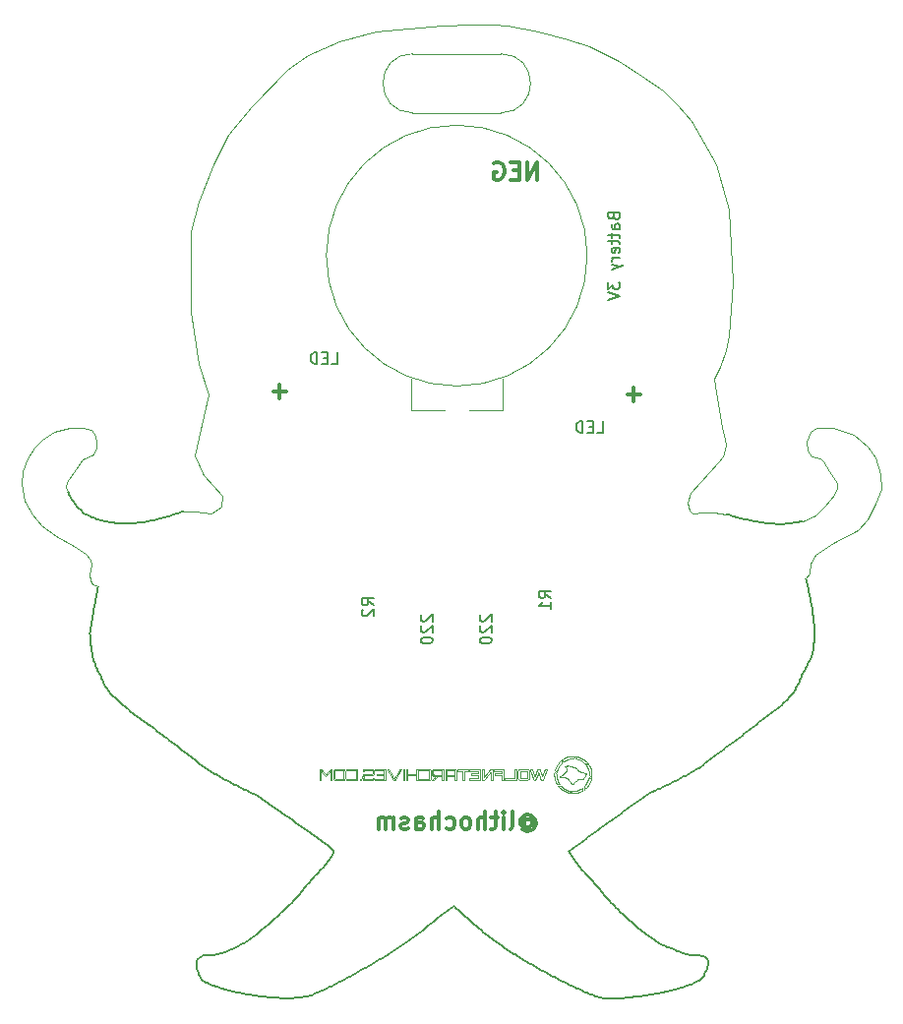
<source format=gbr>
G04 #@! TF.GenerationSoftware,KiCad,Pcbnew,(5.1.0-0)*
G04 #@! TF.CreationDate,2019-04-03T12:05:29-07:00*
G04 #@! TF.ProjectId,ZiaconBadge,5a696163-6f6e-4426-9164-67652e6b6963,rev?*
G04 #@! TF.SameCoordinates,Original*
G04 #@! TF.FileFunction,Legend,Bot*
G04 #@! TF.FilePolarity,Positive*
%FSLAX46Y46*%
G04 Gerber Fmt 4.6, Leading zero omitted, Abs format (unit mm)*
G04 Created by KiCad (PCBNEW (5.1.0-0)) date 2019-04-03 12:05:29*
%MOMM*%
%LPD*%
G04 APERTURE LIST*
%ADD10C,0.020000*%
%ADD11C,0.300000*%
%ADD12C,0.050000*%
%ADD13C,0.100000*%
%ADD14C,0.200000*%
%ADD15C,0.150000*%
G04 APERTURE END LIST*
D10*
X113566307Y-89695977D02*
X113439044Y-89806996D01*
X113448462Y-89260887D02*
X113467446Y-89282342D01*
X113487028Y-89236012D02*
X113426233Y-89236012D01*
X113484552Y-89301226D02*
X113501149Y-89318390D01*
X113622750Y-89574008D02*
X113616233Y-89619102D01*
X111894913Y-89514895D02*
X111895168Y-89510641D01*
X111894421Y-89519120D02*
X111894913Y-89514895D01*
X111893380Y-89523174D02*
X111894421Y-89519120D01*
X113439044Y-89806996D02*
X113311516Y-89917712D01*
X113633551Y-89168402D02*
X113638037Y-89191130D01*
X110838772Y-90116675D02*
X110819789Y-90065941D01*
X113628674Y-89143690D02*
X113628674Y-89143690D01*
X113655712Y-89155546D02*
X113628674Y-89143690D01*
X113680546Y-89166489D02*
X113655712Y-89155546D01*
X113703968Y-89176681D02*
X113680546Y-89166489D01*
X113726773Y-89186282D02*
X113703968Y-89176681D01*
X113802883Y-89219822D02*
X113726773Y-89186282D01*
X113878793Y-89254395D02*
X113802883Y-89219822D01*
X113955485Y-89285352D02*
X113878793Y-89254395D01*
X114033940Y-89308042D02*
X113955485Y-89285352D01*
X114165667Y-89343392D02*
X114033940Y-89308042D01*
X114290144Y-89392054D02*
X114165667Y-89343392D01*
X114407588Y-89454687D02*
X114290144Y-89392054D01*
X114518219Y-89531948D02*
X114407588Y-89454687D01*
X114540643Y-89553425D02*
X114518219Y-89531948D01*
X114560430Y-89578237D02*
X114540643Y-89553425D01*
X114579116Y-89604451D02*
X114560430Y-89578237D01*
X114598236Y-89630133D02*
X114579116Y-89604451D01*
X114610255Y-89646998D02*
X114598236Y-89630133D01*
X114622017Y-89664496D02*
X114610255Y-89646998D01*
X114634731Y-89679976D02*
X114622017Y-89664496D01*
X114649607Y-89690784D02*
X114634731Y-89679976D01*
X114696847Y-89711553D02*
X114649607Y-89690784D01*
X114744924Y-89730589D02*
X114696847Y-89711553D01*
X114793633Y-89748041D02*
X114744924Y-89730589D01*
X114842768Y-89764058D02*
X114793633Y-89748041D01*
X114926468Y-89789040D02*
X114842768Y-89764058D01*
X115010524Y-89812879D02*
X114926468Y-89789040D01*
X115094543Y-89836828D02*
X115010524Y-89812879D01*
X115178129Y-89862144D02*
X115094543Y-89836828D01*
X115223697Y-89878632D02*
X115178129Y-89862144D01*
X115243822Y-89895960D02*
X115223697Y-89878632D01*
X115244936Y-89923455D02*
X115243822Y-89895960D01*
X115233468Y-89970446D02*
X115244936Y-89923455D01*
X115203856Y-90063081D02*
X115233468Y-89970446D01*
X115163949Y-90149642D02*
X115203856Y-90063081D01*
X115112444Y-90229416D02*
X115163949Y-90149642D01*
X115048038Y-90301687D02*
X115112444Y-90229416D01*
X115029736Y-90316751D02*
X115048038Y-90301687D01*
X115008716Y-90329601D02*
X115029736Y-90316751D01*
X114986255Y-90339179D02*
X115008716Y-90329601D01*
X114963631Y-90344425D02*
X114986255Y-90339179D01*
X114866638Y-90355077D02*
X114963631Y-90344425D01*
X114769464Y-90364248D02*
X114866638Y-90355077D01*
X114672277Y-90373332D02*
X114769464Y-90364248D01*
X114575245Y-90383724D02*
X114672277Y-90373332D01*
X114553310Y-90388365D02*
X114575245Y-90383724D01*
X114531381Y-90396803D02*
X114553310Y-90388365D01*
X114511082Y-90408434D02*
X114531381Y-90396803D01*
X114494037Y-90422656D02*
X114511082Y-90408434D01*
X114420894Y-90499750D02*
X114494037Y-90422656D01*
X114348756Y-90577822D02*
X114420894Y-90499750D01*
X114276457Y-90655727D02*
X114348756Y-90577822D01*
X114202832Y-90732322D02*
X114276457Y-90655727D01*
X114174334Y-90757319D02*
X114202832Y-90732322D01*
X114142801Y-90779366D02*
X114174334Y-90757319D01*
X114109615Y-90799543D02*
X114142801Y-90779366D01*
X114076158Y-90818929D02*
X114109615Y-90799543D01*
X114058747Y-90826290D02*
X114076158Y-90818929D01*
X114042269Y-90826497D02*
X114058747Y-90826290D01*
X114027686Y-90817494D02*
X114042269Y-90826497D01*
X114015960Y-90797228D02*
X114027686Y-90817494D01*
X113953502Y-90659595D02*
X114015960Y-90797228D01*
X113873882Y-90534360D02*
X113953502Y-90659595D01*
X113777112Y-90422366D02*
X113873882Y-90534360D01*
X113663206Y-90324451D02*
X113777112Y-90422366D01*
X113555370Y-90258932D02*
X113663206Y-90324451D01*
X113439819Y-90214857D02*
X113555370Y-90258932D01*
X113317715Y-90191061D02*
X113439819Y-90214857D01*
X113190219Y-90186378D02*
X113317715Y-90191061D01*
X113148485Y-90187236D02*
X113190219Y-90186378D01*
X113106723Y-90187249D02*
X113148485Y-90187236D01*
X113064948Y-90186902D02*
X113106723Y-90187249D01*
X102864073Y-89685585D02*
X102863068Y-89744898D01*
X102859981Y-89649707D02*
X102864073Y-89685585D01*
X102845617Y-89625619D02*
X102859981Y-89649707D01*
X102820722Y-89612255D02*
X102845617Y-89625619D01*
X102785035Y-89608547D02*
X102820722Y-89612255D01*
X102710891Y-89609404D02*
X102785035Y-89608547D01*
X102636732Y-89609497D02*
X102710891Y-89609404D01*
X102562567Y-89609244D02*
X102636732Y-89609497D01*
X102488403Y-89609067D02*
X102562567Y-89609244D01*
X102017933Y-90455743D02*
X102017933Y-90455743D01*
X102090391Y-90370214D02*
X102017933Y-90455743D01*
X102163001Y-90284504D02*
X102090391Y-90370214D01*
X102236773Y-90197423D02*
X102163001Y-90284504D01*
X102312715Y-90107779D02*
X102236773Y-90197423D01*
X102272775Y-90107884D02*
X102312715Y-90107779D01*
X102236669Y-90108047D02*
X102272775Y-90107884D01*
X102203124Y-90108037D02*
X102236669Y-90108047D01*
X102170864Y-90107625D02*
X102203124Y-90108037D01*
X102103948Y-90094956D02*
X102170864Y-90107625D01*
X102052600Y-90061738D02*
X102103948Y-90094956D01*
X102019417Y-90010388D02*
X102052600Y-90061738D01*
X102006996Y-89943319D02*
X102019417Y-90010388D01*
X102006316Y-89878086D02*
X102006996Y-89943319D01*
X102006194Y-89812843D02*
X102006316Y-89878086D01*
X102006409Y-89747597D02*
X102006194Y-89812843D01*
X102006740Y-89682352D02*
X102006409Y-89747597D01*
X102018453Y-89603378D02*
X102006740Y-89682352D01*
X102052840Y-89547143D02*
X102018453Y-89603378D01*
X102110076Y-89513487D02*
X102052840Y-89547143D01*
X102190335Y-89502248D02*
X102110076Y-89513487D01*
X102371237Y-89502142D02*
X102190335Y-89502248D01*
X102552138Y-89502130D02*
X102371237Y-89502142D01*
X102733039Y-89502186D02*
X102552138Y-89502130D01*
X102913941Y-89502283D02*
X102733039Y-89502186D01*
X102926870Y-89502523D02*
X102913941Y-89502283D01*
X102939931Y-89503104D02*
X102926870Y-89502523D01*
X102953256Y-89503839D02*
X102939931Y-89503104D01*
X102966977Y-89504538D02*
X102953256Y-89503839D01*
X102966977Y-89744707D02*
X102966977Y-89504538D01*
X102966977Y-89983724D02*
X102966977Y-89744707D01*
X102966977Y-90221961D02*
X102966977Y-89983724D01*
X102966977Y-90459789D02*
X102966977Y-90221961D01*
X102940605Y-90459789D02*
X102966977Y-90459789D01*
X102914736Y-90459789D02*
X102940605Y-90459789D01*
X102888505Y-90459789D02*
X102914736Y-90459789D01*
X102861044Y-90459789D02*
X102888505Y-90459789D01*
X102861044Y-90370587D02*
X102861044Y-90459789D01*
X102861044Y-90282496D02*
X102861044Y-90370587D01*
X102861044Y-90195059D02*
X102861044Y-90282496D01*
X102861044Y-90107815D02*
X102861044Y-90195059D01*
X102767366Y-90107617D02*
X102861044Y-90107815D01*
X102675304Y-90107408D02*
X102767366Y-90107617D01*
X102584332Y-90107767D02*
X102675304Y-90107408D01*
X102493926Y-90109274D02*
X102584332Y-90107767D01*
X102477104Y-90112141D02*
X102493926Y-90109274D01*
X102459970Y-90119161D02*
X102477104Y-90112141D01*
X102444086Y-90129182D02*
X102459970Y-90119161D01*
X102431011Y-90141055D02*
X102444086Y-90129182D01*
X102379388Y-90198392D02*
X102431011Y-90141055D01*
X102328251Y-90256225D02*
X102379388Y-90198392D01*
X102278738Y-90315300D02*
X102328251Y-90256225D01*
X102231988Y-90376365D02*
X102278738Y-90315300D01*
X102189887Y-90424206D02*
X102231988Y-90376365D01*
X102142037Y-90454939D02*
X102189887Y-90424206D01*
X102085649Y-90466231D02*
X102142037Y-90454939D01*
X102017933Y-90455743D02*
X102085649Y-90466231D01*
X108191381Y-89504106D02*
X108191381Y-89504106D01*
X108191381Y-89745134D02*
X108191381Y-89504106D01*
X108191381Y-89984404D02*
X108191381Y-89745134D01*
X108191381Y-90222304D02*
X108191381Y-89984404D01*
X108191381Y-90459225D02*
X108191381Y-90222304D01*
X108146849Y-90459225D02*
X108191381Y-90459225D01*
X108103123Y-90459225D02*
X108146849Y-90459225D01*
X108059432Y-90459225D02*
X108103123Y-90459225D01*
X108015007Y-90459225D02*
X108059432Y-90459225D01*
X108015007Y-90361978D02*
X108015007Y-90459225D01*
X108015007Y-90265475D02*
X108015007Y-90361978D01*
X108015007Y-90168660D02*
X108015007Y-90265475D01*
X108015007Y-90070480D02*
X108015007Y-90168660D01*
X107872670Y-90070480D02*
X108015007Y-90070480D01*
X107731576Y-90070480D02*
X107872670Y-90070480D01*
X107591388Y-90070480D02*
X107731576Y-90070480D01*
X107451772Y-90070480D02*
X107591388Y-90070480D01*
X107451772Y-90025824D02*
X107451772Y-90070480D01*
X107451772Y-89982350D02*
X107451772Y-90025824D01*
X107451772Y-89938750D02*
X107451772Y-89982350D01*
X107451772Y-89893712D02*
X107451772Y-89938750D01*
X107593779Y-89893712D02*
X107451772Y-89893712D01*
X107734524Y-89893712D02*
X107593779Y-89893712D01*
X107874209Y-89893712D02*
X107734524Y-89893712D01*
X108013036Y-89893712D02*
X107874209Y-89893712D01*
X108013036Y-89838184D02*
X108013036Y-89893712D01*
X108013036Y-89784326D02*
X108013036Y-89838184D01*
X108013036Y-89730990D02*
X108013036Y-89784326D01*
X108013036Y-89677029D02*
X108013036Y-89730990D01*
X107837669Y-89677029D02*
X108013036Y-89677029D01*
X107663414Y-89677029D02*
X107837669Y-89677029D01*
X107489766Y-89677029D02*
X107663414Y-89677029D01*
X107316217Y-89677029D02*
X107489766Y-89677029D01*
X107316217Y-89632408D02*
X107316217Y-89677029D01*
X107316217Y-89589098D02*
X107316217Y-89632408D01*
X107316217Y-89546523D02*
X107316217Y-89589098D01*
X107316217Y-89504106D02*
X107316217Y-89546523D01*
X107535702Y-89504106D02*
X107316217Y-89504106D01*
X107754089Y-89504106D02*
X107535702Y-89504106D01*
X107972330Y-89504106D02*
X107754089Y-89504106D01*
X108191381Y-89504106D02*
X107972330Y-89504106D01*
X106462963Y-90200750D02*
X106462963Y-90200750D01*
X106478079Y-90184099D02*
X106462963Y-90200750D01*
X106491002Y-90169960D02*
X106478079Y-90184099D01*
X106502331Y-90157383D02*
X106491002Y-90169960D01*
X106512662Y-90145420D02*
X106502331Y-90157383D01*
X106639337Y-89994158D02*
X106512662Y-90145420D01*
X106765993Y-89842880D02*
X106639337Y-89994158D01*
X106892751Y-89691688D02*
X106765993Y-89842880D01*
X107019735Y-89540686D02*
X106892751Y-89691688D01*
X107030424Y-89528653D02*
X107019735Y-89540686D01*
X107042538Y-89517146D02*
X107030424Y-89528653D01*
X107055452Y-89508269D02*
X107042538Y-89517146D01*
X107068544Y-89504128D02*
X107055452Y-89508269D01*
X107110869Y-89501893D02*
X107068544Y-89504128D01*
X107153401Y-89501513D02*
X107110869Y-89501893D01*
X107196112Y-89502004D02*
X107153401Y-89501513D01*
X107238976Y-89502387D02*
X107196112Y-89502004D01*
X107238976Y-89744413D02*
X107238976Y-89502387D01*
X107238976Y-89984317D02*
X107238976Y-89744413D01*
X107238976Y-90222695D02*
X107238976Y-89984317D01*
X107238976Y-90460145D02*
X107238976Y-90222695D01*
X107195388Y-90460145D02*
X107238976Y-90460145D01*
X107152677Y-90460145D02*
X107195388Y-90460145D01*
X107109970Y-90460145D02*
X107152677Y-90460145D01*
X107066394Y-90460145D02*
X107109970Y-90460145D01*
X107066394Y-90287946D02*
X107066394Y-90460145D01*
X107066394Y-90115721D02*
X107066394Y-90287946D01*
X107066394Y-89941994D02*
X107066394Y-90115721D01*
X107066394Y-89765291D02*
X107066394Y-89941994D01*
X107051291Y-89781874D02*
X107066394Y-89765291D01*
X107038363Y-89795972D02*
X107051291Y-89781874D01*
X107027020Y-89808526D02*
X107038363Y-89795972D01*
X107016670Y-89820476D02*
X107027020Y-89808526D01*
X106888844Y-89972708D02*
X107016670Y-89820476D01*
X106761042Y-90124961D02*
X106888844Y-89972708D01*
X106633190Y-90277172D02*
X106761042Y-90124961D01*
X106505212Y-90429276D02*
X106633190Y-90277172D01*
X106496433Y-90439729D02*
X106505212Y-90429276D01*
X106486779Y-90450102D02*
X106496433Y-90439729D01*
X106476623Y-90458188D02*
X106486779Y-90450102D01*
X106466337Y-90461778D02*
X106476623Y-90458188D01*
X106421192Y-90463522D02*
X106466337Y-90461778D01*
X106376111Y-90463885D02*
X106421192Y-90463522D01*
X106331278Y-90463579D02*
X106376111Y-90463885D01*
X106286881Y-90463318D02*
X106331278Y-90463579D01*
X106286881Y-90221405D02*
X106286881Y-90463318D01*
X106286881Y-89981855D02*
X106286881Y-90221405D01*
X106286881Y-89743749D02*
X106286881Y-89981855D01*
X106286881Y-89506168D02*
X106286881Y-89743749D01*
X106330872Y-89506168D02*
X106286881Y-89506168D01*
X106374378Y-89506168D02*
X106330872Y-89506168D01*
X106418156Y-89506168D02*
X106374378Y-89506168D01*
X106462963Y-89506168D02*
X106418156Y-89506168D01*
X106462963Y-89678371D02*
X106462963Y-89506168D01*
X106462963Y-89850561D02*
X106462963Y-89678371D01*
X106462963Y-90024200D02*
X106462963Y-89850561D01*
X106462963Y-90200750D02*
X106462963Y-90024200D01*
X105236509Y-90461981D02*
X105236509Y-90461981D01*
X105236509Y-90417384D02*
X105236509Y-90461981D01*
X105236509Y-90373867D02*
X105236509Y-90417384D01*
X105236509Y-90330173D02*
X105236509Y-90373867D01*
X105236509Y-90285043D02*
X105236509Y-90330173D01*
X105412785Y-90285043D02*
X105236509Y-90285043D01*
X105587975Y-90285043D02*
X105412785Y-90285043D01*
X105762417Y-90285043D02*
X105587975Y-90285043D01*
X105936448Y-90285043D02*
X105762417Y-90285043D01*
X105936448Y-90230812D02*
X105936448Y-90285043D01*
X105936448Y-90177997D02*
X105936448Y-90230812D01*
X105936448Y-90125287D02*
X105936448Y-90177997D01*
X105936448Y-90071373D02*
X105936448Y-90125287D01*
X105794888Y-90071373D02*
X105936448Y-90071373D01*
X105654041Y-90071373D02*
X105794888Y-90071373D01*
X105513616Y-90071373D02*
X105654041Y-90071373D01*
X105373323Y-90071373D02*
X105513616Y-90071373D01*
X105373323Y-90026584D02*
X105373323Y-90071373D01*
X105373323Y-89983010D02*
X105373323Y-90026584D01*
X105373323Y-89939307D02*
X105373323Y-89983010D01*
X105373323Y-89894135D02*
X105373323Y-89939307D01*
X105515245Y-89894135D02*
X105373323Y-89894135D01*
X105656046Y-89894135D02*
X105515245Y-89894135D01*
X105795938Y-89894135D02*
X105656046Y-89894135D01*
X105935134Y-89894135D02*
X105795938Y-89894135D01*
X105935134Y-89838434D02*
X105935134Y-89894135D01*
X105935134Y-89784407D02*
X105935134Y-89838434D01*
X105935134Y-89730849D02*
X105935134Y-89784407D01*
X105935134Y-89676558D02*
X105935134Y-89730849D01*
X105759776Y-89676558D02*
X105935134Y-89676558D01*
X105585257Y-89676558D02*
X105759776Y-89676558D01*
X105410891Y-89676558D02*
X105585257Y-89676558D01*
X105235987Y-89676558D02*
X105410891Y-89676558D01*
X105235987Y-89632566D02*
X105235987Y-89676558D01*
X105235987Y-89589925D02*
X105235987Y-89632566D01*
X105235987Y-89547982D02*
X105235987Y-89589925D01*
X105235987Y-89506083D02*
X105235987Y-89547982D01*
X105456399Y-89506083D02*
X105235987Y-89506083D01*
X105675832Y-89506083D02*
X105456399Y-89506083D01*
X105894475Y-89506083D02*
X105675832Y-89506083D01*
X106112515Y-89506083D02*
X105894475Y-89506083D01*
X106112515Y-89746239D02*
X106112515Y-89506083D01*
X106112515Y-89985334D02*
X106112515Y-89746239D01*
X106112515Y-90223778D02*
X106112515Y-89985334D01*
X106112515Y-90461981D02*
X106112515Y-90223778D01*
X105893109Y-90461981D02*
X106112515Y-90461981D01*
X105674595Y-90461981D02*
X105893109Y-90461981D01*
X105456040Y-90461981D02*
X105674595Y-90461981D01*
X105236509Y-90461981D02*
X105456040Y-90461981D01*
X110176679Y-89681541D02*
X110176679Y-89681541D01*
X110025808Y-89681541D02*
X110176679Y-89681541D01*
X109876100Y-89681541D02*
X110025808Y-89681541D01*
X109726702Y-89681541D02*
X109876100Y-89681541D01*
X109576757Y-89681541D02*
X109726702Y-89681541D01*
X109576757Y-89831875D02*
X109576757Y-89681541D01*
X109576757Y-89981869D02*
X109576757Y-89831875D01*
X109576757Y-90132136D02*
X109576757Y-89981869D01*
X109576757Y-90283291D02*
X109576757Y-90132136D01*
X109726169Y-90283291D02*
X109576757Y-90283291D01*
X109875648Y-90283291D02*
X109726169Y-90283291D01*
X110025662Y-90283291D02*
X109875648Y-90283291D01*
X110176679Y-90283291D02*
X110025662Y-90283291D01*
X110176679Y-90133712D02*
X110176679Y-90283291D01*
X110176679Y-89983973D02*
X110176679Y-90133712D01*
X110176679Y-89833455D02*
X110176679Y-89983973D01*
X110176679Y-89681541D02*
X110176679Y-89833455D01*
X109869780Y-89502568D02*
X109869780Y-89502568D01*
X109942439Y-89502488D02*
X109869780Y-89502568D01*
X110015099Y-89502368D02*
X109942439Y-89502488D01*
X110087758Y-89502384D02*
X110015099Y-89502368D01*
X110160415Y-89502715D02*
X110087758Y-89502384D01*
X110241960Y-89516815D02*
X110160415Y-89502715D01*
X110303618Y-89556027D02*
X110241960Y-89516815D01*
X110342711Y-89617768D02*
X110303618Y-89556027D01*
X110356561Y-89699454D02*
X110342711Y-89617768D01*
X110356967Y-89841805D02*
X110356561Y-89699454D01*
X110357112Y-89984158D02*
X110356967Y-89841805D01*
X110356972Y-90126511D02*
X110357112Y-89984158D01*
X110356526Y-90268862D02*
X110356972Y-90126511D01*
X110342671Y-90348790D02*
X110356526Y-90268862D01*
X110303934Y-90410004D02*
X110342671Y-90348790D01*
X110243432Y-90449280D02*
X110303934Y-90410004D01*
X110164280Y-90463393D02*
X110243432Y-90449280D01*
X110020446Y-90463958D02*
X110164280Y-90463393D01*
X109876610Y-90464148D02*
X110020446Y-90463958D01*
X109732774Y-90463960D02*
X109876610Y-90464148D01*
X109588941Y-90463391D02*
X109732774Y-90463960D01*
X109509677Y-90449189D02*
X109588941Y-90463391D01*
X109448644Y-90409845D02*
X109509677Y-90449189D01*
X109409311Y-90348866D02*
X109448644Y-90409845D01*
X109395149Y-90269759D02*
X109409311Y-90348866D01*
X109394655Y-90127408D02*
X109395149Y-90269759D01*
X109394514Y-89985055D02*
X109394655Y-90127408D01*
X109394670Y-89842702D02*
X109394514Y-89985055D01*
X109395073Y-89700350D02*
X109394670Y-89842702D01*
X109409067Y-89618969D02*
X109395073Y-89700350D01*
X109448399Y-89556928D02*
X109409067Y-89618969D01*
X109510051Y-89517196D02*
X109448399Y-89556928D01*
X109591006Y-89502740D02*
X109510051Y-89517196D01*
X109660697Y-89502352D02*
X109591006Y-89502740D01*
X109730390Y-89502333D02*
X109660697Y-89502352D01*
X109800085Y-89502475D02*
X109730390Y-89502333D01*
X109869780Y-89502568D02*
X109800085Y-89502475D01*
X110838772Y-90116675D02*
X110838772Y-90116675D01*
X110842092Y-90116258D02*
X110838772Y-90116675D01*
X110845412Y-90115842D02*
X110842092Y-90116258D01*
X110848733Y-90115426D02*
X110845412Y-90115842D01*
X110852053Y-90115010D02*
X110848733Y-90115426D01*
X110897815Y-89989866D02*
X110852053Y-90115010D01*
X110943578Y-89864722D02*
X110897815Y-89989866D01*
X110989336Y-89739577D02*
X110943578Y-89864722D01*
X111035081Y-89614427D02*
X110989336Y-89739577D01*
X111060918Y-89549272D02*
X111035081Y-89614427D01*
X111086550Y-89516166D02*
X111060918Y-89549272D01*
X111127288Y-89503809D02*
X111086550Y-89516166D01*
X111198442Y-89500900D02*
X111127288Y-89503809D01*
X111225540Y-89503443D02*
X111198442Y-89500900D01*
X111244962Y-89512662D02*
X111225540Y-89503443D01*
X111258888Y-89528914D02*
X111244962Y-89512662D01*
X111269497Y-89552555D02*
X111258888Y-89528914D01*
X111311292Y-89669745D02*
X111269497Y-89552555D01*
X111353751Y-89786700D02*
X111311292Y-89669745D01*
X111396557Y-89903533D02*
X111353751Y-89786700D01*
X111439396Y-90020354D02*
X111396557Y-89903533D01*
X111448765Y-90045538D02*
X111439396Y-90020354D01*
X111458791Y-90071869D02*
X111448765Y-90045538D01*
X111469828Y-90100606D02*
X111458791Y-90071869D01*
X111482227Y-90133008D02*
X111469828Y-90100606D01*
X111528082Y-90008324D02*
X111482227Y-90133008D01*
X111572477Y-89887600D02*
X111528082Y-90008324D01*
X111615912Y-89769522D02*
X111572477Y-89887600D01*
X111658891Y-89652775D02*
X111615912Y-89769522D01*
X111695917Y-89559724D02*
X111658891Y-89652775D01*
X111732276Y-89513220D02*
X111695917Y-89559724D01*
X111789561Y-89499315D02*
X111732276Y-89513220D01*
X111889363Y-89504066D02*
X111789561Y-89499315D01*
X111890679Y-89504345D02*
X111889363Y-89504066D01*
X111892071Y-89504915D02*
X111890679Y-89504345D01*
X111893643Y-89505668D02*
X111892071Y-89504915D01*
X111895500Y-89506497D02*
X111893643Y-89505668D01*
X111895168Y-89510641D02*
X111895500Y-89506497D01*
X95504275Y-89515739D02*
X95443291Y-89503486D01*
X95552323Y-89548738D02*
X95504275Y-89515739D01*
X95583923Y-89598401D02*
X95552323Y-89548738D01*
X95595560Y-89660648D02*
X95583923Y-89598401D01*
X95596403Y-89820873D02*
X95595560Y-89660648D01*
X95596667Y-89981103D02*
X95596403Y-89820873D01*
X95596413Y-90141334D02*
X95596667Y-89981103D01*
X95595703Y-90301562D02*
X95596413Y-90141334D01*
X95583848Y-90367096D02*
X95595703Y-90301562D01*
X95551147Y-90418040D02*
X95583848Y-90367096D01*
X95500664Y-90451142D02*
X95551147Y-90418040D01*
X95435463Y-90463144D02*
X95500664Y-90451142D01*
X95242597Y-90463759D02*
X95435463Y-90463144D01*
X95049729Y-90463798D02*
X95242597Y-90463759D01*
X94856859Y-90463534D02*
X95049729Y-90463798D01*
X94663989Y-90463240D02*
X94856859Y-90463534D01*
X94658441Y-90462767D02*
X94663989Y-90463240D01*
X94652688Y-90461589D02*
X94658441Y-90462767D01*
X94646525Y-90460047D02*
X94652688Y-90461589D01*
X94639747Y-90458484D02*
X94646525Y-90460047D01*
X94639747Y-90434003D02*
X94639747Y-90458484D01*
X94639747Y-90409492D02*
X94639747Y-90434003D01*
X94639747Y-90384050D02*
X94639747Y-90409492D01*
X94639747Y-90356775D02*
X94639747Y-90384050D01*
X100920626Y-89505521D02*
X100920626Y-89505521D01*
X100935439Y-89504570D02*
X100920626Y-89505521D01*
X100948677Y-89503649D02*
X100935439Y-89504570D01*
X100960865Y-89502951D02*
X100948677Y-89503649D01*
X100972529Y-89502670D02*
X100960865Y-89502951D01*
X101155013Y-89502540D02*
X100972529Y-89502670D01*
X101337497Y-89502447D02*
X101155013Y-89502540D01*
X101519981Y-89502477D02*
X101337497Y-89502447D01*
X101702466Y-89502716D02*
X101519981Y-89502477D01*
X101777794Y-89514354D02*
X101702466Y-89502716D01*
X101832711Y-89548308D02*
X101777794Y-89514354D01*
X101866362Y-89603656D02*
X101832711Y-89548308D01*
X101877889Y-89679477D02*
X101866362Y-89603656D01*
X101878104Y-89829322D02*
X101877889Y-89679477D01*
X101878153Y-89979167D02*
X101878104Y-89829322D01*
X101878087Y-90129013D02*
X101878153Y-89979167D01*
X101877956Y-90278858D02*
X101878087Y-90129013D01*
X101866640Y-90360640D02*
X101877956Y-90278858D01*
X101832427Y-90418248D02*
X101866640Y-90360640D01*
X101774632Y-90452353D02*
X101832427Y-90418248D01*
X101692572Y-90463626D02*
X101774632Y-90452353D01*
X101514539Y-90463727D02*
X101692572Y-90463626D01*
X101336505Y-90463740D02*
X101514539Y-90463727D01*
X101158471Y-90463678D02*
X101336505Y-90463740D01*
X100980438Y-90463555D02*
X101158471Y-90463678D01*
X100966139Y-90463235D02*
X100980438Y-90463555D01*
X100951714Y-90462467D02*
X100966139Y-90463235D01*
X100937035Y-90461498D02*
X100951714Y-90462467D01*
X100921974Y-90460578D02*
X100937035Y-90461498D01*
X100921974Y-90434440D02*
X100921974Y-90460578D01*
X100921974Y-90409161D02*
X100921974Y-90434440D01*
X100921974Y-90383643D02*
X100921974Y-90409161D01*
X100921974Y-90356786D02*
X100921974Y-90383643D01*
X100939644Y-90356786D02*
X100921974Y-90356786D01*
X100956445Y-90356786D02*
X100939644Y-90356786D01*
X100972667Y-90356786D02*
X100956445Y-90356786D01*
X100988600Y-90356785D02*
X100972667Y-90356786D01*
X101160700Y-90356794D02*
X100988600Y-90356785D01*
X101332799Y-90356806D02*
X101160700Y-90356794D01*
X101504898Y-90356797D02*
X101332799Y-90356806D01*
X101676998Y-90356743D02*
X101504898Y-90356797D01*
X101726530Y-90353757D02*
X101676998Y-90356743D01*
X101754985Y-90341249D02*
X101726530Y-90353757D01*
X101767967Y-90313802D02*
X101754985Y-90341249D01*
X101771082Y-90266000D02*
X101767967Y-90313802D01*
X101771175Y-90123573D02*
X101771082Y-90266000D01*
X101771212Y-89981146D02*
X101771175Y-90123573D01*
X101771177Y-89838719D02*
X101771212Y-89981146D01*
X101771053Y-89696292D02*
X101771177Y-89838719D01*
X101767792Y-89651861D02*
X101771053Y-89696292D01*
X101755246Y-89625495D02*
X101767792Y-89651861D01*
X101729066Y-89612843D02*
X101755246Y-89625495D01*
X101684907Y-89609554D02*
X101729066Y-89612843D01*
X101509840Y-89609435D02*
X101684907Y-89609554D01*
X101334774Y-89609413D02*
X101509840Y-89609435D01*
X101159708Y-89609436D02*
X101334774Y-89609413D01*
X100984641Y-89609454D02*
X101159708Y-89609436D01*
X100969037Y-89609454D02*
X100984641Y-89609454D01*
X100953272Y-89609454D02*
X100969037Y-89609454D01*
X100937189Y-89609454D02*
X100953272Y-89609454D01*
X100920626Y-89609454D02*
X100937189Y-89609454D01*
X100920626Y-89581959D02*
X100920626Y-89609454D01*
X100920626Y-89556482D02*
X100920626Y-89581959D01*
X100920626Y-89531508D02*
X100920626Y-89556482D01*
X100920626Y-89505521D02*
X100920626Y-89531508D01*
X99894045Y-90041583D02*
X99894045Y-90041583D01*
X99894045Y-90147450D02*
X99894045Y-90041583D01*
X99894045Y-90252353D02*
X99894045Y-90147450D01*
X99894045Y-90356387D02*
X99894045Y-90252353D01*
X99894045Y-90459648D02*
X99894045Y-90356387D01*
X99865284Y-90459648D02*
X99894045Y-90459648D01*
X99838896Y-90459648D02*
X99865284Y-90459648D01*
X99814361Y-90459648D02*
X99838896Y-90459648D01*
X99791160Y-90459648D02*
X99814361Y-90459648D01*
X99791160Y-90219303D02*
X99791160Y-90459648D01*
X99791160Y-89980304D02*
X99791160Y-90219303D01*
X99791160Y-89742338D02*
X99791160Y-89980304D01*
X99791160Y-89505091D02*
X99791160Y-89742338D01*
X99817496Y-89505091D02*
X99791160Y-89505091D01*
X99842972Y-89505091D02*
X99817496Y-89505091D01*
X99868667Y-89505091D02*
X99842972Y-89505091D01*
X99895659Y-89505091D02*
X99868667Y-89505091D01*
X99895659Y-89611092D02*
X99895659Y-89505091D01*
X99895659Y-89716324D02*
X99895659Y-89611092D01*
X99895659Y-89821052D02*
X99895659Y-89716324D01*
X99895659Y-89925542D02*
X99895659Y-89821052D01*
X100089828Y-89925542D02*
X99895659Y-89925542D01*
X100282778Y-89925542D02*
X100089828Y-89925542D01*
X100475704Y-89925542D02*
X100282778Y-89925542D01*
X100669802Y-89925542D02*
X100475704Y-89925542D01*
X100669802Y-89818811D02*
X100669802Y-89925542D01*
X100669802Y-89713376D02*
X100669802Y-89818811D01*
X100669802Y-89609012D02*
X100669802Y-89713376D01*
X100669802Y-89505492D02*
X100669802Y-89609012D01*
X100696717Y-89505492D02*
X100669802Y-89505492D01*
X100721909Y-89505492D02*
X100696717Y-89505492D01*
X100746070Y-89505492D02*
X100721909Y-89505492D01*
X100769896Y-89505492D02*
X100746070Y-89505492D01*
X100769896Y-89745283D02*
X100769896Y-89505492D01*
X100769896Y-89984067D02*
X100769896Y-89745283D01*
X100769896Y-90222077D02*
X100769896Y-89984067D01*
X100769896Y-90459550D02*
X100769896Y-90222077D01*
X100743394Y-90459550D02*
X100769896Y-90459550D01*
X100717472Y-90459550D02*
X100743394Y-90459550D01*
X100691258Y-90459550D02*
X100717472Y-90459550D01*
X100663882Y-90459550D02*
X100691258Y-90459550D01*
X100663882Y-90353892D02*
X100663882Y-90459550D01*
X100663882Y-90249366D02*
X100663882Y-90353892D01*
X100663882Y-90145441D02*
X100663882Y-90249366D01*
X100663882Y-90041583D02*
X100663882Y-90145441D01*
X100471337Y-90041583D02*
X100663882Y-90041583D01*
X100279668Y-90041583D02*
X100471337Y-90041583D01*
X100087646Y-90041583D02*
X100279668Y-90041583D01*
X99894045Y-90041583D02*
X100087646Y-90041583D01*
X104196602Y-89506048D02*
X104196602Y-89506048D01*
X104436201Y-89506048D02*
X104196602Y-89506048D01*
X104675132Y-89506048D02*
X104436201Y-89506048D01*
X104913846Y-89506048D02*
X104675132Y-89506048D01*
X105152791Y-89506048D02*
X104913846Y-89506048D01*
X105152791Y-89548961D02*
X105152791Y-89506048D01*
X105152791Y-89591532D02*
X105152791Y-89548961D01*
X105152791Y-89634736D02*
X105152791Y-89591532D01*
X105152791Y-89679551D02*
X105152791Y-89634736D01*
X105055537Y-89679551D02*
X105152791Y-89679551D01*
X104958561Y-89679551D02*
X105055537Y-89679551D01*
X104861034Y-89679551D02*
X104958561Y-89679551D01*
X104762128Y-89679551D02*
X104861034Y-89679551D01*
X104762128Y-89876958D02*
X104762128Y-89679551D01*
X104762128Y-90072372D02*
X104762128Y-89876958D01*
X104762128Y-90266370D02*
X104762128Y-90072372D01*
X104762128Y-90459529D02*
X104762128Y-90266370D01*
X104716427Y-90459529D02*
X104762128Y-90459529D01*
X104671929Y-90459529D02*
X104716427Y-90459529D01*
X104627508Y-90459529D02*
X104671929Y-90459529D01*
X104582036Y-90459529D02*
X104627508Y-90459529D01*
X104582036Y-90263384D02*
X104582036Y-90459529D01*
X104582036Y-90068062D02*
X104582036Y-90263384D01*
X104582036Y-89872705D02*
X104582036Y-90068062D01*
X104582036Y-89676449D02*
X104582036Y-89872705D01*
X104484153Y-89676449D02*
X104582036Y-89676449D01*
X104387774Y-89676449D02*
X104484153Y-89676449D01*
X104292168Y-89676449D02*
X104387774Y-89676449D01*
X104196602Y-89676449D02*
X104292168Y-89676449D01*
X104196602Y-89632829D02*
X104196602Y-89676449D01*
X104196602Y-89590343D02*
X104196602Y-89632829D01*
X104196602Y-89548310D02*
X104196602Y-89590343D01*
X104196602Y-89506048D02*
X104196602Y-89548310D01*
X109245486Y-89504000D02*
X109245486Y-89504000D01*
X109245486Y-89745055D02*
X109245486Y-89504000D01*
X109245486Y-89984416D02*
X109245486Y-89745055D01*
X109245486Y-90222536D02*
X109245486Y-89984416D01*
X109245486Y-90459865D02*
X109245486Y-90222536D01*
X109005856Y-90459865D02*
X109245486Y-90459865D01*
X108767552Y-90459865D02*
X109005856Y-90459865D01*
X108530040Y-90459865D02*
X108767552Y-90459865D01*
X108292783Y-90459865D02*
X108530040Y-90459865D01*
X108292783Y-90416767D02*
X108292783Y-90459865D01*
X108292783Y-90374130D02*
X108292783Y-90416767D01*
X108292783Y-90330969D02*
X108292783Y-90374130D01*
X108292783Y-90286298D02*
X108292783Y-90330969D01*
X108488341Y-90286298D02*
X108292783Y-90286298D01*
X108683465Y-90286298D02*
X108488341Y-90286298D01*
X108879052Y-90286298D02*
X108683465Y-90286298D01*
X109076002Y-90286298D02*
X108879052Y-90286298D01*
X109076002Y-90088935D02*
X109076002Y-90286298D01*
X109076002Y-89893287D02*
X109076002Y-90088935D01*
X109076002Y-89698570D02*
X109076002Y-89893287D01*
X109076002Y-89504000D02*
X109076002Y-89698570D01*
X109119392Y-89504000D02*
X109076002Y-89504000D01*
X109161453Y-89504000D02*
X109119392Y-89504000D01*
X109203159Y-89504000D02*
X109161453Y-89504000D01*
X109245486Y-89504000D02*
X109203159Y-89504000D01*
X97990290Y-89503883D02*
X97990290Y-89503883D01*
X97990290Y-89744924D02*
X97990290Y-89503883D01*
X97990290Y-89984300D02*
X97990290Y-89744924D01*
X97990290Y-90222393D02*
X97990290Y-89984300D01*
X97990290Y-90459582D02*
X97990290Y-90222393D01*
X97771622Y-90459582D02*
X97990290Y-90459582D01*
X97554130Y-90459582D02*
X97771622Y-90459582D01*
X97337264Y-90459582D02*
X97554130Y-90459582D01*
X97120472Y-90459582D02*
X97337264Y-90459582D01*
X97120472Y-90434000D02*
X97120472Y-90459582D01*
X97120472Y-90408888D02*
X97120472Y-90434000D01*
X97120472Y-90383153D02*
X97120472Y-90408888D01*
X97120472Y-90355703D02*
X97120472Y-90383153D01*
X97312509Y-90355703D02*
X97120472Y-90355703D01*
X97503620Y-90355703D02*
X97312509Y-90355703D01*
X97693964Y-90355703D02*
X97503620Y-90355703D01*
X97883699Y-90355703D02*
X97693964Y-90355703D01*
X97883699Y-90274878D02*
X97883699Y-90355703D01*
X97883699Y-90195528D02*
X97883699Y-90274878D01*
X97883699Y-90116290D02*
X97883699Y-90195528D01*
X97883699Y-90035804D02*
X97883699Y-90116290D01*
X97729368Y-90035804D02*
X97883699Y-90035804D01*
X97576281Y-90035804D02*
X97729368Y-90035804D01*
X97424099Y-90035804D02*
X97576281Y-90035804D01*
X97272483Y-90035804D02*
X97424099Y-90035804D01*
X97272483Y-90008320D02*
X97272483Y-90035804D01*
X97272483Y-89982256D02*
X97272483Y-90008320D01*
X97272483Y-89956357D02*
X97272483Y-89982256D01*
X97272483Y-89929367D02*
X97272483Y-89956357D01*
X97426055Y-89929367D02*
X97272483Y-89929367D01*
X97578939Y-89929367D02*
X97426055Y-89929367D01*
X97731456Y-89929367D02*
X97578939Y-89929367D01*
X97883931Y-89929367D02*
X97731456Y-89929367D01*
X97883931Y-89847961D02*
X97883931Y-89929367D01*
X97883931Y-89767860D02*
X97883931Y-89847961D01*
X97883931Y-89687985D02*
X97883931Y-89767860D01*
X97883931Y-89607258D02*
X97883931Y-89687985D01*
X97692264Y-89607258D02*
X97883931Y-89607258D01*
X97501673Y-89607258D02*
X97692264Y-89607258D01*
X97311721Y-89607258D02*
X97501673Y-89607258D01*
X97121974Y-89607258D02*
X97311721Y-89607258D01*
X97121974Y-89580025D02*
X97121974Y-89607258D01*
X97121974Y-89554152D02*
X97121974Y-89580025D01*
X97121974Y-89528988D02*
X97121974Y-89554152D01*
X97121974Y-89503883D02*
X97121974Y-89528988D01*
X97339577Y-89503883D02*
X97121974Y-89503883D01*
X97556296Y-89503883D02*
X97339577Y-89503883D01*
X97772933Y-89503883D02*
X97556296Y-89503883D01*
X97990290Y-89503883D02*
X97772933Y-89503883D01*
X94023402Y-89609477D02*
X94023402Y-89609477D01*
X93949320Y-89609637D02*
X94023402Y-89609477D01*
X93875238Y-89609866D02*
X93949320Y-89609637D01*
X93801160Y-89609781D02*
X93875238Y-89609866D01*
X93727095Y-89608998D02*
X93801160Y-89609781D01*
X93691650Y-89612759D02*
X93727095Y-89608998D01*
X93666980Y-89626150D02*
X93691650Y-89612759D01*
X93652626Y-89650242D02*
X93666980Y-89626150D01*
X93648130Y-89686108D02*
X93652626Y-89650242D01*
X93648876Y-89834262D02*
X93648130Y-89686108D01*
X93649126Y-89982420D02*
X93648876Y-89834262D01*
X93648873Y-90130578D02*
X93649126Y-89982420D01*
X93648107Y-90278732D02*
X93648873Y-90130578D01*
X93652258Y-90314347D02*
X93648107Y-90278732D01*
X93665928Y-90338825D02*
X93652258Y-90314347D01*
X93690083Y-90352883D02*
X93665928Y-90338825D01*
X93725689Y-90357238D02*
X93690083Y-90352883D01*
X93873844Y-90356553D02*
X93725689Y-90357238D01*
X94022002Y-90356324D02*
X93873844Y-90356553D01*
X94170159Y-90356557D02*
X94022002Y-90356324D01*
X94318314Y-90357257D02*
X94170159Y-90356557D01*
X94353741Y-90353252D02*
X94318314Y-90357257D01*
X94378409Y-90339890D02*
X94353741Y-90353252D01*
X94392768Y-90315932D02*
X94378409Y-90339890D01*
X94397264Y-90280134D02*
X94392768Y-90315932D01*
X94396512Y-90131980D02*
X94397264Y-90280134D01*
X94396259Y-89983822D02*
X94396512Y-90131980D01*
X94396514Y-89835664D02*
X94396259Y-89983822D01*
X94397285Y-89687511D02*
X94396514Y-89835664D01*
X94393138Y-89651810D02*
X94397285Y-89687511D01*
X94379475Y-89627205D02*
X94393138Y-89651810D01*
X94355323Y-89613130D02*
X94379475Y-89627205D01*
X94319710Y-89609021D02*
X94355323Y-89613130D01*
X94245643Y-89609777D02*
X94319710Y-89609021D01*
X94171566Y-89609858D02*
X94245643Y-89609777D01*
X94097483Y-89609634D02*
X94171566Y-89609858D01*
X94023402Y-89609477D02*
X94097483Y-89609634D01*
X94023496Y-90463674D02*
X94023496Y-90463674D01*
X93946413Y-90463743D02*
X94023496Y-90463674D01*
X93869330Y-90463848D02*
X93946413Y-90463743D01*
X93792247Y-90463831D02*
X93869330Y-90463848D01*
X93715166Y-90463530D02*
X93792247Y-90463831D01*
X93641640Y-90451682D02*
X93715166Y-90463530D01*
X93587332Y-90418071D02*
X93641640Y-90451682D01*
X93553633Y-90364000D02*
X93587332Y-90418071D01*
X93541934Y-90290770D02*
X93553633Y-90364000D01*
X93541598Y-90136605D02*
X93541934Y-90290770D01*
X93541477Y-89982439D02*
X93541598Y-90136605D01*
X93541589Y-89828273D02*
X93541477Y-89982439D01*
X93541953Y-89674108D02*
X93541589Y-89828273D01*
X93553796Y-89601395D02*
X93541953Y-89674108D01*
X93587820Y-89547660D02*
X93553796Y-89601395D01*
X93642554Y-89514303D02*
X93587820Y-89547660D01*
X93716528Y-89502724D02*
X93642554Y-89514303D01*
X93869211Y-89502419D02*
X93716528Y-89502724D01*
X94021894Y-89502323D02*
X93869211Y-89502419D01*
X94174578Y-89502422D02*
X94021894Y-89502323D01*
X94327261Y-89502702D02*
X94174578Y-89502422D01*
X94402766Y-89514328D02*
X94327261Y-89502702D01*
X94457954Y-89548145D02*
X94402766Y-89514328D01*
X94491856Y-89603174D02*
X94457954Y-89548145D01*
X94503500Y-89678436D02*
X94491856Y-89603174D01*
X94503765Y-89831119D02*
X94503500Y-89678436D01*
X94503859Y-89983802D02*
X94503765Y-89831119D01*
X94503769Y-90136486D02*
X94503859Y-89983802D01*
X94503480Y-90289168D02*
X94503769Y-90136486D01*
X94491748Y-90363964D02*
X94503480Y-90289168D01*
X94457613Y-90418511D02*
X94491748Y-90363964D01*
X94402017Y-90451990D02*
X94457613Y-90418511D01*
X94325898Y-90463584D02*
X94402017Y-90451990D01*
X94250298Y-90463786D02*
X94325898Y-90463584D01*
X94174698Y-90463796D02*
X94250298Y-90463786D01*
X94099097Y-90463723D02*
X94174698Y-90463796D01*
X94023496Y-90463674D02*
X94099097Y-90463723D01*
X103243760Y-89999606D02*
X103243760Y-89999606D01*
X103428387Y-89999606D02*
X103243760Y-89999606D01*
X103611269Y-89999606D02*
X103428387Y-89999606D01*
X103793962Y-89999606D02*
X103611269Y-89999606D01*
X103978023Y-89999606D02*
X103793962Y-89999606D01*
X103978303Y-89912629D02*
X103978023Y-89999606D01*
X103978537Y-89825762D02*
X103978303Y-89912629D01*
X103977816Y-89739010D02*
X103978537Y-89825762D01*
X103975233Y-89652376D02*
X103977816Y-89739010D01*
X103968519Y-89639638D02*
X103975233Y-89652376D01*
X103952810Y-89626345D02*
X103968519Y-89639638D01*
X103933246Y-89615827D02*
X103952810Y-89626345D01*
X103914970Y-89611416D02*
X103933246Y-89615827D01*
X103763632Y-89609800D02*
X103914970Y-89611416D01*
X103612275Y-89609305D02*
X103763632Y-89609800D01*
X103460909Y-89609389D02*
X103612275Y-89609305D01*
X103309543Y-89609511D02*
X103460909Y-89609389D01*
X103282508Y-89612915D02*
X103309543Y-89609511D01*
X103261944Y-89623544D02*
X103282508Y-89612915D01*
X103248806Y-89642008D02*
X103261944Y-89623544D01*
X103244049Y-89668913D02*
X103248806Y-89642008D01*
X103243641Y-89750305D02*
X103244049Y-89668913D01*
X103243582Y-89832210D02*
X103243641Y-89750305D01*
X103243685Y-89915141D02*
X103243582Y-89832210D01*
X103243760Y-89999606D02*
X103243685Y-89915141D01*
X103136758Y-90461179D02*
X103136758Y-90461179D01*
X103136758Y-90446688D02*
X103136758Y-90461179D01*
X103136758Y-90432911D02*
X103136758Y-90446688D01*
X103136758Y-90419610D02*
X103136758Y-90432911D01*
X103136758Y-90406548D02*
X103136758Y-90419610D01*
X103136731Y-90225693D02*
X103136758Y-90406548D01*
X103136692Y-90044838D02*
X103136731Y-90225693D01*
X103136708Y-89863983D02*
X103136692Y-90044838D01*
X103136843Y-89683128D02*
X103136708Y-89863983D01*
X103148306Y-89603962D02*
X103136843Y-89683128D01*
X103182579Y-89547614D02*
X103148306Y-89603962D01*
X103239815Y-89513896D02*
X103182579Y-89547614D01*
X103320167Y-89502623D02*
X103239815Y-89513896D01*
X103465443Y-89502493D02*
X103320167Y-89502623D01*
X103610721Y-89502454D02*
X103465443Y-89502493D01*
X103755998Y-89502496D02*
X103610721Y-89502454D01*
X103901275Y-89502609D02*
X103755998Y-89502496D01*
X103983373Y-89513856D02*
X103901275Y-89502609D01*
X104041185Y-89547870D02*
X103983373Y-89513856D01*
X104075398Y-89605346D02*
X104041185Y-89547870D01*
X104086700Y-89686979D02*
X104075398Y-89605346D01*
X104086790Y-89866352D02*
X104086700Y-89686979D01*
X104086800Y-90045724D02*
X104086790Y-89866352D01*
X104086775Y-90225097D02*
X104086800Y-90045724D01*
X104086756Y-90404470D02*
X104086775Y-90225097D01*
X104086757Y-90418667D02*
X104086756Y-90404470D01*
X104086757Y-90432874D02*
X104086757Y-90418667D01*
X104086757Y-90447100D02*
X104086757Y-90432874D01*
X104086757Y-90461357D02*
X104086757Y-90447100D01*
X104058714Y-90461357D02*
X104086757Y-90461357D01*
X104032401Y-90461357D02*
X104058714Y-90461357D01*
X104006453Y-90461357D02*
X104032401Y-90461357D01*
X103979506Y-90461357D02*
X104006453Y-90461357D01*
X103979506Y-90373289D02*
X103979506Y-90461357D01*
X103979506Y-90285856D02*
X103979506Y-90373289D01*
X103979506Y-90198734D02*
X103979506Y-90285856D01*
X103979506Y-90111598D02*
X103979506Y-90198734D01*
X103794345Y-90111598D02*
X103979506Y-90111598D01*
X103610389Y-90111598D02*
X103794345Y-90111598D01*
X103426456Y-90111598D02*
X103610389Y-90111598D01*
X103241363Y-90111598D02*
X103426456Y-90111598D01*
X103241363Y-90200342D02*
X103241363Y-90111598D01*
X103241363Y-90287995D02*
X103241363Y-90200342D01*
X103241363Y-90374845D02*
X103241363Y-90287995D01*
X103241363Y-90461179D02*
X103241363Y-90374845D01*
X103214439Y-90461179D02*
X103241363Y-90461179D01*
X103188777Y-90461179D02*
X103214439Y-90461179D01*
X103163257Y-90461179D02*
X103188777Y-90461179D01*
X103136758Y-90461179D02*
X103163257Y-90461179D01*
X92309560Y-89506951D02*
X92309560Y-89506951D01*
X92389762Y-89499898D02*
X92309560Y-89506951D01*
X92439311Y-89506249D02*
X92389762Y-89499898D01*
X92478735Y-89533842D02*
X92439311Y-89506249D01*
X92528561Y-89590513D02*
X92478735Y-89533842D01*
X92551403Y-89617826D02*
X92528561Y-89590513D01*
X92574219Y-89645161D02*
X92551403Y-89617826D01*
X92597052Y-89672483D02*
X92574219Y-89645161D01*
X92619945Y-89699753D02*
X92597052Y-89672483D01*
X92677090Y-89767561D02*
X92619945Y-89699753D01*
X92734596Y-89835743D02*
X92677090Y-89767561D01*
X92792783Y-89904708D02*
X92734596Y-89835743D01*
X92851972Y-89974864D02*
X92792783Y-89904708D01*
X92865989Y-89959245D02*
X92851972Y-89974864D01*
X92878865Y-89944975D02*
X92865989Y-89959245D01*
X92890862Y-89931506D02*
X92878865Y-89944975D01*
X92902248Y-89918291D02*
X92890862Y-89931506D01*
X92974747Y-89833769D02*
X92902248Y-89918291D01*
X93047598Y-89749493D02*
X92974747Y-89833769D01*
X93118766Y-89664000D02*
X93047598Y-89749493D01*
X93186216Y-89575827D02*
X93118766Y-89664000D01*
X93232351Y-89528806D02*
X93186216Y-89575827D01*
X93282396Y-89505993D02*
X93232351Y-89528806D01*
X93336471Y-89500824D02*
X93282396Y-89505993D01*
X93394699Y-89506733D02*
X93336471Y-89500824D01*
X93394699Y-89746735D02*
X93394699Y-89506733D01*
X93394699Y-89985614D02*
X93394699Y-89746735D01*
X93394699Y-90223578D02*
X93394699Y-89985614D01*
X93394699Y-90460835D02*
X93394699Y-90223578D01*
X93368734Y-90460835D02*
X93394699Y-90460835D01*
X93343507Y-90460835D02*
X93368734Y-90460835D01*
X93318012Y-90460835D02*
X93343507Y-90460835D01*
X93291240Y-90460835D02*
X93318012Y-90460835D01*
X93291240Y-90255196D02*
X93291240Y-90460835D01*
X93291240Y-90049014D02*
X93291240Y-90255196D01*
X93291240Y-89840567D02*
X93291240Y-90049014D01*
X93291240Y-89628133D02*
X93291240Y-89840567D01*
X93179031Y-89761172D02*
X93291240Y-89628133D01*
X93069387Y-89891171D02*
X93179031Y-89761172D01*
X92961098Y-90019562D02*
X93069387Y-89891171D01*
X92852956Y-90147780D02*
X92961098Y-90019562D01*
X92744013Y-90018599D02*
X92852956Y-90147780D01*
X92636477Y-89891085D02*
X92744013Y-90018599D01*
X92529878Y-89764684D02*
X92636477Y-89891085D01*
X92423748Y-89638838D02*
X92529878Y-89764684D01*
X92420467Y-89640497D02*
X92423748Y-89638838D01*
X92417185Y-89642157D02*
X92420467Y-89640497D01*
X92413904Y-89643817D02*
X92417185Y-89642157D01*
X92410622Y-89645476D02*
X92413904Y-89643817D01*
X92410622Y-89849505D02*
X92410622Y-89645476D01*
X92410622Y-90053489D02*
X92410622Y-89849505D01*
X92410622Y-90257387D02*
X92410622Y-90053489D01*
X92410622Y-90461153D02*
X92410622Y-90257387D01*
X92384178Y-90461153D02*
X92410622Y-90461153D01*
X92359037Y-90461153D02*
X92384178Y-90461153D01*
X92334424Y-90461153D02*
X92359037Y-90461153D01*
X92309560Y-90461153D02*
X92334424Y-90461153D01*
X92309560Y-90222554D02*
X92309560Y-90461153D01*
X92309560Y-89984406D02*
X92309560Y-90222554D01*
X92309560Y-89746082D02*
X92309560Y-89984406D01*
X92309560Y-89506951D02*
X92309560Y-89746082D01*
X96029574Y-89698202D02*
X96029574Y-89698202D01*
X96031827Y-89619012D02*
X96029574Y-89698202D01*
X96061037Y-89557254D02*
X96031827Y-89619012D01*
X96114076Y-89516990D02*
X96061037Y-89557254D01*
X96187815Y-89502284D02*
X96114076Y-89516990D01*
X96346621Y-89501481D02*
X96187815Y-89502284D01*
X96505432Y-89501239D02*
X96346621Y-89501481D01*
X96664244Y-89501528D02*
X96505432Y-89501239D01*
X96823051Y-89502316D02*
X96664244Y-89501528D01*
X96888432Y-89514239D02*
X96823051Y-89502316D01*
X96939093Y-89546999D02*
X96888432Y-89514239D01*
X96972255Y-89597481D02*
X96939093Y-89546999D01*
X96985141Y-89662566D02*
X96972255Y-89597481D01*
X96985865Y-89708558D02*
X96985141Y-89662566D01*
X96985928Y-89754568D02*
X96985865Y-89708558D01*
X96985685Y-89800585D02*
X96985928Y-89754568D01*
X96985493Y-89846600D02*
X96985685Y-89800585D01*
X96974510Y-89933337D02*
X96985493Y-89846600D01*
X96940482Y-89992961D02*
X96974510Y-89933337D01*
X96881469Y-90027378D02*
X96940482Y-89992961D01*
X96795535Y-90038495D02*
X96881469Y-90027378D01*
X96650082Y-90038548D02*
X96795535Y-90038495D01*
X96504628Y-90038508D02*
X96650082Y-90038548D01*
X96359174Y-90038520D02*
X96504628Y-90038508D01*
X96213722Y-90038731D02*
X96359174Y-90038520D01*
X96171865Y-90042251D02*
X96213722Y-90038731D01*
X96146595Y-90054996D02*
X96171865Y-90042251D01*
X96134101Y-90080621D02*
X96146595Y-90054996D01*
X96130572Y-90122781D02*
X96134101Y-90080621D01*
X96130373Y-90161370D02*
X96130572Y-90122781D01*
X96130280Y-90199960D02*
X96130373Y-90161370D01*
X96130345Y-90238550D02*
X96130280Y-90199960D01*
X96130620Y-90277137D02*
X96130345Y-90238550D01*
X96134373Y-90316687D02*
X96130620Y-90277137D01*
X96146921Y-90340965D02*
X96134373Y-90316687D01*
X96171693Y-90353204D02*
X96146921Y-90340965D01*
X96212120Y-90356635D02*
X96171693Y-90353204D01*
X96353121Y-90356830D02*
X96212120Y-90356635D01*
X96494121Y-90356867D02*
X96353121Y-90356830D01*
X96635121Y-90356823D02*
X96494121Y-90356867D01*
X96776122Y-90356771D02*
X96635121Y-90356823D01*
X96828396Y-90354962D02*
X96776122Y-90356771D01*
X96857851Y-90344649D02*
X96828396Y-90354962D01*
X96873641Y-90318454D02*
X96857851Y-90344649D01*
X96884922Y-90269000D02*
X96873641Y-90318454D01*
X96909190Y-90269000D02*
X96884922Y-90269000D01*
X96933459Y-90269000D02*
X96909190Y-90269000D01*
X96957678Y-90269000D02*
X96933459Y-90269000D01*
X96981793Y-90269000D02*
X96957678Y-90269000D01*
X96976102Y-90351482D02*
X96981793Y-90269000D01*
X96944865Y-90412693D02*
X96976102Y-90351482D01*
X96889756Y-90450858D02*
X96944865Y-90412693D01*
X96812451Y-90464199D02*
X96889756Y-90450858D01*
X96656611Y-90464676D02*
X96812451Y-90464199D01*
X96500768Y-90464860D02*
X96656611Y-90464676D01*
X96344925Y-90464675D02*
X96500768Y-90464860D01*
X96189085Y-90464043D02*
X96344925Y-90464675D01*
X96121645Y-90452152D02*
X96189085Y-90464043D01*
X96069994Y-90419146D02*
X96121645Y-90452152D01*
X96036596Y-90367763D02*
X96069994Y-90419146D01*
X96023912Y-90300740D02*
X96036596Y-90367763D01*
X96023294Y-90253257D02*
X96023912Y-90300740D01*
X96023211Y-90205762D02*
X96023294Y-90253257D01*
X96023422Y-90158263D02*
X96023211Y-90205762D01*
X96023686Y-90110766D02*
X96023422Y-90158263D01*
X96035453Y-90031660D02*
X96023686Y-90110766D01*
X96069981Y-89975115D02*
X96035453Y-90031660D01*
X96127302Y-89941140D02*
X96069981Y-89975115D01*
X96207445Y-89929743D02*
X96127302Y-89941140D01*
X96355868Y-89929525D02*
X96207445Y-89929743D01*
X96504290Y-89929370D02*
X96355868Y-89929525D01*
X96652711Y-89929522D02*
X96504290Y-89929370D01*
X96801127Y-89930227D02*
X96652711Y-89929522D01*
X96837024Y-89926122D02*
X96801127Y-89930227D01*
X96861734Y-89912505D02*
X96837024Y-89926122D01*
X96875628Y-89888316D02*
X96861734Y-89912505D01*
X96879076Y-89852496D02*
X96875628Y-89888316D01*
X96878164Y-89812459D02*
X96879076Y-89852496D01*
X96878175Y-89772387D02*
X96878164Y-89812459D01*
X96878505Y-89732300D02*
X96878175Y-89772387D01*
X96878547Y-89692219D02*
X96878505Y-89732300D01*
X96874970Y-89650410D02*
X96878547Y-89692219D01*
X96862361Y-89625240D02*
X96874970Y-89650410D01*
X96836740Y-89612898D02*
X96862361Y-89625240D01*
X96794126Y-89609571D02*
X96836740Y-89612898D01*
X96654610Y-89609417D02*
X96794126Y-89609571D01*
X96515094Y-89609389D02*
X96654610Y-89609417D01*
X96375578Y-89609425D02*
X96515094Y-89609389D01*
X96236062Y-89609465D02*
X96375578Y-89609425D01*
X96182872Y-89610866D02*
X96236062Y-89609465D01*
X96153228Y-89620584D02*
X96182872Y-89610866D01*
X96136405Y-89646927D02*
X96153228Y-89620584D01*
X96121682Y-89698202D02*
X96136405Y-89646927D01*
X96098566Y-89698202D02*
X96121682Y-89698202D01*
X96075475Y-89698202D02*
X96098566Y-89698202D01*
X96052460Y-89698202D02*
X96075475Y-89698202D01*
X96029574Y-89698202D02*
X96052460Y-89698202D01*
X102488403Y-89609067D02*
X102488403Y-89609067D01*
X102415726Y-89609024D02*
X102488403Y-89609067D01*
X102343049Y-89608965D02*
X102415726Y-89609024D01*
X102270371Y-89608980D02*
X102343049Y-89608965D01*
X102197695Y-89609163D02*
X102270371Y-89608980D01*
X102156563Y-89612437D02*
X102197695Y-89609163D01*
X102131635Y-89624216D02*
X102156563Y-89612437D01*
X102119229Y-89648053D02*
X102131635Y-89624216D01*
X102115663Y-89687503D02*
X102119229Y-89648053D01*
X102115554Y-89746833D02*
X102115663Y-89687503D01*
X102115784Y-89806166D02*
X102115554Y-89746833D01*
X102115809Y-89865494D02*
X102115784Y-89806166D01*
X102115086Y-89924806D02*
X102115809Y-89865494D01*
X102119176Y-89959103D02*
X102115086Y-89924806D01*
X102133161Y-89982198D02*
X102119176Y-89959103D01*
X102157013Y-89995191D02*
X102133161Y-89982198D01*
X102190703Y-89999186D02*
X102157013Y-89995191D01*
X102340506Y-89998805D02*
X102190703Y-89999186D01*
X102490310Y-89998692D02*
X102340506Y-89998805D01*
X102640114Y-89998799D02*
X102490310Y-89998692D01*
X102789918Y-89999076D02*
X102640114Y-89998799D01*
X102823655Y-89994633D02*
X102789918Y-89999076D01*
X102846982Y-89980788D02*
X102823655Y-89994633D01*
X102860317Y-89957038D02*
X102846982Y-89980788D01*
X102864079Y-89922878D02*
X102860317Y-89957038D01*
X102863078Y-89863563D02*
X102864079Y-89922878D01*
X102862739Y-89804231D02*
X102863078Y-89863563D01*
X102863068Y-89744898D02*
X102862739Y-89804231D01*
X95448086Y-90353303D02*
X95405961Y-90356656D01*
X95473419Y-90340803D02*
X95448086Y-90353303D01*
X95485821Y-90315306D02*
X95473419Y-90340803D01*
X95489151Y-90272964D02*
X95485821Y-90315306D01*
X95489312Y-90129054D02*
X95489151Y-90272964D01*
X95489359Y-89985143D02*
X95489312Y-90129054D01*
X95489309Y-89841233D02*
X95489359Y-89985143D01*
X95489183Y-89697322D02*
X95489309Y-89841233D01*
X95485953Y-89651654D02*
X95489183Y-89697322D01*
X95473044Y-89625032D02*
X95485953Y-89651654D01*
X95445440Y-89612603D02*
X95473044Y-89625032D01*
X95398126Y-89609513D02*
X95445440Y-89612603D01*
X95224543Y-89609440D02*
X95398126Y-89609513D01*
X95050961Y-89609427D02*
X95224543Y-89609440D01*
X94877378Y-89609443D02*
X95050961Y-89609427D01*
X94703795Y-89609454D02*
X94877378Y-89609443D01*
X94688123Y-89609454D02*
X94703795Y-89609454D01*
X94672377Y-89609454D02*
X94688123Y-89609454D01*
X94656485Y-89609454D02*
X94672377Y-89609454D01*
X94640374Y-89609454D02*
X94656485Y-89609454D01*
X94640374Y-89581377D02*
X94640374Y-89609454D01*
X94640374Y-89555755D02*
X94640374Y-89581377D01*
X94640374Y-89531752D02*
X94640374Y-89555755D01*
X94640374Y-89508537D02*
X94640374Y-89531752D01*
X94646301Y-89506662D02*
X94640374Y-89508537D01*
X94651343Y-89504930D02*
X94646301Y-89506662D01*
X94655797Y-89503657D02*
X94651343Y-89504930D01*
X94659957Y-89503159D02*
X94655797Y-89503657D01*
X94855793Y-89502793D02*
X94659957Y-89503159D01*
X95051630Y-89502439D02*
X94855793Y-89502793D01*
X95247463Y-89502526D02*
X95051630Y-89502439D01*
X95443291Y-89503486D02*
X95247463Y-89502526D01*
X98643413Y-90165616D02*
X98590600Y-90073647D01*
X98697153Y-90259206D02*
X98643413Y-90165616D01*
X98752288Y-90355224D02*
X98697153Y-90259206D01*
X94639747Y-90356775D02*
X94639747Y-90356775D01*
X94833560Y-90356798D02*
X94639747Y-90356775D01*
X95025436Y-90356828D02*
X94833560Y-90356798D01*
X95216022Y-90356801D02*
X95025436Y-90356828D01*
X95405961Y-90356656D02*
X95216022Y-90356801D01*
X98366195Y-89686449D02*
X98313084Y-89585656D01*
X98422656Y-89785572D02*
X98366195Y-89686449D01*
X98480622Y-89883946D02*
X98422656Y-89785572D01*
X98538243Y-89982492D02*
X98480622Y-89883946D01*
X98590600Y-90073647D02*
X98538243Y-89982492D01*
X98243092Y-89509070D02*
X98197090Y-89499934D01*
X98281144Y-89537165D02*
X98243092Y-89509070D01*
X98313084Y-89585656D02*
X98281144Y-89537165D01*
X113597990Y-89659722D02*
X113566307Y-89695977D01*
X113023177Y-90186679D02*
X113064948Y-90186902D01*
X98146715Y-89519674D02*
X98152108Y-89531157D01*
X98141299Y-89508325D02*
X98146715Y-89519674D01*
X98197090Y-89499934D02*
X98141299Y-89508325D01*
X98539670Y-90204319D02*
X98665084Y-90421088D01*
X98414318Y-89987515D02*
X98539670Y-90204319D01*
X98289023Y-89770677D02*
X98414318Y-89987515D01*
X98163784Y-89553807D02*
X98289023Y-89770677D01*
X98157718Y-89542594D02*
X98163784Y-89553807D01*
X98152108Y-89531157D02*
X98157718Y-89542594D01*
X113542447Y-89362821D02*
X113577220Y-89410684D01*
X99355468Y-89532029D02*
X99361226Y-89520048D01*
X99349649Y-89543687D02*
X99355468Y-89532029D01*
X99343478Y-89554997D02*
X99349649Y-89543687D01*
X99217953Y-89771700D02*
X99343478Y-89554997D01*
X99092379Y-89988373D02*
X99217953Y-89771700D01*
X98966737Y-90205007D02*
X99092379Y-89988373D01*
X98841011Y-90421592D02*
X98966737Y-90205007D01*
X98803165Y-90457164D02*
X98841011Y-90421592D01*
X98753023Y-90468896D02*
X98803165Y-90457164D01*
X98702893Y-90456849D02*
X98753023Y-90468896D01*
X98665084Y-90421088D02*
X98702893Y-90456849D01*
X99299301Y-89500418D02*
X99258944Y-89506123D01*
X99367215Y-89507770D02*
X99299301Y-89500418D01*
X99361226Y-89520048D02*
X99367215Y-89507770D01*
X98781609Y-90307738D02*
X98773281Y-90321313D01*
X98789132Y-90295021D02*
X98781609Y-90307738D01*
X98891182Y-90117813D02*
X98789132Y-90295021D01*
X98993200Y-89940587D02*
X98891182Y-90117813D01*
X99095210Y-89763355D02*
X98993200Y-89940587D01*
X99197233Y-89586132D02*
X99095210Y-89763355D01*
X99230227Y-89532241D02*
X99197233Y-89586132D01*
X99258944Y-89506123D02*
X99230227Y-89532241D01*
X115271574Y-89186415D02*
X115381352Y-89370336D01*
X115265205Y-89176827D02*
X115271574Y-89186415D01*
X115258564Y-89166041D02*
X115265205Y-89176827D01*
X115250863Y-89153218D02*
X115258564Y-89166041D01*
X115241319Y-89137521D02*
X115250863Y-89153218D01*
X98752288Y-90355224D02*
X98752288Y-90355224D01*
X98763668Y-90336793D02*
X98752288Y-90355224D01*
X98773281Y-90321313D02*
X98763668Y-90336793D01*
X110878470Y-90463045D02*
X110895829Y-90463660D01*
X110861854Y-90463078D02*
X110878470Y-90463045D01*
X110845804Y-90464622D02*
X110861854Y-90463078D01*
X110810408Y-90465532D02*
X110845804Y-90464622D01*
X110783875Y-90454991D02*
X110810408Y-90465532D01*
X110764145Y-90432981D02*
X110783875Y-90454991D01*
X115541212Y-90026756D02*
X115552895Y-90048542D01*
X115533050Y-90003809D02*
X115541212Y-90026756D01*
X115529666Y-89981095D02*
X115533050Y-90003809D01*
X115509648Y-89767781D02*
X115529666Y-89981095D01*
X115460460Y-89564159D02*
X115509648Y-89767781D01*
X115381352Y-89370336D02*
X115460460Y-89564159D01*
X115640413Y-90148475D02*
X115678614Y-90187639D01*
X115602890Y-90108744D02*
X115640413Y-90148475D01*
X115566842Y-90067775D02*
X115602890Y-90108744D01*
X115552895Y-90048542D02*
X115566842Y-90067775D01*
X113603483Y-89463886D02*
X113619256Y-89524330D01*
X110611243Y-90014658D02*
X110658174Y-90142608D01*
X110564419Y-89886672D02*
X110611243Y-90014658D01*
X110530138Y-89792194D02*
X110564419Y-89886672D01*
X110495644Y-89697053D02*
X110530138Y-89792194D01*
X110460687Y-89600600D02*
X110495644Y-89697053D01*
X110425016Y-89502187D02*
X110460687Y-89600600D01*
X113311516Y-89917712D02*
X113183869Y-90028293D01*
X115681745Y-89526692D02*
X115619997Y-89354652D01*
X115723497Y-89704423D02*
X115681745Y-89526692D01*
X115745635Y-89887515D02*
X115723497Y-89704423D01*
X115748002Y-89970594D02*
X115745635Y-89887515D01*
X115745744Y-90053982D02*
X115748002Y-89970594D01*
X115741501Y-90137504D02*
X115745744Y-90053982D01*
X115737915Y-90220982D02*
X115741501Y-90137504D01*
X115732610Y-90222463D02*
X115737915Y-90220982D01*
X115727305Y-90223943D02*
X115732610Y-90222463D01*
X115722000Y-90225423D02*
X115727305Y-90223943D01*
X115716695Y-90226903D02*
X115722000Y-90225423D01*
X115678614Y-90187639D02*
X115716695Y-90226903D01*
X115399802Y-89138270D02*
X115349045Y-89138427D01*
X115449595Y-89136557D02*
X115399802Y-89138270D01*
X115478987Y-89138421D02*
X115449595Y-89136557D01*
X115502321Y-89147716D02*
X115478987Y-89138421D01*
X115521361Y-89164451D02*
X115502321Y-89147716D01*
X115537873Y-89188632D02*
X115521361Y-89164451D01*
X115619997Y-89354652D02*
X115537873Y-89188632D01*
X115306657Y-88883431D02*
X115241339Y-88817925D01*
X115370872Y-88950208D02*
X115306657Y-88883431D01*
X115435445Y-89016573D02*
X115370872Y-88950208D01*
X115241319Y-89137521D02*
X115241319Y-89137521D01*
X115296494Y-89137891D02*
X115241319Y-89137521D01*
X115349045Y-89138427D02*
X115296494Y-89137891D01*
X114723367Y-88485897D02*
X114554735Y-88430741D01*
X114883088Y-88557925D02*
X114723367Y-88485897D01*
X115033313Y-88647518D02*
X114883088Y-88557925D01*
X115173455Y-88755370D02*
X115033313Y-88647518D01*
X115241339Y-88817925D02*
X115173455Y-88755370D01*
X114490729Y-88437776D02*
X114472355Y-88453478D01*
X114509424Y-88428863D02*
X114490729Y-88437776D01*
X114530179Y-88426573D02*
X114509424Y-88428863D01*
X114554735Y-88430741D02*
X114530179Y-88426573D01*
X115114853Y-89001084D02*
X115128973Y-89011692D01*
X115025898Y-88934852D02*
X115114853Y-89001084D01*
X114937564Y-88867492D02*
X115025898Y-88934852D01*
X114847491Y-88803483D02*
X114937564Y-88867492D01*
X114753321Y-88747305D02*
X114847491Y-88803483D01*
X114652699Y-88701484D02*
X114753321Y-88747305D01*
X114547058Y-88663112D02*
X114652699Y-88701484D01*
X114437740Y-88627480D02*
X114547058Y-88663112D01*
X114326088Y-88589880D02*
X114437740Y-88627480D01*
X114361741Y-88557392D02*
X114326088Y-88589880D01*
X114398618Y-88523954D02*
X114361741Y-88557392D01*
X114435797Y-88489378D02*
X114398618Y-88523954D01*
X114472355Y-88453478D02*
X114435797Y-88489378D01*
X115235354Y-89036169D02*
X115297272Y-89036535D01*
X115173503Y-89034328D02*
X115235354Y-89036169D01*
X115158467Y-89030593D02*
X115173503Y-89034328D01*
X115143567Y-89022288D02*
X115158467Y-89030593D01*
X115128973Y-89011692D02*
X115143567Y-89022288D01*
X113952425Y-88389477D02*
X113790958Y-88413461D01*
X114056487Y-88384111D02*
X113952425Y-88389477D01*
X114160992Y-88383906D02*
X114056487Y-88384111D01*
X114265690Y-88385930D02*
X114160992Y-88383906D01*
X114370327Y-88387256D02*
X114265690Y-88385930D01*
X115435445Y-89016573D02*
X115435445Y-89016573D01*
X115431877Y-89021407D02*
X115435445Y-89016573D01*
X115428308Y-89026240D02*
X115431877Y-89021407D01*
X115424739Y-89031074D02*
X115428308Y-89026240D01*
X115421171Y-89035908D02*
X115424739Y-89031074D01*
X115359223Y-89036192D02*
X115421171Y-89035908D01*
X115297272Y-89036535D02*
X115359223Y-89036192D01*
X113483600Y-88515160D02*
X113337315Y-88589218D01*
X113634749Y-88455965D02*
X113483600Y-88515160D01*
X113790958Y-88413461D02*
X113634749Y-88455965D01*
X113290780Y-88645353D02*
X113289302Y-88673160D01*
X113299124Y-88623092D02*
X113290780Y-88645353D01*
X113314560Y-88604880D02*
X113299124Y-88623092D01*
X113337315Y-88589218D02*
X113314560Y-88604880D01*
X111442692Y-90465160D02*
X111464272Y-90463392D01*
X111424445Y-90460377D02*
X111442692Y-90465160D01*
X111409524Y-90447416D02*
X111424445Y-90460377D01*
X111397923Y-90424646D02*
X111409524Y-90447416D01*
X111346581Y-90280986D02*
X111397923Y-90424646D01*
X111294274Y-90137666D02*
X111346581Y-90280986D01*
X111241462Y-89994525D02*
X111294274Y-90137666D01*
X111188604Y-89851400D02*
X111241462Y-89994525D01*
X111183528Y-89838458D02*
X111188604Y-89851400D01*
X111177593Y-89824530D02*
X111183528Y-89838458D01*
X111170539Y-89808412D02*
X111177593Y-89824530D01*
X111162106Y-89788898D02*
X111170539Y-89808412D01*
X111098588Y-89961820D02*
X111162106Y-89788898D01*
X111036428Y-90131047D02*
X111098588Y-89961820D01*
X110975107Y-90297989D02*
X111036428Y-90131047D01*
X110914107Y-90464058D02*
X110975107Y-90297989D01*
X110895829Y-90463660D02*
X110914107Y-90464058D01*
X113291210Y-88768072D02*
X113290663Y-88817573D01*
X113291049Y-88720177D02*
X113291210Y-88768072D01*
X113289302Y-88673160D02*
X113291049Y-88720177D01*
X113340973Y-88839148D02*
X113524845Y-88733072D01*
X113330233Y-88846040D02*
X113340973Y-88839148D01*
X113318564Y-88852970D02*
X113330233Y-88846040D01*
X113305427Y-88860554D02*
X113318564Y-88852970D01*
X113290286Y-88869409D02*
X113305427Y-88860554D01*
X113290663Y-88817573D02*
X113290286Y-88869409D01*
X114259837Y-88522964D02*
X114298753Y-88484731D01*
X114219526Y-88559576D02*
X114259837Y-88522964D01*
X114200437Y-88573310D02*
X114219526Y-88559576D01*
X114178429Y-88584436D02*
X114200437Y-88573310D01*
X114155146Y-88591937D02*
X114178429Y-88584436D01*
X114132236Y-88594798D02*
X114155146Y-88591937D01*
X113920472Y-88611329D02*
X114132236Y-88594798D01*
X113718010Y-88657277D02*
X113920472Y-88611329D01*
X113524845Y-88733072D02*
X113718010Y-88657277D01*
X114105453Y-91394662D02*
X114082475Y-91402452D01*
X114128111Y-91391646D02*
X114105453Y-91394662D01*
X114285939Y-91382087D02*
X114128111Y-91391646D01*
X114439854Y-91356151D02*
X114285939Y-91382087D01*
X114589610Y-91313014D02*
X114439854Y-91356151D01*
X114734960Y-91251851D02*
X114589610Y-91313014D01*
X114797414Y-91218984D02*
X114734960Y-91251851D01*
X114859306Y-91183290D02*
X114797414Y-91218984D01*
X114921974Y-91145798D02*
X114859306Y-91183290D01*
X114986755Y-91107532D02*
X114921974Y-91145798D01*
X115516920Y-90173759D02*
X115516920Y-90173759D01*
X115524735Y-90178552D02*
X115516920Y-90173759D01*
X115530599Y-90182010D02*
X115524735Y-90178552D01*
X115534962Y-90184778D02*
X115530599Y-90182010D01*
X115538276Y-90187504D02*
X115534962Y-90184778D01*
X115573239Y-90221722D02*
X115538276Y-90187504D01*
X115608246Y-90255912D02*
X115573239Y-90221722D01*
X115642490Y-90290757D02*
X115608246Y-90255912D01*
X115675169Y-90326940D02*
X115642490Y-90290757D01*
X115684610Y-90342155D02*
X115675169Y-90326940D01*
X115690990Y-90360849D02*
X115684610Y-90342155D01*
X115693632Y-90380390D02*
X115690990Y-90360849D01*
X115691863Y-90398147D02*
X115693632Y-90380390D01*
X115606702Y-90642806D02*
X115691863Y-90398147D01*
X115486289Y-90864721D02*
X115606702Y-90642806D01*
X115331374Y-91064249D02*
X115486289Y-90864721D01*
X115142710Y-91241747D02*
X115331374Y-91064249D01*
X115131711Y-91250058D02*
X115142710Y-91241747D01*
X115119729Y-91258222D02*
X115131711Y-91250058D01*
X115106454Y-91266924D02*
X115119729Y-91258222D01*
X115091575Y-91276847D02*
X115106454Y-91266924D01*
X115086551Y-91169389D02*
X115091575Y-91276847D01*
X115090513Y-91067285D02*
X115086551Y-91169389D01*
X115121412Y-90974540D02*
X115090513Y-91067285D01*
X115197201Y-90895160D02*
X115121412Y-90974540D01*
X115200435Y-90892329D02*
X115197201Y-90895160D01*
X115203254Y-90888890D02*
X115200435Y-90892329D01*
X115205896Y-90885195D02*
X115203254Y-90888890D01*
X115208602Y-90881594D02*
X115205896Y-90885195D01*
X115322102Y-90722477D02*
X115208602Y-90881594D01*
X115411154Y-90551855D02*
X115322102Y-90722477D01*
X115476009Y-90369144D02*
X115411154Y-90551855D01*
X115516920Y-90173759D02*
X115476009Y-90369144D01*
X114370327Y-88387256D02*
X114370327Y-88387256D01*
X114371599Y-88392169D02*
X114370327Y-88387256D01*
X114372872Y-88397081D02*
X114371599Y-88392169D01*
X114374144Y-88401993D02*
X114372872Y-88397081D01*
X114375417Y-88406906D02*
X114374144Y-88401993D01*
X114337029Y-88445753D02*
X114375417Y-88406906D01*
X114298753Y-88484731D02*
X114337029Y-88445753D01*
X114041461Y-91427531D02*
X114004918Y-91459950D01*
X114060653Y-91413810D02*
X114041461Y-91427531D01*
X114082475Y-91402452D02*
X114060653Y-91413810D01*
X113933737Y-91579365D02*
X113973379Y-91584709D01*
X113890168Y-91573778D02*
X113933737Y-91579365D01*
X113931067Y-91532954D02*
X113890168Y-91573778D01*
X113968719Y-91495051D02*
X113931067Y-91532954D01*
X114004918Y-91459950D02*
X113968719Y-91495051D01*
X114945139Y-91378190D02*
X114965342Y-91364089D01*
X114731881Y-91480271D02*
X114945139Y-91378190D01*
X114511021Y-91550047D02*
X114731881Y-91480271D01*
X114282504Y-91587326D02*
X114511021Y-91550047D01*
X114046273Y-91591916D02*
X114282504Y-91587326D01*
X114010443Y-91589122D02*
X114046273Y-91591916D01*
X113973379Y-91584709D02*
X114010443Y-91589122D01*
X114987589Y-91303239D02*
X114986190Y-91255782D01*
X114986132Y-91327826D02*
X114987589Y-91303239D01*
X114978861Y-91347705D02*
X114986132Y-91327826D01*
X114965342Y-91364089D02*
X114978861Y-91347705D01*
X112587942Y-89625648D02*
X112595283Y-89636682D01*
X112582713Y-89612000D02*
X112587942Y-89625648D01*
X112580280Y-89597738D02*
X112582713Y-89612000D01*
X112581331Y-89584864D02*
X112580280Y-89597738D01*
X112672712Y-89324132D02*
X112581331Y-89584864D01*
X112803821Y-89088285D02*
X112672712Y-89324132D01*
X112975400Y-88876188D02*
X112803821Y-89088285D01*
X113188194Y-88686704D02*
X112975400Y-88876188D01*
X114986755Y-91107532D02*
X114986755Y-91107532D01*
X114986462Y-91158461D02*
X114986755Y-91107532D01*
X114986044Y-91207700D02*
X114986462Y-91158461D01*
X114986190Y-91255782D02*
X114986044Y-91207700D01*
X112749572Y-89758894D02*
X112755542Y-89732206D01*
X112742966Y-89788398D02*
X112749572Y-89758894D01*
X112703163Y-89748299D02*
X112742966Y-89788398D01*
X112665459Y-89710396D02*
X112703163Y-89748299D01*
X112629588Y-89673564D02*
X112665459Y-89710396D01*
X112595283Y-89636682D02*
X112629588Y-89673564D01*
X112731454Y-89969175D02*
X112729990Y-89953034D01*
X112739187Y-90051587D02*
X112731454Y-89969175D01*
X112746134Y-90134125D02*
X112739187Y-90051587D01*
X112754615Y-90216369D02*
X112746134Y-90134125D01*
X112766951Y-90297898D02*
X112754615Y-90216369D01*
X112803010Y-90438939D02*
X112766951Y-90297898D01*
X112856576Y-90573995D02*
X112803010Y-90438939D01*
X112926207Y-90704601D02*
X112856576Y-90573995D01*
X113010459Y-90832288D02*
X112926207Y-90704601D01*
X113188194Y-88686704D02*
X113188194Y-88686704D01*
X113188673Y-88746254D02*
X113188194Y-88686704D01*
X113189334Y-88801997D02*
X113188673Y-88746254D01*
X113189009Y-88855116D02*
X113189334Y-88801997D01*
X113186531Y-88906796D02*
X113189009Y-88855116D01*
X113182827Y-88930011D02*
X113186531Y-88906796D01*
X113175376Y-88953463D02*
X113182827Y-88930011D01*
X113164493Y-88975216D02*
X113175376Y-88953463D01*
X113150495Y-88993334D02*
X113164493Y-88975216D01*
X113017882Y-89145724D02*
X113150495Y-88993334D01*
X112909056Y-89311117D02*
X113017882Y-89145724D01*
X112824944Y-89490170D02*
X112909056Y-89311117D01*
X112766473Y-89683538D02*
X112824944Y-89490170D01*
X112761101Y-89707400D02*
X112766473Y-89683538D01*
X112755542Y-89732206D02*
X112761101Y-89707400D01*
X112585338Y-90403403D02*
X112648406Y-90593226D01*
X112544814Y-90207575D02*
X112585338Y-90403403D01*
X112524257Y-90006617D02*
X112544814Y-90207575D01*
X112524391Y-89943174D02*
X112524257Y-90006617D01*
X112529867Y-89879430D02*
X112524391Y-89943174D01*
X112537621Y-89815558D02*
X112529867Y-89879430D01*
X112544590Y-89751731D02*
X112537621Y-89815558D01*
X112549457Y-89750184D02*
X112544590Y-89751731D01*
X112554323Y-89748637D02*
X112549457Y-89750184D01*
X112559190Y-89747090D02*
X112554323Y-89748637D01*
X112564056Y-89745543D02*
X112559190Y-89747090D01*
X112602860Y-89785995D02*
X112564056Y-89745543D01*
X112641707Y-89826410D02*
X112602860Y-89785995D01*
X112680048Y-89867261D02*
X112641707Y-89826410D01*
X112717336Y-89909021D02*
X112680048Y-89867261D01*
X112724277Y-89921371D02*
X112717336Y-89909021D01*
X112728046Y-89936571D02*
X112724277Y-89921371D01*
X112729990Y-89953034D02*
X112728046Y-89936571D01*
X113904680Y-91417531D02*
X113942124Y-91381190D01*
X113869355Y-91451608D02*
X113904680Y-91417531D01*
X113835926Y-91484623D02*
X113869355Y-91451608D01*
X113804169Y-91517774D02*
X113835926Y-91484623D01*
X113785308Y-91533919D02*
X113804169Y-91517774D01*
X113765747Y-91542104D02*
X113785308Y-91533919D01*
X113744391Y-91543377D02*
X113765747Y-91542104D01*
X113720146Y-91538788D02*
X113744391Y-91543377D01*
X113555574Y-91484818D02*
X113720146Y-91538788D01*
X113399303Y-91414942D02*
X113555574Y-91484818D01*
X113252131Y-91328116D02*
X113399303Y-91414942D01*
X113114859Y-91223295D02*
X113252131Y-91328116D01*
X113044539Y-91159044D02*
X113114859Y-91223295D01*
X112976698Y-91091925D02*
X113044539Y-91159044D01*
X112909926Y-91023569D02*
X112976698Y-91091925D01*
X112842811Y-90955611D02*
X112909926Y-91023569D01*
X113010459Y-90832288D02*
X113010459Y-90832288D01*
X112961835Y-90831751D02*
X113010459Y-90832288D01*
X112916733Y-90830953D02*
X112961835Y-90831751D01*
X112874083Y-90831115D02*
X112916733Y-90830953D01*
X112832819Y-90833455D02*
X112874083Y-90831115D01*
X112800107Y-90832122D02*
X112832819Y-90833455D01*
X112774701Y-90821647D02*
X112800107Y-90832122D01*
X112754299Y-90802755D02*
X112774701Y-90821647D01*
X112736598Y-90776171D02*
X112754299Y-90802755D01*
X112648406Y-90593226D02*
X112736598Y-90776171D01*
X113112501Y-90958057D02*
X113093486Y-90947912D01*
X113128450Y-90970744D02*
X113112501Y-90958057D01*
X113277182Y-91100807D02*
X113128450Y-90970744D01*
X113438729Y-91207938D02*
X113277182Y-91100807D01*
X113613391Y-91291752D02*
X113438729Y-91207938D01*
X113801465Y-91351865D02*
X113613391Y-91291752D01*
X113834016Y-91359364D02*
X113801465Y-91351865D01*
X113867727Y-91366336D02*
X113834016Y-91359364D01*
X113903471Y-91373404D02*
X113867727Y-91366336D01*
X113942124Y-91381190D02*
X113903471Y-91373404D01*
X95774937Y-90409055D02*
X95774937Y-90433840D01*
X95774937Y-90384643D02*
X95774937Y-90409055D01*
X95774937Y-90359960D02*
X95774937Y-90384643D01*
X99629513Y-89504724D02*
X99629513Y-89504724D01*
X99629513Y-89745528D02*
X99629513Y-89504724D01*
X99629513Y-89984906D02*
X99629513Y-89745528D01*
X99629513Y-90223346D02*
X99629513Y-89984906D01*
X99629513Y-90461340D02*
X99629513Y-90223346D01*
X99603895Y-90461340D02*
X99629513Y-90461340D01*
X99579183Y-90461340D02*
X99603895Y-90461340D01*
X99554729Y-90461340D02*
X99579183Y-90461340D01*
X99529886Y-90461340D02*
X99554729Y-90461340D01*
X99529886Y-90221889D02*
X99529886Y-90461340D01*
X99529886Y-89982964D02*
X99529886Y-90221889D01*
X99529886Y-89744073D02*
X99529886Y-89982964D01*
X99529886Y-89504724D02*
X99529886Y-89744073D01*
X99554897Y-89504724D02*
X99529886Y-89504724D01*
X99579408Y-89504724D02*
X99554897Y-89504724D01*
X99604065Y-89504724D02*
X99579408Y-89504724D01*
X99629513Y-89504724D02*
X99604065Y-89504724D01*
X112842811Y-90955611D02*
X112842811Y-90955611D01*
X112846414Y-90950677D02*
X112842811Y-90955611D01*
X112850017Y-90945743D02*
X112846414Y-90950677D01*
X112853620Y-90940809D02*
X112850017Y-90945743D01*
X112857224Y-90935875D02*
X112853620Y-90940809D01*
X112906165Y-90935453D02*
X112857224Y-90935875D01*
X112955117Y-90934880D02*
X112906165Y-90935453D01*
X113004005Y-90935192D02*
X112955117Y-90934880D01*
X113052753Y-90937425D02*
X113004005Y-90935192D01*
X113073029Y-90940853D02*
X113052753Y-90937425D01*
X113093486Y-90947912D02*
X113073029Y-90940853D01*
X110729342Y-89821896D02*
X110695670Y-89730114D01*
X110763080Y-89913653D02*
X110729342Y-89821896D01*
X110781849Y-89964465D02*
X110763080Y-89913653D01*
X110800784Y-90015216D02*
X110781849Y-89964465D01*
X110819789Y-90065941D02*
X110800784Y-90015216D01*
X110749157Y-90399482D02*
X110764145Y-90432981D01*
X110704412Y-90270792D02*
X110749157Y-90399482D01*
X110658174Y-90142608D02*
X110704412Y-90270792D01*
X95876688Y-90436565D02*
X95876688Y-90412428D01*
X95876688Y-90459643D02*
X95876688Y-90436565D01*
X95849746Y-90459643D02*
X95876688Y-90459643D01*
X95824086Y-90459643D02*
X95849746Y-90459643D01*
X95799290Y-90459643D02*
X95824086Y-90459643D01*
X95774937Y-90459643D02*
X95799290Y-90459643D01*
X95774937Y-90433840D02*
X95774937Y-90459643D01*
X95829136Y-90359960D02*
X95803103Y-90359960D01*
X95853508Y-90359960D02*
X95829136Y-90359960D01*
X95876688Y-90359960D02*
X95853508Y-90359960D01*
X95876688Y-90386978D02*
X95876688Y-90359960D01*
X95876688Y-90412428D02*
X95876688Y-90386978D01*
X113542487Y-89236012D02*
X113487028Y-89236012D01*
X109576757Y-90132136D02*
X109576757Y-90283291D01*
X109576757Y-89981869D02*
X109576757Y-90132136D01*
X109576757Y-89831875D02*
X109576757Y-89981869D01*
X109576757Y-89681541D02*
X109576757Y-89831875D01*
X109726702Y-89681541D02*
X109576757Y-89681541D01*
X109876100Y-89681541D02*
X109726702Y-89681541D01*
X110025808Y-89681541D02*
X109876100Y-89681541D01*
X110176679Y-89681541D02*
X110025808Y-89681541D01*
X95774937Y-90359960D02*
X95774937Y-90359960D01*
X95803103Y-90359960D02*
X95774937Y-90359960D01*
X110176679Y-90283291D02*
X110176679Y-90133712D01*
X110025662Y-90283291D02*
X110176679Y-90283291D01*
X109875648Y-90283291D02*
X110025662Y-90283291D01*
X109726169Y-90283291D02*
X109875648Y-90283291D01*
X109576757Y-90283291D02*
X109726169Y-90283291D01*
X102415726Y-89609023D02*
X102343049Y-89608964D01*
X102488403Y-89609064D02*
X102415726Y-89609023D01*
X110176679Y-89681541D02*
X110176679Y-89681541D01*
X110176679Y-89833455D02*
X110176679Y-89681541D01*
X110176679Y-89983973D02*
X110176679Y-89833455D01*
X110176679Y-90133712D02*
X110176679Y-89983973D01*
X102197695Y-89609163D02*
X102156563Y-89612437D01*
X102270371Y-89608980D02*
X102197695Y-89609163D01*
X102343049Y-89608964D02*
X102270371Y-89608980D01*
X102115784Y-89806166D02*
X102115809Y-89865494D01*
X102115554Y-89746833D02*
X102115784Y-89806166D01*
X102115663Y-89687503D02*
X102115554Y-89746833D01*
X102119229Y-89648053D02*
X102115663Y-89687503D01*
X102131635Y-89624216D02*
X102119229Y-89648053D01*
X102156563Y-89612437D02*
X102131635Y-89624216D01*
X102490310Y-89998692D02*
X102640114Y-89998799D01*
X102340506Y-89998805D02*
X102490310Y-89998692D01*
X102190703Y-89999186D02*
X102340506Y-89998805D01*
X102157013Y-89995191D02*
X102190703Y-89999186D01*
X102133161Y-89982198D02*
X102157013Y-89995191D01*
X102119176Y-89959103D02*
X102133161Y-89982198D01*
X102115086Y-89924806D02*
X102119176Y-89959103D01*
X102115809Y-89865494D02*
X102115086Y-89924806D01*
X102860317Y-89957038D02*
X102864079Y-89922878D01*
X102846982Y-89980788D02*
X102860317Y-89957038D01*
X102823655Y-89994633D02*
X102846982Y-89980788D01*
X102789918Y-89999076D02*
X102823655Y-89994633D01*
X102640114Y-89998799D02*
X102789918Y-89999076D01*
X113183869Y-90028293D02*
X113056249Y-90138905D01*
X102845617Y-89625619D02*
X102820722Y-89612255D01*
X102859981Y-89649707D02*
X102845617Y-89625619D01*
X102864073Y-89685585D02*
X102859981Y-89649707D01*
X102863068Y-89744898D02*
X102864073Y-89685585D01*
X102862739Y-89804231D02*
X102863068Y-89744898D01*
X102863078Y-89863563D02*
X102862739Y-89804231D01*
X102864079Y-89922878D02*
X102863078Y-89863563D01*
X113638037Y-89191130D02*
X113642396Y-89213218D01*
X103978303Y-89912629D02*
X103978537Y-89825762D01*
X103978023Y-89999606D02*
X103978303Y-89912629D01*
X103793962Y-89999606D02*
X103978023Y-89999606D01*
X103611269Y-89999606D02*
X103793962Y-89999606D01*
X103428387Y-89999606D02*
X103611269Y-89999606D01*
X103243760Y-89999606D02*
X103428387Y-89999606D01*
X102488403Y-89609064D02*
X102488403Y-89609064D01*
X102562567Y-89609243D02*
X102488403Y-89609064D01*
X102636732Y-89609497D02*
X102562567Y-89609243D01*
X102710891Y-89609404D02*
X102636732Y-89609497D01*
X102785035Y-89608547D02*
X102710891Y-89609404D01*
X102820722Y-89612255D02*
X102785035Y-89608547D01*
X103243582Y-89832210D02*
X103243685Y-89915141D01*
X103243641Y-89750305D02*
X103243582Y-89832210D01*
X103244049Y-89668913D02*
X103243641Y-89750305D01*
X103248806Y-89642008D02*
X103244049Y-89668913D01*
X103261944Y-89623544D02*
X103248806Y-89642008D01*
X103282508Y-89612915D02*
X103261944Y-89623544D01*
X103309543Y-89609511D02*
X103282508Y-89612915D01*
X103460909Y-89609389D02*
X103309543Y-89609511D01*
X103612275Y-89609305D02*
X103460909Y-89609389D01*
X103763632Y-89609800D02*
X103612275Y-89609305D01*
X103914970Y-89611416D02*
X103763632Y-89609800D01*
X103933246Y-89615827D02*
X103914970Y-89611416D01*
X103952810Y-89626345D02*
X103933246Y-89615827D01*
X103968519Y-89639638D02*
X103952810Y-89626345D01*
X103975233Y-89652376D02*
X103968519Y-89639638D01*
X103977816Y-89739010D02*
X103975233Y-89652376D01*
X103978537Y-89825762D02*
X103977816Y-89739010D01*
X93691650Y-89612759D02*
X93666980Y-89626150D01*
X93727095Y-89608998D02*
X93691650Y-89612759D01*
X93801160Y-89609781D02*
X93727095Y-89608998D01*
X93875238Y-89609866D02*
X93801160Y-89609781D01*
X93949320Y-89609636D02*
X93875238Y-89609866D01*
X94023402Y-89609475D02*
X93949320Y-89609636D01*
X103243760Y-89999606D02*
X103243760Y-89999606D01*
X103243685Y-89915141D02*
X103243760Y-89999606D01*
X93648876Y-89834262D02*
X93649126Y-89982420D01*
X93648130Y-89686108D02*
X93648876Y-89834262D01*
X93652626Y-89650242D02*
X93648130Y-89686108D01*
X93666980Y-89626150D02*
X93652626Y-89650242D01*
X113619256Y-89524330D02*
X113622750Y-89574008D01*
X94022002Y-90356324D02*
X94170159Y-90356557D01*
X93873844Y-90356553D02*
X94022002Y-90356324D01*
X93725689Y-90357238D02*
X93873844Y-90356553D01*
X93690083Y-90352883D02*
X93725689Y-90357238D01*
X93665928Y-90338825D02*
X93690083Y-90352883D01*
X93652258Y-90314347D02*
X93665928Y-90338825D01*
X93648107Y-90278732D02*
X93652258Y-90314347D01*
X93648873Y-90130578D02*
X93648107Y-90278732D01*
X93649126Y-89982420D02*
X93648873Y-90130578D01*
X94353741Y-90353252D02*
X94378409Y-90339890D01*
X94318314Y-90357257D02*
X94353741Y-90353252D01*
X94170159Y-90356557D02*
X94318314Y-90357257D01*
X94397264Y-90280134D02*
X94396512Y-90131980D01*
X94392768Y-90315932D02*
X94397264Y-90280134D01*
X94378409Y-90339890D02*
X94392768Y-90315932D01*
X110629762Y-89546048D02*
X110620174Y-89524849D01*
X110662374Y-89638200D02*
X110629762Y-89546048D01*
X110695670Y-89730114D02*
X110662374Y-89638200D01*
X94396514Y-89835664D02*
X94397285Y-89687511D01*
X94396259Y-89983822D02*
X94396514Y-89835664D01*
X94396512Y-90131980D02*
X94396259Y-89983822D01*
X113577220Y-89410684D02*
X113603483Y-89463886D01*
X94355323Y-89613130D02*
X94319710Y-89609021D01*
X94379475Y-89627205D02*
X94355323Y-89613130D01*
X94393138Y-89651810D02*
X94379475Y-89627205D01*
X94397285Y-89687511D02*
X94393138Y-89651810D01*
X113594984Y-89236012D02*
X113542487Y-89236012D01*
X113616233Y-89619102D02*
X113597990Y-89659722D01*
X113646895Y-89236012D02*
X113594984Y-89236012D01*
X94171566Y-89609858D02*
X94097483Y-89609633D01*
X94245643Y-89609777D02*
X94171566Y-89609858D01*
X94319710Y-89609021D02*
X94245643Y-89609777D01*
X113056249Y-90138905D02*
X113046898Y-90147407D01*
X111811066Y-89750160D02*
X111893380Y-89523174D01*
X111728695Y-89977126D02*
X111811066Y-89750160D01*
X111646459Y-90204140D02*
X111728695Y-89977126D01*
X110590232Y-89502618D02*
X110566743Y-89501391D01*
X110607520Y-89510404D02*
X110590232Y-89502618D01*
X110620174Y-89524849D02*
X110607520Y-89510404D01*
X113046898Y-90147407D02*
X113038028Y-90157341D01*
X113501149Y-89318390D02*
X113542447Y-89362821D01*
X113426233Y-89236012D02*
X113448462Y-89260887D01*
X94023402Y-89609475D02*
X94023402Y-89609475D01*
X94097483Y-89609633D02*
X94023402Y-89609475D01*
X110462822Y-89502530D02*
X110425016Y-89502187D01*
X110498640Y-89503037D02*
X110462822Y-89502530D01*
X110533077Y-89502919D02*
X110498640Y-89503037D01*
X110566743Y-89501391D02*
X110533077Y-89502919D01*
X111564552Y-90431273D02*
X111646459Y-90204140D01*
X111545028Y-90459492D02*
X111564552Y-90431273D01*
X111519556Y-90466297D02*
X111545028Y-90459492D01*
X111491511Y-90463619D02*
X111519556Y-90466297D01*
X111464272Y-90463392D02*
X111491511Y-90463619D01*
X113628674Y-89143690D02*
X113633551Y-89168402D01*
X113467446Y-89282342D02*
X113484552Y-89301226D01*
X113642396Y-89213218D02*
X113646895Y-89236012D01*
X113038028Y-90157341D02*
X113030000Y-90170000D01*
X113030000Y-90170000D02*
X113023177Y-90186679D01*
D11*
X109961428Y-93944285D02*
X110032857Y-93872857D01*
X110175714Y-93801428D01*
X110318571Y-93801428D01*
X110461428Y-93872857D01*
X110532857Y-93944285D01*
X110604285Y-94087142D01*
X110604285Y-94230000D01*
X110532857Y-94372857D01*
X110461428Y-94444285D01*
X110318571Y-94515714D01*
X110175714Y-94515714D01*
X110032857Y-94444285D01*
X109961428Y-94372857D01*
X109961428Y-93801428D02*
X109961428Y-94372857D01*
X109890000Y-94444285D01*
X109818571Y-94444285D01*
X109675714Y-94372857D01*
X109604285Y-94230000D01*
X109604285Y-93872857D01*
X109747142Y-93658571D01*
X109961428Y-93515714D01*
X110247142Y-93444285D01*
X110532857Y-93515714D01*
X110747142Y-93658571D01*
X110890000Y-93872857D01*
X110961428Y-94158571D01*
X110890000Y-94444285D01*
X110747142Y-94658571D01*
X110532857Y-94801428D01*
X110247142Y-94872857D01*
X109961428Y-94801428D01*
X109747142Y-94658571D01*
X108747142Y-94658571D02*
X108890000Y-94587142D01*
X108961428Y-94444285D01*
X108961428Y-93158571D01*
X108175714Y-94658571D02*
X108175714Y-93658571D01*
X108175714Y-93158571D02*
X108247142Y-93230000D01*
X108175714Y-93301428D01*
X108104285Y-93230000D01*
X108175714Y-93158571D01*
X108175714Y-93301428D01*
X107675714Y-93658571D02*
X107104285Y-93658571D01*
X107461428Y-93158571D02*
X107461428Y-94444285D01*
X107390000Y-94587142D01*
X107247142Y-94658571D01*
X107104285Y-94658571D01*
X106604285Y-94658571D02*
X106604285Y-93158571D01*
X105961428Y-94658571D02*
X105961428Y-93872857D01*
X106032857Y-93730000D01*
X106175714Y-93658571D01*
X106390000Y-93658571D01*
X106532857Y-93730000D01*
X106604285Y-93801428D01*
X105032857Y-94658571D02*
X105175714Y-94587142D01*
X105247142Y-94515714D01*
X105318571Y-94372857D01*
X105318571Y-93944285D01*
X105247142Y-93801428D01*
X105175714Y-93730000D01*
X105032857Y-93658571D01*
X104818571Y-93658571D01*
X104675714Y-93730000D01*
X104604285Y-93801428D01*
X104532857Y-93944285D01*
X104532857Y-94372857D01*
X104604285Y-94515714D01*
X104675714Y-94587142D01*
X104818571Y-94658571D01*
X105032857Y-94658571D01*
X103247142Y-94587142D02*
X103390000Y-94658571D01*
X103675714Y-94658571D01*
X103818571Y-94587142D01*
X103890000Y-94515714D01*
X103961428Y-94372857D01*
X103961428Y-93944285D01*
X103890000Y-93801428D01*
X103818571Y-93730000D01*
X103675714Y-93658571D01*
X103390000Y-93658571D01*
X103247142Y-93730000D01*
X102604285Y-94658571D02*
X102604285Y-93158571D01*
X101961428Y-94658571D02*
X101961428Y-93872857D01*
X102032857Y-93730000D01*
X102175714Y-93658571D01*
X102390000Y-93658571D01*
X102532857Y-93730000D01*
X102604285Y-93801428D01*
X100604285Y-94658571D02*
X100604285Y-93872857D01*
X100675714Y-93730000D01*
X100818571Y-93658571D01*
X101104285Y-93658571D01*
X101247142Y-93730000D01*
X100604285Y-94587142D02*
X100747142Y-94658571D01*
X101104285Y-94658571D01*
X101247142Y-94587142D01*
X101318571Y-94444285D01*
X101318571Y-94301428D01*
X101247142Y-94158571D01*
X101104285Y-94087142D01*
X100747142Y-94087142D01*
X100604285Y-94015714D01*
X99961428Y-94587142D02*
X99818571Y-94658571D01*
X99532857Y-94658571D01*
X99390000Y-94587142D01*
X99318571Y-94444285D01*
X99318571Y-94372857D01*
X99390000Y-94230000D01*
X99532857Y-94158571D01*
X99747142Y-94158571D01*
X99890000Y-94087142D01*
X99961428Y-93944285D01*
X99961428Y-93872857D01*
X99890000Y-93730000D01*
X99747142Y-93658571D01*
X99532857Y-93658571D01*
X99390000Y-93730000D01*
X98675714Y-94658571D02*
X98675714Y-93658571D01*
X98675714Y-93801428D02*
X98604285Y-93730000D01*
X98461428Y-93658571D01*
X98247142Y-93658571D01*
X98104285Y-93730000D01*
X98032857Y-93872857D01*
X98032857Y-94658571D01*
X98032857Y-93872857D02*
X97961428Y-93730000D01*
X97818571Y-93658571D01*
X97604285Y-93658571D01*
X97461428Y-93730000D01*
X97390000Y-93872857D01*
X97390000Y-94658571D01*
X118808571Y-57257142D02*
X119951428Y-57257142D01*
X119380000Y-57828571D02*
X119380000Y-56685714D01*
X88328571Y-57003142D02*
X89471428Y-57003142D01*
X88900000Y-57574571D02*
X88900000Y-56431714D01*
X111077142Y-38778571D02*
X111077142Y-37278571D01*
X110220000Y-38778571D01*
X110220000Y-37278571D01*
X109505714Y-37992857D02*
X109005714Y-37992857D01*
X108791428Y-38778571D02*
X109505714Y-38778571D01*
X109505714Y-37278571D01*
X108791428Y-37278571D01*
X107362857Y-37350000D02*
X107505714Y-37278571D01*
X107720000Y-37278571D01*
X107934285Y-37350000D01*
X108077142Y-37492857D01*
X108148571Y-37635714D01*
X108220000Y-37921428D01*
X108220000Y-38135714D01*
X108148571Y-38421428D01*
X108077142Y-38564285D01*
X107934285Y-38707142D01*
X107720000Y-38778571D01*
X107577142Y-38778571D01*
X107362857Y-38707142D01*
X107291428Y-38635714D01*
X107291428Y-38135714D01*
X107577142Y-38135714D01*
D12*
X107950000Y-27940000D02*
G75*
G02X107950000Y-33020000I0J-2540000D01*
G01*
X100330000Y-33020000D02*
G75*
G02X100330000Y-27940000I0J2540000D01*
G01*
D13*
X107950000Y-33020000D02*
X100330000Y-33020000D01*
X100330000Y-27940000D02*
X107950000Y-27940000D01*
D12*
X134543800Y-72694800D02*
X134189473Y-73081477D01*
X134569200Y-71805800D02*
X134543800Y-72694800D01*
X135051800Y-71043800D02*
X134569200Y-71805800D01*
X136575800Y-70053200D02*
X135051800Y-71043800D01*
X138633200Y-68961000D02*
X136575800Y-70053200D01*
X139471400Y-68021200D02*
X138633200Y-68961000D01*
X140208000Y-66700400D02*
X139471400Y-68021200D01*
X140690600Y-65354200D02*
X140208000Y-66700400D01*
X140639800Y-64135000D02*
X140690600Y-65354200D01*
X140157200Y-62712600D02*
X140639800Y-64135000D01*
X139496800Y-61772800D02*
X140157200Y-62712600D01*
X138277600Y-60756800D02*
X139496800Y-61772800D01*
X136575800Y-60147200D02*
X138277600Y-60756800D01*
X135128000Y-60172600D02*
X136575800Y-60147200D01*
X134569200Y-60452000D02*
X135128000Y-60172600D01*
X134289800Y-61366400D02*
X134569200Y-60452000D01*
X134340600Y-62128400D02*
X134289800Y-61366400D01*
X134696200Y-62560200D02*
X134340600Y-62128400D01*
X135407400Y-62738000D02*
X134696200Y-62560200D01*
X135686800Y-63042800D02*
X135407400Y-62738000D01*
X136220200Y-63906400D02*
X135686800Y-63042800D01*
X136855200Y-64922400D02*
X136220200Y-63906400D01*
X136880600Y-65328800D02*
X136855200Y-64922400D01*
X136652000Y-65862200D02*
X136880600Y-65328800D01*
X135890000Y-66852800D02*
X136652000Y-65862200D01*
X135026400Y-67716400D02*
X135890000Y-66852800D01*
X133872004Y-68179092D02*
X135026400Y-67716400D01*
X126263400Y-67386200D02*
X127304800Y-67564000D01*
X125247400Y-67437000D02*
X126263400Y-67386200D01*
X124434600Y-67513200D02*
X125247400Y-67437000D01*
X124155200Y-67233800D02*
X124434600Y-67513200D01*
X123977400Y-66598800D02*
X124155200Y-67233800D01*
X124231400Y-65735200D02*
X123977400Y-66598800D01*
X125095000Y-64820800D02*
X124231400Y-65735200D01*
X126644400Y-63144400D02*
X125095000Y-64820800D01*
X127050800Y-62611000D02*
X126644400Y-63144400D01*
X127228600Y-61061600D02*
X127279400Y-61671200D01*
X126949200Y-60121800D02*
X127228600Y-61061600D01*
X126314200Y-55905400D02*
X126365000Y-56515000D01*
X126796800Y-54864000D02*
X126314200Y-55905400D01*
X127279400Y-53467000D02*
X126796800Y-54864000D01*
X127584200Y-52146200D02*
X127279400Y-53467000D01*
X70535800Y-65201800D02*
X70612000Y-64795400D01*
X72771000Y-73609200D02*
X73253600Y-73787000D01*
X72593200Y-73304400D02*
X72771000Y-73609200D01*
X72542400Y-72745600D02*
X72593200Y-73304400D01*
X72720200Y-71907400D02*
X72542400Y-72745600D01*
X72618600Y-71475600D02*
X72720200Y-71907400D01*
X72212200Y-71018400D02*
X72618600Y-71475600D01*
X71170800Y-70307200D02*
X72212200Y-71018400D01*
X69621400Y-69469000D02*
X71170800Y-70307200D01*
X68376800Y-68529200D02*
X69621400Y-69469000D01*
X67614800Y-67564000D02*
X68376800Y-68529200D01*
X66954400Y-66395600D02*
X67614800Y-67564000D01*
X66700400Y-64998600D02*
X66954400Y-66395600D01*
X66776600Y-63906400D02*
X66700400Y-64998600D01*
X67183000Y-62763400D02*
X66776600Y-63906400D01*
X67792600Y-61823600D02*
X67183000Y-62763400D01*
X68478400Y-61188600D02*
X67792600Y-61823600D01*
X69469000Y-60502800D02*
X68478400Y-61188600D01*
X70866000Y-60121800D02*
X69469000Y-60502800D01*
X71932800Y-60121800D02*
X70866000Y-60121800D01*
X72720200Y-60350400D02*
X71932800Y-60121800D01*
X73075800Y-60858400D02*
X72720200Y-60350400D01*
X73152000Y-61442600D02*
X73075800Y-60858400D01*
X73152000Y-61823600D02*
X73152000Y-61442600D01*
X72847200Y-62433200D02*
X73152000Y-61823600D01*
X71932800Y-62890400D02*
X72847200Y-62433200D01*
X70612000Y-64795400D02*
X71932800Y-62890400D01*
X70637400Y-65633600D02*
X70535800Y-65201800D01*
X81686400Y-67335400D02*
X80645000Y-67310000D01*
X83032600Y-67538600D02*
X81686400Y-67335400D01*
X83845400Y-66954400D02*
X83032600Y-67538600D01*
X83997800Y-65989200D02*
X83845400Y-66954400D01*
X82321400Y-64236600D02*
X83997800Y-65989200D01*
X89916000Y-29083000D02*
X89585800Y-29362400D01*
X91363800Y-28092400D02*
X89916000Y-29083000D01*
X81559400Y-62534800D02*
X82321400Y-64236600D01*
X81915000Y-60960000D02*
X81559400Y-62534800D01*
X82804000Y-57226200D02*
X81915000Y-60960000D01*
X81915000Y-54610000D02*
X82804000Y-57226200D01*
X81280000Y-50165000D02*
X81915000Y-54610000D01*
X81280000Y-48260000D02*
X81280000Y-50165000D01*
X81280000Y-44450000D02*
X81280000Y-48260000D01*
X81280000Y-43180000D02*
X81280000Y-44450000D01*
X81915000Y-40640000D02*
X81280000Y-43180000D01*
X83185000Y-37465000D02*
X81915000Y-40640000D01*
X84455000Y-34925000D02*
X83185000Y-37465000D01*
X86461600Y-32461200D02*
X84455000Y-34925000D01*
X89585800Y-29362400D02*
X86461600Y-32461200D01*
X94005400Y-26873200D02*
X91363800Y-28092400D01*
X97155000Y-26035000D02*
X94005400Y-26873200D01*
X102844600Y-25552400D02*
X97155000Y-26035000D01*
X103479600Y-25501600D02*
X102844600Y-25552400D01*
X104775000Y-25400000D02*
X103479600Y-25501600D01*
X106045000Y-25400000D02*
X104775000Y-25400000D01*
X107315000Y-25400000D02*
X106045000Y-25400000D01*
X108534200Y-25552400D02*
X107315000Y-25400000D01*
X111125000Y-26035000D02*
X108534200Y-25552400D01*
X113665000Y-26670000D02*
X111125000Y-26035000D01*
X115570000Y-27305000D02*
X113665000Y-26670000D01*
X118110000Y-28575000D02*
X115570000Y-27305000D01*
X120015000Y-29845000D02*
X118110000Y-28575000D01*
X121920000Y-31115000D02*
X120015000Y-29845000D01*
X123190000Y-32385000D02*
X121920000Y-31115000D01*
X124307600Y-33731200D02*
X123190000Y-32385000D01*
X126441200Y-37414200D02*
X124307600Y-33731200D01*
X127533400Y-41325800D02*
X126441200Y-37414200D01*
X127939800Y-47599600D02*
X127533400Y-41325800D01*
X127584200Y-52146200D02*
X127939800Y-47599600D01*
X126949200Y-60121800D02*
X126365000Y-56515000D01*
X127050800Y-62611000D02*
X127279400Y-61671200D01*
D14*
X77698600Y-85725000D02*
X77811321Y-85813537D01*
X77811321Y-85813537D02*
X77927008Y-85904076D01*
X77927008Y-85904076D02*
X78043397Y-85994837D01*
X78043397Y-85994837D02*
X78162667Y-86087519D01*
X78162667Y-86087519D02*
X78282636Y-86180430D01*
X78282636Y-86180430D02*
X78401245Y-86271996D01*
X78401245Y-86271996D02*
X78522788Y-86365548D01*
X78522788Y-86365548D02*
X78639002Y-86454760D01*
X78639002Y-86454760D02*
X78758326Y-86546140D01*
X78758326Y-86546140D02*
X78884856Y-86642833D01*
X78884856Y-86642833D02*
X78998367Y-86729426D01*
X78998367Y-86729426D02*
X79127355Y-86827693D01*
X79127355Y-86827693D02*
X79263737Y-86931488D01*
X79263737Y-86931488D02*
X79407628Y-87040942D01*
X79407628Y-87040942D02*
X79527312Y-87131985D01*
X79527312Y-87131985D02*
X79654934Y-87229120D01*
X79654934Y-87229120D02*
X79782691Y-87326458D01*
X79782691Y-87326458D02*
X79910765Y-87424184D01*
X79910765Y-87424184D02*
X80039333Y-87522484D01*
X80039333Y-87522484D02*
X80164530Y-87618435D01*
X80164530Y-87618435D02*
X80278294Y-87705856D01*
X80278294Y-87705856D02*
X80396941Y-87797290D01*
X80396941Y-87797290D02*
X80516554Y-87889769D01*
X80516554Y-87889769D02*
X80633088Y-87980181D01*
X80633088Y-87980181D02*
X80750768Y-88071820D01*
X80750768Y-88071820D02*
X80869721Y-88164813D01*
X80869721Y-88164813D02*
X80983578Y-88254178D01*
X80983578Y-88254178D02*
X81096600Y-88343248D01*
X81096600Y-88343248D02*
X81208802Y-88432037D01*
X81208802Y-88432037D02*
X81324684Y-88524124D01*
X81324684Y-88524124D02*
X81439881Y-88616067D01*
X81439881Y-88616067D02*
X81552082Y-88706002D01*
X81552082Y-88706002D02*
X81663524Y-88795711D01*
X81663524Y-88795711D02*
X81776556Y-88887086D01*
X81776556Y-88887086D02*
X81891255Y-88980206D01*
X81891255Y-88980206D02*
X82007696Y-89075150D01*
X82007696Y-89075150D02*
X82042000Y-89103200D01*
X74472800Y-83159600D02*
X74585296Y-83254057D01*
X74585296Y-83254057D02*
X74694334Y-83347123D01*
X74694334Y-83347123D02*
X74803659Y-83442189D01*
X74803659Y-83442189D02*
X74911883Y-83538293D01*
X74911883Y-83538293D02*
X75017087Y-83633822D01*
X75017087Y-83633822D02*
X75121994Y-83731140D01*
X75121994Y-83731140D02*
X75227239Y-83830341D01*
X75227239Y-83830341D02*
X75330933Y-83928405D01*
X75330933Y-83928405D02*
X75436323Y-84026647D01*
X75436323Y-84026647D02*
X75544422Y-84124401D01*
X75544422Y-84124401D02*
X75652847Y-84218816D01*
X75652847Y-84218816D02*
X75762435Y-84310779D01*
X75762435Y-84310779D02*
X75873366Y-84400903D01*
X75873366Y-84400903D02*
X75985784Y-84489789D01*
X75985784Y-84489789D02*
X76099916Y-84578033D01*
X76099916Y-84578033D02*
X76218228Y-84667827D01*
X76218228Y-84667827D02*
X76336536Y-84756241D01*
X76336536Y-84756241D02*
X76452652Y-84841928D01*
X76452652Y-84841928D02*
X76568886Y-84926810D01*
X76568886Y-84926810D02*
X76691229Y-85015348D01*
X76691229Y-85015348D02*
X76810367Y-85100898D01*
X76810367Y-85100898D02*
X76931487Y-85187289D01*
X76931487Y-85187289D02*
X77049494Y-85270978D01*
X77049494Y-85270978D02*
X77167680Y-85354372D01*
X77167680Y-85354372D02*
X77288595Y-85439311D01*
X77288595Y-85439311D02*
X77408563Y-85523248D01*
X77408563Y-85523248D02*
X77530403Y-85608189D01*
X77530403Y-85608189D02*
X77650119Y-85691380D01*
X77650119Y-85691380D02*
X77698600Y-85725000D01*
X70637400Y-65633600D02*
X70710685Y-65762351D01*
X70710685Y-65762351D02*
X70786210Y-65893062D01*
X70786210Y-65893062D02*
X70862690Y-66022944D01*
X70862690Y-66022944D02*
X70945202Y-66159728D01*
X70945202Y-66159728D02*
X71023306Y-66285486D01*
X71023306Y-66285486D02*
X71102295Y-66408470D01*
X71102295Y-66408470D02*
X71183653Y-66530230D01*
X71183653Y-66530230D02*
X71267707Y-66650319D01*
X71267707Y-66650319D02*
X71356074Y-66769892D01*
X71356074Y-66769892D02*
X71444433Y-66882306D01*
X71444433Y-66882306D02*
X71536339Y-66991499D01*
X71536339Y-66991499D02*
X71632423Y-67097260D01*
X71632423Y-67097260D02*
X71732118Y-67198163D01*
X71732118Y-67198163D02*
X71836447Y-67294593D01*
X71836447Y-67294593D02*
X71947577Y-67387718D01*
X71947577Y-67387718D02*
X72062542Y-67474565D01*
X72062542Y-67474565D02*
X72182668Y-67556092D01*
X72182668Y-67556092D02*
X72307422Y-67631980D01*
X72307422Y-67631980D02*
X72438111Y-67703142D01*
X72438111Y-67703142D02*
X72573986Y-67769366D01*
X72573986Y-67769366D02*
X72713995Y-67830558D01*
X72713995Y-67830558D02*
X72859677Y-67887812D01*
X72859677Y-67887812D02*
X73009729Y-67941030D01*
X73009729Y-67941030D02*
X73161391Y-67989840D01*
X73161391Y-67989840D02*
X73318715Y-68036045D01*
X73318715Y-68036045D02*
X73478192Y-68079028D01*
X73478192Y-68079028D02*
X73639354Y-68119169D01*
X73639354Y-68119169D02*
X73804320Y-68157381D01*
X73804320Y-68157381D02*
X73903200Y-68179092D01*
X73903200Y-68179092D02*
X74070502Y-68213366D01*
X74070502Y-68213366D02*
X74242379Y-68244892D01*
X74242379Y-68244892D02*
X74415400Y-68272818D01*
X74415400Y-68272818D02*
X74594197Y-68297647D01*
X74594197Y-68297647D02*
X74773979Y-68318494D01*
X74773979Y-68318494D02*
X74960158Y-68335773D01*
X74960158Y-68335773D02*
X75153159Y-68349119D01*
X75153159Y-68349119D02*
X75344514Y-68357847D01*
X75344514Y-68357847D02*
X75543242Y-68362279D01*
X75543242Y-68362279D02*
X75747664Y-68362052D01*
X75747664Y-68362052D02*
X75948626Y-68357246D01*
X75948626Y-68357246D02*
X76142108Y-68348471D01*
X76142108Y-68348471D02*
X76330604Y-68336151D01*
X76330604Y-68336151D02*
X76515282Y-68320600D01*
X76515282Y-68320600D02*
X76697407Y-68302018D01*
X76697407Y-68302018D02*
X76876737Y-68280683D01*
X76876737Y-68280683D02*
X77053022Y-68256887D01*
X77053022Y-68256887D02*
X77227677Y-68230658D01*
X77227677Y-68230658D02*
X77403939Y-68201608D01*
X77403939Y-68201608D02*
X77574841Y-68171069D01*
X77574841Y-68171069D02*
X77745317Y-68138360D01*
X77745317Y-68138360D02*
X77915256Y-68103608D01*
X77915256Y-68103608D02*
X78082709Y-68067352D01*
X78082709Y-68067352D02*
X78247461Y-68029802D01*
X78247461Y-68029802D02*
X78411191Y-67990704D01*
X78411191Y-67990704D02*
X78573771Y-67950190D01*
X78573771Y-67950190D02*
X78735070Y-67908392D01*
X78735070Y-67908392D02*
X78892963Y-67865983D01*
X78892963Y-67865983D02*
X79051265Y-67822036D01*
X79051265Y-67822036D02*
X79207872Y-67777198D01*
X79207872Y-67777198D02*
X79362648Y-67731602D01*
X79362648Y-67731602D02*
X79521774Y-67683440D01*
X79521774Y-67683440D02*
X79674682Y-67635969D01*
X79674682Y-67635969D02*
X79831891Y-67585994D01*
X79831891Y-67585994D02*
X79989127Y-67534863D01*
X79989127Y-67534863D02*
X80139643Y-67484873D01*
X80139643Y-67484873D02*
X80289886Y-67433990D01*
X80289886Y-67433990D02*
X80446657Y-67379884D01*
X80446657Y-67379884D02*
X80603212Y-67324851D01*
X80603212Y-67324851D02*
X80645000Y-67310000D01*
X116535200Y-109194600D02*
X116717192Y-109217948D01*
X116717192Y-109217948D02*
X116908544Y-109234632D01*
X116908544Y-109234632D02*
X117098426Y-109245110D01*
X117098426Y-109245110D02*
X117294678Y-109250873D01*
X117294678Y-109250873D02*
X117493462Y-109252382D01*
X117493462Y-109252382D02*
X117693031Y-109250182D01*
X117693031Y-109250182D02*
X117890636Y-109244830D01*
X117890636Y-109244830D02*
X118084790Y-109236847D01*
X118084790Y-109236847D02*
X118279243Y-109226420D01*
X118279243Y-109226420D02*
X118468038Y-109214173D01*
X118468038Y-109214173D02*
X118655409Y-109200104D01*
X118655409Y-109200104D02*
X118840738Y-109184438D01*
X118840738Y-109184438D02*
X119028870Y-109166860D01*
X119028870Y-109166860D02*
X119214022Y-109147992D01*
X119214022Y-109147992D02*
X119431712Y-109123910D01*
X119431712Y-109123910D02*
X119623793Y-109101024D01*
X119623793Y-109101024D02*
X119823014Y-109075719D01*
X119823014Y-109075719D02*
X120003693Y-109051420D01*
X120003693Y-109051420D02*
X120182334Y-109026159D01*
X120182334Y-109026159D02*
X120358678Y-109000026D01*
X120358678Y-109000026D02*
X120538197Y-108972217D01*
X120538197Y-108972217D02*
X120717823Y-108943170D01*
X120717823Y-108943170D02*
X120894489Y-108913411D01*
X120894489Y-108913411D02*
X121070827Y-108882516D01*
X121070827Y-108882516D02*
X121240968Y-108851569D01*
X121240968Y-108851569D02*
X121410412Y-108819614D01*
X121410412Y-108819614D02*
X121578963Y-108786687D01*
X121578963Y-108786687D02*
X121746431Y-108752809D01*
X121746431Y-108752809D02*
X121929161Y-108714480D01*
X121929161Y-108714480D02*
X122108726Y-108675376D01*
X122108726Y-108675376D02*
X122283571Y-108635873D01*
X122283571Y-108635873D02*
X122454879Y-108595728D01*
X122454879Y-108595728D02*
X122629018Y-108553376D01*
X122629018Y-108553376D02*
X122790040Y-108512745D01*
X122790040Y-108512745D02*
X122949630Y-108470988D01*
X122949630Y-108470988D02*
X123107499Y-108428118D01*
X123107499Y-108428118D02*
X123264561Y-108383801D01*
X123264561Y-108383801D02*
X123419237Y-108338391D01*
X123419237Y-108338391D02*
X123573506Y-108291184D01*
X123573506Y-108291184D02*
X123727941Y-108241803D01*
X123727941Y-108241803D02*
X123881849Y-108190222D01*
X123881849Y-108190222D02*
X124034464Y-108136426D01*
X124034464Y-108136426D02*
X124180982Y-108081926D01*
X124180982Y-108081926D02*
X124324859Y-108025225D01*
X124324859Y-108025225D02*
X124468756Y-107964766D01*
X124468756Y-107964766D02*
X124607637Y-107902083D01*
X124607637Y-107902083D02*
X124743476Y-107835604D01*
X124743476Y-107835604D02*
X124877070Y-107763706D01*
X124877070Y-107763706D02*
X125002088Y-107688385D01*
X125002088Y-107688385D02*
X125121613Y-107605604D01*
X125121613Y-107605604D02*
X125234988Y-107510858D01*
X125234988Y-107510858D02*
X125331249Y-107404979D01*
X125331249Y-107404979D02*
X125403343Y-107275779D01*
X125403343Y-107275779D02*
X125409191Y-107258085D01*
X108178600Y-104825800D02*
X108294837Y-104910723D01*
X108294837Y-104910723D02*
X108414065Y-104994978D01*
X108414065Y-104994978D02*
X108533121Y-105076958D01*
X108533121Y-105076958D02*
X108656498Y-105160133D01*
X108656498Y-105160133D02*
X108777679Y-105240384D01*
X108777679Y-105240384D02*
X108900430Y-105320443D01*
X108900430Y-105320443D02*
X109026334Y-105401452D01*
X109026334Y-105401452D02*
X109150514Y-105480387D01*
X109150514Y-105480387D02*
X109275599Y-105559027D01*
X109275599Y-105559027D02*
X109399201Y-105635963D01*
X109399201Y-105635963D02*
X109524469Y-105713219D01*
X109524469Y-105713219D02*
X109649154Y-105789449D01*
X109649154Y-105789449D02*
X109774822Y-105865656D01*
X109774822Y-105865656D02*
X109903228Y-105942913D01*
X109903228Y-105942913D02*
X110034241Y-106021137D01*
X110034241Y-106021137D02*
X110167725Y-106100246D01*
X110167725Y-106100246D02*
X110297128Y-106176390D01*
X110297128Y-106176390D02*
X110424197Y-106250656D01*
X110424197Y-106250656D02*
X110555235Y-106326738D01*
X110555235Y-106326738D02*
X110685766Y-106402031D01*
X110685766Y-106402031D02*
X110813354Y-106475164D01*
X110813354Y-106475164D02*
X110949121Y-106552489D01*
X110949121Y-106552489D02*
X111077097Y-106624918D01*
X111077097Y-106624918D02*
X111206197Y-106697541D01*
X111206197Y-106697541D02*
X111336330Y-106770298D01*
X111336330Y-106770298D02*
X111467407Y-106843137D01*
X111467407Y-106843137D02*
X111599337Y-106915996D01*
X111599337Y-106915996D02*
X111732028Y-106988818D01*
X111732028Y-106988818D02*
X111865391Y-107061552D01*
X111865391Y-107061552D02*
X111999337Y-107134136D01*
X111999337Y-107134136D02*
X112133774Y-107206513D01*
X112133774Y-107206513D02*
X112266197Y-107277342D01*
X112266197Y-107277342D02*
X112413420Y-107355538D01*
X112413420Y-107355538D02*
X112548800Y-107426929D01*
X112548800Y-107426929D02*
X112684305Y-107497884D01*
X112684305Y-107497884D02*
X112819842Y-107568344D01*
X112819842Y-107568344D02*
X112955320Y-107638252D01*
X112955320Y-107638252D02*
X113090652Y-107707552D01*
X113090652Y-107707552D02*
X113235384Y-107781066D01*
X113235384Y-107781066D02*
X113370123Y-107848928D01*
X113370123Y-107848928D02*
X113504436Y-107916007D01*
X113504436Y-107916007D02*
X113638234Y-107982248D01*
X113638234Y-107982248D02*
X113778542Y-108051066D01*
X113778542Y-108051066D02*
X113913358Y-108116545D01*
X113913358Y-108116545D02*
X114054377Y-108184334D01*
X114054377Y-108184334D02*
X114192051Y-108249792D01*
X114192051Y-108249792D02*
X114330937Y-108315065D01*
X114330937Y-108315065D02*
X114470864Y-108380021D01*
X114470864Y-108380021D02*
X114616165Y-108446564D01*
X114616165Y-108446564D02*
X114766477Y-108514374D01*
X114766477Y-108514374D02*
X114908201Y-108577292D01*
X114908201Y-108577292D02*
X115058810Y-108642994D01*
X115058810Y-108642994D02*
X115204846Y-108705476D01*
X115204846Y-108705476D02*
X115346263Y-108764740D01*
X115346263Y-108764740D02*
X115489169Y-108823285D01*
X115489169Y-108823285D02*
X115633150Y-108880781D01*
X115633150Y-108880781D02*
X115779703Y-108937616D01*
X115779703Y-108937616D02*
X115926272Y-108992569D01*
X115926272Y-108992569D02*
X116075993Y-109046518D01*
X116075993Y-109046518D02*
X116227874Y-109098684D01*
X116227874Y-109098684D02*
X116380816Y-109148205D01*
X116380816Y-109148205D02*
X116535200Y-109194600D01*
X103936800Y-101320600D02*
X104043512Y-101422415D01*
X104043512Y-101422415D02*
X104146690Y-101520526D01*
X104146690Y-101520526D02*
X104254867Y-101622862D01*
X104254867Y-101622862D02*
X104360338Y-101722046D01*
X104360338Y-101722046D02*
X104466880Y-101821612D01*
X104466880Y-101821612D02*
X104574253Y-101921297D01*
X104574253Y-101921297D02*
X104679349Y-102018223D01*
X104679349Y-102018223D02*
X104786065Y-102115978D01*
X104786065Y-102115978D02*
X104895603Y-102215619D01*
X104895603Y-102215619D02*
X105001778Y-102311516D01*
X105001778Y-102311516D02*
X105109610Y-102408219D01*
X105109610Y-102408219D02*
X105216732Y-102503583D01*
X105216732Y-102503583D02*
X105326878Y-102600910D01*
X105326878Y-102600910D02*
X105433452Y-102694369D01*
X105433452Y-102694369D02*
X105542511Y-102789272D01*
X105542511Y-102789272D02*
X105653947Y-102885473D01*
X105653947Y-102885473D02*
X105765366Y-102980869D01*
X105765366Y-102980869D02*
X105874205Y-103073283D01*
X105874205Y-103073283D02*
X105987257Y-103168455D01*
X105987257Y-103168455D02*
X106097317Y-103260296D01*
X106097317Y-103260296D02*
X106208976Y-103352640D01*
X106208976Y-103352640D02*
X106322156Y-103445377D01*
X106322156Y-103445377D02*
X106436777Y-103538387D01*
X106436777Y-103538387D02*
X106547690Y-103627507D01*
X106547690Y-103627507D02*
X106664902Y-103720727D01*
X106664902Y-103720727D02*
X106778147Y-103809842D01*
X106778147Y-103809842D02*
X106897644Y-103902837D01*
X106897644Y-103902837D02*
X107011614Y-103990519D01*
X107011614Y-103990519D02*
X107129108Y-104079853D01*
X107129108Y-104079853D02*
X107246108Y-104167721D01*
X107246108Y-104167721D02*
X107363861Y-104255033D01*
X107363861Y-104255033D02*
X107487698Y-104345607D01*
X107487698Y-104345607D02*
X107610845Y-104434375D01*
X107610845Y-104434375D02*
X107731842Y-104520297D01*
X107731842Y-104520297D02*
X107852635Y-104604757D01*
X107852635Y-104604757D02*
X107973832Y-104688135D01*
X107973832Y-104688135D02*
X108093301Y-104768954D01*
X108093301Y-104768954D02*
X108178600Y-104825800D01*
X134129194Y-80891188D02*
X134056752Y-81019539D01*
X134056752Y-81019539D02*
X133985365Y-81150572D01*
X133985365Y-81150572D02*
X133916530Y-81282656D01*
X133916530Y-81282656D02*
X133850148Y-81417493D01*
X133850148Y-81417493D02*
X133787250Y-81555127D01*
X133787250Y-81555127D02*
X133728463Y-81696574D01*
X133728463Y-81696574D02*
X133673358Y-81843846D01*
X133673358Y-81843846D02*
X133620566Y-81992973D01*
X133620566Y-81992973D02*
X133565207Y-82138125D01*
X133565207Y-82138125D02*
X133503520Y-82276459D01*
X133503520Y-82276459D02*
X133434976Y-82409671D01*
X133434976Y-82409671D02*
X133361392Y-82538561D01*
X133361392Y-82538561D02*
X133285083Y-82662917D01*
X133285083Y-82662917D02*
X133206447Y-82784684D01*
X133206447Y-82784684D02*
X133124689Y-82906570D01*
X133124689Y-82906570D02*
X133042315Y-83025874D01*
X133042315Y-83025874D02*
X133019800Y-83058000D01*
X134916839Y-77764259D02*
X134912989Y-77961058D01*
X134912989Y-77961058D02*
X134908308Y-78157500D01*
X134908308Y-78157500D02*
X134902359Y-78351722D01*
X134902359Y-78351722D02*
X134894478Y-78544026D01*
X134894478Y-78544026D02*
X134883779Y-78734090D01*
X134883779Y-78734090D02*
X134869133Y-78920984D01*
X134869133Y-78920984D02*
X134849164Y-79103738D01*
X134849164Y-79103738D02*
X134822304Y-79281840D01*
X134822304Y-79281840D02*
X134787581Y-79452798D01*
X134787581Y-79452798D02*
X134745630Y-79612360D01*
X134745630Y-79612360D02*
X134695213Y-79767291D01*
X134695213Y-79767291D02*
X134639320Y-79912530D01*
X134639320Y-79912530D02*
X134577597Y-80053976D01*
X134577597Y-80053976D02*
X134512014Y-80191064D01*
X134512014Y-80191064D02*
X134443829Y-80324622D01*
X134443829Y-80324622D02*
X134372804Y-80457593D01*
X134372804Y-80457593D02*
X134301627Y-80586827D01*
X134301627Y-80586827D02*
X134228923Y-80716209D01*
X134228923Y-80716209D02*
X134155501Y-80845215D01*
X134155501Y-80845215D02*
X134129194Y-80891188D01*
X72567800Y-77851000D02*
X72583071Y-78042132D01*
X72583071Y-78042132D02*
X72598055Y-78246163D01*
X72598055Y-78246163D02*
X72612260Y-78437185D01*
X72612260Y-78437185D02*
X72627454Y-78624060D01*
X72627454Y-78624060D02*
X72644709Y-78809232D01*
X72644709Y-78809232D02*
X72664714Y-78992408D01*
X72664714Y-78992408D02*
X72687780Y-79171768D01*
X72687780Y-79171768D02*
X72714664Y-79350032D01*
X72714664Y-79350032D02*
X72744831Y-79522247D01*
X72744831Y-79522247D02*
X72778785Y-79691169D01*
X72778785Y-79691169D02*
X72817296Y-79859776D01*
X72817296Y-79859776D02*
X72858769Y-80021296D01*
X72858769Y-80021296D02*
X72903682Y-80178658D01*
X72903682Y-80178658D02*
X72951753Y-80331589D01*
X72951753Y-80331589D02*
X73003878Y-80483290D01*
X73003878Y-80483290D02*
X73058650Y-80630116D01*
X73058650Y-80630116D02*
X73117113Y-80775371D01*
X73117113Y-80775371D02*
X73177533Y-80915324D01*
X73177533Y-80915324D02*
X73228200Y-81026000D01*
X73228200Y-81026000D02*
X73308008Y-81147255D01*
X73308008Y-81147255D02*
X73380093Y-81277140D01*
X73380093Y-81277140D02*
X73444546Y-81413047D01*
X73444546Y-81413047D02*
X73505489Y-81556027D01*
X73505489Y-81556027D02*
X73564688Y-81699302D01*
X73564688Y-81699302D02*
X73625190Y-81840631D01*
X73625190Y-81840631D02*
X73688321Y-81977849D01*
X73688321Y-81977849D02*
X73755860Y-82112774D01*
X73755860Y-82112774D02*
X73827280Y-82244057D01*
X73827280Y-82244057D02*
X73901541Y-82370572D01*
X73901541Y-82370572D02*
X73978831Y-82493700D01*
X73978831Y-82493700D02*
X74058965Y-82614037D01*
X74058965Y-82614037D02*
X74142606Y-82733248D01*
X74142606Y-82733248D02*
X74229327Y-82851236D01*
X74229327Y-82851236D02*
X74317529Y-82966404D01*
X74317529Y-82966404D02*
X74408011Y-83080309D01*
X74408011Y-83080309D02*
X74472800Y-83159600D01*
X73253600Y-73787000D02*
X73224769Y-73960681D01*
X73224769Y-73960681D02*
X73194881Y-74133795D01*
X73194881Y-74133795D02*
X73164328Y-74306781D01*
X73164328Y-74306781D02*
X73132892Y-74482449D01*
X73132892Y-74482449D02*
X73098058Y-74675759D01*
X73098058Y-74675759D02*
X73062440Y-74873003D01*
X73062440Y-74873003D02*
X73031870Y-75042550D01*
X73031870Y-75042550D02*
X72998847Y-75226447D01*
X72998847Y-75226447D02*
X72967675Y-75401091D01*
X72967675Y-75401091D02*
X72936477Y-75577192D01*
X72936477Y-75577192D02*
X72906142Y-75749938D01*
X72906142Y-75749938D02*
X72875316Y-75927263D01*
X72875316Y-75927263D02*
X72844845Y-76104524D01*
X72844845Y-76104524D02*
X72815608Y-76276703D01*
X72815608Y-76276703D02*
X72786147Y-76452438D01*
X72786147Y-76452438D02*
X72755754Y-76636376D01*
X72755754Y-76636376D02*
X72727614Y-76809272D01*
X72727614Y-76809272D02*
X72698666Y-76989973D01*
X72698666Y-76989973D02*
X72670536Y-77168608D01*
X72670536Y-77168608D02*
X72642493Y-77349920D01*
X72642493Y-77349920D02*
X72615944Y-77524811D01*
X72615944Y-77524811D02*
X72589475Y-77702596D01*
X72589475Y-77702596D02*
X72567800Y-77851000D01*
X87096600Y-91871800D02*
X87219921Y-91961484D01*
X87219921Y-91961484D02*
X87339074Y-92047746D01*
X87339074Y-92047746D02*
X87458012Y-92133483D01*
X87458012Y-92133483D02*
X87576714Y-92218696D01*
X87576714Y-92218696D02*
X87695149Y-92303383D01*
X87695149Y-92303383D02*
X87813298Y-92387546D01*
X87813298Y-92387546D02*
X87931131Y-92471181D01*
X87931131Y-92471181D02*
X88048626Y-92554290D01*
X88048626Y-92554290D02*
X88173552Y-92642360D01*
X88173552Y-92642360D02*
X88298034Y-92729828D01*
X88298034Y-92729828D02*
X88425911Y-92819401D01*
X88425911Y-92819401D02*
X88549400Y-92905648D01*
X88549400Y-92905648D02*
X88672352Y-92991294D01*
X88672352Y-92991294D02*
X88794737Y-93076336D01*
X88794737Y-93076336D02*
X88916528Y-93160776D01*
X88916528Y-93160776D02*
X89037693Y-93244613D01*
X89037693Y-93244613D02*
X89161954Y-93330434D01*
X89161954Y-93330434D02*
X89292949Y-93420755D01*
X89292949Y-93420755D02*
X89411961Y-93502701D01*
X89411961Y-93502701D02*
X89552312Y-93599226D01*
X89552312Y-93599226D02*
X89676947Y-93684860D01*
X89676947Y-93684860D02*
X89804282Y-93772301D01*
X89804282Y-93772301D02*
X89944979Y-93868882D01*
X89944979Y-93868882D02*
X90102106Y-93976749D01*
X90102106Y-93976749D02*
X90222327Y-94059312D01*
X90222327Y-94059312D02*
X90348434Y-94145985D01*
X90348434Y-94145985D02*
X90473283Y-94231884D01*
X90473283Y-94231884D02*
X90596825Y-94317009D01*
X90596825Y-94317009D02*
X90719021Y-94401358D01*
X90719021Y-94401358D02*
X90839827Y-94484931D01*
X90839827Y-94484931D02*
X90959198Y-94567731D01*
X90959198Y-94567731D02*
X91086846Y-94656549D01*
X91086846Y-94656549D02*
X91206301Y-94739970D01*
X91206301Y-94739970D02*
X91333577Y-94829229D01*
X91333577Y-94829229D02*
X91458858Y-94917524D01*
X91458858Y-94917524D02*
X91579030Y-95002685D01*
X91579030Y-95002685D02*
X91700200Y-95089077D01*
X91700200Y-95089077D02*
X91819199Y-95174501D01*
X91819199Y-95174501D02*
X91935969Y-95258958D01*
X91935969Y-95258958D02*
X92056114Y-95346596D01*
X92056114Y-95346596D02*
X92173670Y-95433165D01*
X92173670Y-95433165D02*
X92288566Y-95518663D01*
X92288566Y-95518663D02*
X92404690Y-95606085D01*
X92404690Y-95606085D02*
X92520377Y-95694326D01*
X92520377Y-95694326D02*
X92635330Y-95783300D01*
X92635330Y-95783300D02*
X92749238Y-95872927D01*
X92749238Y-95872927D02*
X92864100Y-95965000D01*
X92864100Y-95965000D02*
X92977068Y-96057489D01*
X92977068Y-96057489D02*
X93087767Y-96150301D01*
X93087767Y-96150301D02*
X93195798Y-96243339D01*
X93195798Y-96243339D02*
X93302697Y-96338264D01*
X93302697Y-96338264D02*
X93409538Y-96436600D01*
X93409538Y-96436600D02*
X93511721Y-96534656D01*
X93511721Y-96534656D02*
X93548200Y-96570800D01*
X82042000Y-89103200D02*
X82166331Y-89189296D01*
X82166331Y-89189296D02*
X82288991Y-89272869D01*
X82288991Y-89272869D02*
X82412106Y-89355398D01*
X82412106Y-89355398D02*
X82532831Y-89435024D01*
X82532831Y-89435024D02*
X82659319Y-89517097D01*
X82659319Y-89517097D02*
X82781685Y-89595207D01*
X82781685Y-89595207D02*
X82908149Y-89674635D01*
X82908149Y-89674635D02*
X83036361Y-89753864D01*
X83036361Y-89753864D02*
X83161787Y-89830148D01*
X83161787Y-89830148D02*
X83287080Y-89905195D01*
X83287080Y-89905195D02*
X83423592Y-89985706D01*
X83423592Y-89985706D02*
X83551183Y-90059832D01*
X83551183Y-90059832D02*
X83685008Y-90136473D01*
X83685008Y-90136473D02*
X83814183Y-90209436D01*
X83814183Y-90209436D02*
X83943094Y-90281316D01*
X83943094Y-90281316D02*
X84074073Y-90353450D01*
X84074073Y-90353450D02*
X84204886Y-90424647D01*
X84204886Y-90424647D02*
X84337925Y-90496244D01*
X84337925Y-90496244D02*
X84468431Y-90565741D01*
X84468431Y-90565741D02*
X84601219Y-90635755D01*
X84601219Y-90635755D02*
X84736395Y-90706355D01*
X84736395Y-90706355D02*
X84868914Y-90774960D01*
X84868914Y-90774960D02*
X85006451Y-90845576D01*
X85006451Y-90845576D02*
X85141247Y-90914247D01*
X85141247Y-90914247D02*
X85283961Y-90986422D01*
X85283961Y-90986422D02*
X85426690Y-91058104D01*
X85426690Y-91058104D02*
X85560895Y-91125091D01*
X85560895Y-91125091D02*
X85697536Y-91192910D01*
X85697536Y-91192910D02*
X85836682Y-91261612D01*
X85836682Y-91261612D02*
X85978408Y-91331247D01*
X85978408Y-91331247D02*
X86122786Y-91401864D01*
X86122786Y-91401864D02*
X86260615Y-91469006D01*
X86260615Y-91469006D02*
X86407188Y-91540137D01*
X86407188Y-91540137D02*
X86546894Y-91607709D01*
X86546894Y-91607709D02*
X86682544Y-91673124D01*
X86682544Y-91673124D02*
X86820489Y-91739468D01*
X86820489Y-91739468D02*
X86967511Y-91810002D01*
X86967511Y-91810002D02*
X87096600Y-91871800D01*
X124917200Y-105537000D02*
X124729441Y-105550453D01*
X124729441Y-105550453D02*
X124530281Y-105552482D01*
X124530281Y-105552482D02*
X124340848Y-105540179D01*
X124340848Y-105540179D02*
X124165238Y-105515066D01*
X124165238Y-105515066D02*
X124000436Y-105479599D01*
X124000436Y-105479599D02*
X123841123Y-105435475D01*
X123841123Y-105435475D02*
X123687284Y-105385257D01*
X123687284Y-105385257D02*
X123540452Y-105331905D01*
X123540452Y-105331905D02*
X123396499Y-105275783D01*
X123396499Y-105275783D02*
X123253439Y-105217348D01*
X123253439Y-105217348D02*
X123109149Y-105156592D01*
X123109149Y-105156592D02*
X122959731Y-105092456D01*
X122959731Y-105092456D02*
X122817265Y-105030650D01*
X122817265Y-105030650D02*
X122659676Y-104961969D01*
X122659676Y-104961969D02*
X122580400Y-104927400D01*
X125409191Y-107258085D02*
X125484553Y-107131784D01*
X125484553Y-107131784D02*
X125556197Y-106999669D01*
X125556197Y-106999669D02*
X125622952Y-106860967D01*
X125622952Y-106860967D02*
X125681565Y-106718569D01*
X125681565Y-106718569D02*
X125731323Y-106567309D01*
X125731323Y-106567309D02*
X125768045Y-106403204D01*
X125768045Y-106403204D02*
X125782168Y-106217139D01*
X125782168Y-106217139D02*
X125758405Y-106040783D01*
X125758405Y-106040783D02*
X125699677Y-105898448D01*
X125699677Y-105898448D02*
X125611717Y-105784634D01*
X125611717Y-105784634D02*
X125496677Y-105694176D01*
X125496677Y-105694176D02*
X125362152Y-105627220D01*
X125362152Y-105627220D02*
X125208893Y-105579423D01*
X125208893Y-105579423D02*
X125037315Y-105548548D01*
X125037315Y-105548548D02*
X124917200Y-105537000D01*
X117001956Y-100557569D02*
X116910278Y-100441373D01*
X116910278Y-100441373D02*
X116817638Y-100325011D01*
X116817638Y-100325011D02*
X116726818Y-100211969D01*
X116726818Y-100211969D02*
X116632611Y-100095808D01*
X116632611Y-100095808D02*
X116540387Y-99983177D01*
X116540387Y-99983177D02*
X116445163Y-99868012D01*
X116445163Y-99868012D02*
X116352087Y-99756560D01*
X116352087Y-99756560D02*
X116259945Y-99647303D01*
X116259945Y-99647303D02*
X116167627Y-99538916D01*
X116167627Y-99538916D02*
X116073023Y-99428946D01*
X116073023Y-99428946D02*
X115978624Y-99320315D01*
X115978624Y-99320315D02*
X115883500Y-99211936D01*
X115883500Y-99211936D02*
X115786833Y-99102879D01*
X115786833Y-99102879D02*
X115691943Y-98996843D01*
X115691943Y-98996843D02*
X115594963Y-98889452D01*
X115594963Y-98889452D02*
X115493469Y-98778032D01*
X115493469Y-98778032D02*
X115396334Y-98672217D01*
X115396334Y-98672217D02*
X115296355Y-98563994D01*
X115296355Y-98563994D02*
X115200026Y-98460207D01*
X115200026Y-98460207D02*
X115078146Y-98329226D01*
X115078146Y-98329226D02*
X114980636Y-98224346D01*
X114980636Y-98224346D02*
X114882732Y-98118540D01*
X114882732Y-98118540D02*
X114784877Y-98011782D01*
X114784877Y-98011782D02*
X114688835Y-97905399D01*
X114688835Y-97905399D02*
X114594797Y-97798936D01*
X114594797Y-97798936D02*
X114500520Y-97688954D01*
X114500520Y-97688954D02*
X114408817Y-97577684D01*
X114408817Y-97577684D02*
X114319791Y-97464209D01*
X114319791Y-97464209D02*
X114231462Y-97344594D01*
X114231462Y-97344594D02*
X114148063Y-97223266D01*
X114148063Y-97223266D02*
X114069244Y-97098981D01*
X114069244Y-97098981D02*
X113995736Y-96972434D01*
X113995736Y-96972434D02*
X113925992Y-96840603D01*
X113925992Y-96840603D02*
X113860268Y-96703580D01*
X113860268Y-96703580D02*
X113798711Y-96561753D01*
X113798711Y-96561753D02*
X113792000Y-96545400D01*
X122580400Y-104927400D02*
X122419630Y-104887668D01*
X122419630Y-104887668D02*
X122269228Y-104837117D01*
X122269228Y-104837117D02*
X122125393Y-104779301D01*
X122125393Y-104779301D02*
X121986888Y-104716429D01*
X121986888Y-104716429D02*
X121851273Y-104649059D01*
X121851273Y-104649059D02*
X121719857Y-104579004D01*
X121719857Y-104579004D02*
X121591378Y-104506491D01*
X121591378Y-104506491D02*
X121464175Y-104431176D01*
X121464175Y-104431176D02*
X121336257Y-104352228D01*
X121336257Y-104352228D02*
X121213147Y-104273455D01*
X121213147Y-104273455D02*
X121090173Y-104192243D01*
X121090173Y-104192243D02*
X120970299Y-104110808D01*
X120970299Y-104110808D02*
X120848443Y-104025874D01*
X120848443Y-104025874D02*
X120730247Y-103941531D01*
X120730247Y-103941531D02*
X120609033Y-103853139D01*
X120609033Y-103853139D02*
X120490518Y-103764946D01*
X120490518Y-103764946D02*
X120376371Y-103678422D01*
X120376371Y-103678422D02*
X120261060Y-103589502D01*
X120261060Y-103589502D02*
X120144660Y-103498256D01*
X120144660Y-103498256D02*
X120033137Y-103409478D01*
X120033137Y-103409478D02*
X119920763Y-103318720D01*
X119920763Y-103318720D02*
X119807599Y-103226044D01*
X119807599Y-103226044D02*
X119693713Y-103131508D01*
X119693713Y-103131508D02*
X119579166Y-103035168D01*
X119579166Y-103035168D02*
X119470102Y-102942293D01*
X119470102Y-102942293D02*
X119360557Y-102847904D01*
X119360557Y-102847904D02*
X119250588Y-102752053D01*
X119250588Y-102752053D02*
X119140249Y-102654789D01*
X119140249Y-102654789D02*
X119034210Y-102560299D01*
X119034210Y-102560299D02*
X118924850Y-102461810D01*
X118924850Y-102461810D02*
X118818372Y-102364918D01*
X118818372Y-102364918D02*
X118708661Y-102264054D01*
X118708661Y-102264054D02*
X118603491Y-102166387D01*
X118603491Y-102166387D02*
X118498274Y-102067721D01*
X118498274Y-102067721D02*
X118386872Y-101962212D01*
X118386872Y-101962212D02*
X118281708Y-101861625D01*
X118281708Y-101861625D02*
X118176641Y-101760174D01*
X118176641Y-101760174D02*
X118071715Y-101657894D01*
X118071715Y-101657894D02*
X117966978Y-101554832D01*
X117966978Y-101554832D02*
X117857867Y-101446432D01*
X117857867Y-101446432D02*
X117746009Y-101334191D01*
X117746009Y-101334191D02*
X117642151Y-101228958D01*
X117642151Y-101228958D02*
X117532597Y-101116875D01*
X117532597Y-101116875D02*
X117429570Y-101010438D01*
X117429570Y-101010438D02*
X117322498Y-100898749D01*
X117322498Y-100898749D02*
X117224973Y-100796040D01*
X117224973Y-100796040D02*
X117123502Y-100688167D01*
X117123502Y-100688167D02*
X117026336Y-100583888D01*
X117026336Y-100583888D02*
X117001956Y-100557569D01*
X103936800Y-101320600D02*
X103804094Y-101388556D01*
X103804094Y-101388556D02*
X103676386Y-101462735D01*
X103676386Y-101462735D02*
X103551389Y-101541844D01*
X103551389Y-101541844D02*
X103431276Y-101622674D01*
X103431276Y-101622674D02*
X103310932Y-101707459D01*
X103310932Y-101707459D02*
X103194297Y-101792562D01*
X103194297Y-101792562D02*
X103078773Y-101879155D01*
X103078773Y-101879155D02*
X102960387Y-101969812D01*
X102960387Y-101969812D02*
X102843844Y-102060569D01*
X102843844Y-102060569D02*
X102729625Y-102150667D01*
X102729625Y-102150667D02*
X102616241Y-102240976D01*
X102616241Y-102240976D02*
X102498004Y-102335843D01*
X102498004Y-102335843D02*
X102384987Y-102426992D01*
X102384987Y-102426992D02*
X102265227Y-102523897D01*
X102265227Y-102523897D02*
X102121318Y-102640547D01*
X102121318Y-102640547D02*
X102008708Y-102731827D01*
X102008708Y-102731827D02*
X101889438Y-102828382D01*
X101889438Y-102828382D02*
X101772343Y-102922951D01*
X101772343Y-102922951D02*
X101653046Y-103018969D01*
X101653046Y-103018969D02*
X101538618Y-103110673D01*
X101538618Y-103110673D02*
X101424635Y-103201571D01*
X101424635Y-103201571D02*
X101308784Y-103293437D01*
X101308784Y-103293437D02*
X101193536Y-103384240D01*
X101193536Y-103384240D02*
X101073990Y-103477764D01*
X101073990Y-103477764D02*
X100960223Y-103566088D01*
X100960223Y-103566088D02*
X100842236Y-103656944D01*
X100842236Y-103656944D02*
X100727782Y-103744321D01*
X100727782Y-103744321D02*
X100611765Y-103832089D01*
X100611765Y-103832089D02*
X100494189Y-103920183D01*
X100494189Y-103920183D02*
X100375055Y-104008536D01*
X100375055Y-104008536D02*
X100254364Y-104097083D01*
X100254364Y-104097083D02*
X100137706Y-104181722D01*
X100137706Y-104181722D02*
X100019635Y-104266417D01*
X100019635Y-104266417D02*
X99895857Y-104354137D01*
X99895857Y-104354137D02*
X99773458Y-104439776D01*
X99773458Y-104439776D02*
X99651082Y-104524289D01*
X99651082Y-104524289D02*
X99618800Y-104546400D01*
X130022600Y-85598000D02*
X129902374Y-85692966D01*
X129902374Y-85692966D02*
X129785252Y-85784975D01*
X129785252Y-85784975D02*
X129662729Y-85880715D01*
X129662729Y-85880715D02*
X129546249Y-85971258D01*
X129546249Y-85971258D02*
X129432991Y-86058879D01*
X129432991Y-86058879D02*
X129314523Y-86150106D01*
X129314523Y-86150106D02*
X129196575Y-86240515D01*
X129196575Y-86240515D02*
X129076414Y-86332217D01*
X129076414Y-86332217D02*
X128954145Y-86425126D01*
X128954145Y-86425126D02*
X128832631Y-86517080D01*
X128832631Y-86517080D02*
X128711937Y-86608058D01*
X128711937Y-86608058D02*
X128594841Y-86696005D01*
X128594841Y-86696005D02*
X128473263Y-86786999D01*
X128473263Y-86786999D02*
X128355410Y-86874917D01*
X128355410Y-86874917D02*
X128238632Y-86961778D01*
X128238632Y-86961778D02*
X128122987Y-87047553D01*
X128122987Y-87047553D02*
X127998204Y-87139868D01*
X127998204Y-87139868D02*
X127874932Y-87230842D01*
X127874932Y-87230842D02*
X127753254Y-87320448D01*
X127753254Y-87320448D02*
X127633250Y-87408657D01*
X127633250Y-87408657D02*
X127515007Y-87495444D01*
X127515007Y-87495444D02*
X127384185Y-87591345D01*
X127384185Y-87591345D02*
X127260517Y-87681926D01*
X127260517Y-87681926D02*
X127111585Y-87790963D01*
X127111585Y-87790963D02*
X126975409Y-87890684D01*
X126975409Y-87890684D02*
X126851453Y-87981530D01*
X126851453Y-87981530D02*
X126730672Y-88070180D01*
X126730672Y-88070180D02*
X126611129Y-88158108D01*
X126611129Y-88158108D02*
X126493146Y-88245151D01*
X126493146Y-88245151D02*
X126377063Y-88331129D01*
X126377063Y-88331129D02*
X126255806Y-88421410D01*
X126255806Y-88421410D02*
X126141366Y-88507183D01*
X126141366Y-88507183D02*
X126026922Y-88593680D01*
X126026922Y-88593680D02*
X125911865Y-88681582D01*
X125911865Y-88681582D02*
X125797589Y-88770120D01*
X125797589Y-88770120D02*
X125685646Y-88858453D01*
X125685646Y-88858453D02*
X125572762Y-88949768D01*
X125572762Y-88949768D02*
X125462565Y-89042111D01*
X125462565Y-89042111D02*
X125450600Y-89052400D01*
X133019800Y-83058000D02*
X132915328Y-83167594D01*
X132915328Y-83167594D02*
X132815573Y-83271648D01*
X132815573Y-83271648D02*
X132716987Y-83373776D01*
X132716987Y-83373776D02*
X132615345Y-83478135D01*
X132615345Y-83478135D02*
X132515365Y-83579620D01*
X132515365Y-83579620D02*
X132415040Y-83679956D01*
X132415040Y-83679956D02*
X132310608Y-83782333D01*
X132310608Y-83782333D02*
X132206510Y-83881660D01*
X132206510Y-83881660D02*
X132101351Y-83978436D01*
X132101351Y-83978436D02*
X131993342Y-84073265D01*
X131993342Y-84073265D02*
X131882914Y-84164829D01*
X131882914Y-84164829D02*
X131769569Y-84253438D01*
X131769569Y-84253438D02*
X131651824Y-84341245D01*
X131651824Y-84341245D02*
X131529509Y-84430167D01*
X131529509Y-84430167D02*
X131411467Y-84515583D01*
X131411467Y-84515583D02*
X131293191Y-84601823D01*
X131293191Y-84601823D02*
X131175100Y-84689052D01*
X131175100Y-84689052D02*
X131059689Y-84775523D01*
X131059689Y-84775523D02*
X130943060Y-84864147D01*
X130943060Y-84864147D02*
X130826928Y-84953560D01*
X130826928Y-84953560D02*
X130713259Y-85042124D01*
X130713259Y-85042124D02*
X130600821Y-85130666D01*
X130600821Y-85130666D02*
X130482869Y-85224464D01*
X130482869Y-85224464D02*
X130368240Y-85316440D01*
X130368240Y-85316440D02*
X130255920Y-85407275D01*
X130255920Y-85407275D02*
X130140154Y-85501583D01*
X130140154Y-85501583D02*
X130025537Y-85595582D01*
X130025537Y-85595582D02*
X130022600Y-85598000D01*
X133872004Y-68179092D02*
X133706363Y-68213832D01*
X133706363Y-68213832D02*
X133529852Y-68248566D01*
X133529852Y-68248566D02*
X133358624Y-68279653D01*
X133358624Y-68279653D02*
X133177758Y-68309348D01*
X133177758Y-68309348D02*
X133002062Y-68334805D01*
X133002062Y-68334805D02*
X132823132Y-68357050D01*
X132823132Y-68357050D02*
X132641482Y-68375651D01*
X132641482Y-68375651D02*
X132453288Y-68390555D01*
X132453288Y-68390555D02*
X132263393Y-68401042D01*
X132263393Y-68401042D02*
X132067303Y-68407088D01*
X132067303Y-68407088D02*
X131864842Y-68408326D01*
X131864842Y-68408326D02*
X131667603Y-68404799D01*
X131667603Y-68404799D02*
X131473046Y-68396934D01*
X131473046Y-68396934D02*
X131284283Y-68385344D01*
X131284283Y-68385344D02*
X131098846Y-68370361D01*
X131098846Y-68370361D02*
X130915566Y-68352257D01*
X130915566Y-68352257D02*
X130734763Y-68331377D01*
X130734763Y-68331377D02*
X130556806Y-68308079D01*
X130556806Y-68308079D02*
X130380428Y-68282472D01*
X130380428Y-68282472D02*
X130207676Y-68255110D01*
X130207676Y-68255110D02*
X130031913Y-68225113D01*
X130031913Y-68225113D02*
X129860402Y-68193868D01*
X129860402Y-68193868D02*
X129688052Y-68160641D01*
X129688052Y-68160641D02*
X129520766Y-68126740D01*
X129520766Y-68126740D02*
X129351225Y-68090830D01*
X129351225Y-68090830D02*
X129181467Y-68053406D01*
X129181467Y-68053406D02*
X129017861Y-68016033D01*
X129017861Y-68016033D02*
X128852552Y-67977047D01*
X128852552Y-67977047D02*
X128689914Y-67937561D01*
X128689914Y-67937561D02*
X128528073Y-67897225D01*
X128528073Y-67897225D02*
X128360446Y-67854404D01*
X128360446Y-67854404D02*
X128196044Y-67811440D01*
X128196044Y-67811440D02*
X128037572Y-67769170D01*
X128037572Y-67769170D02*
X127875925Y-67725234D01*
X127875925Y-67725234D02*
X127718381Y-67681657D01*
X127718381Y-67681657D02*
X127555329Y-67635816D01*
X127555329Y-67635816D02*
X127399276Y-67591272D01*
X127399276Y-67591272D02*
X127304800Y-67564000D01*
X90551000Y-100355400D02*
X90640096Y-100240216D01*
X90640096Y-100240216D02*
X90731466Y-100123449D01*
X90731466Y-100123449D02*
X90821209Y-100010092D01*
X90821209Y-100010092D02*
X90910550Y-99898556D01*
X90910550Y-99898556D02*
X91000617Y-99787428D01*
X91000617Y-99787428D02*
X91092453Y-99675477D01*
X91092453Y-99675477D02*
X91183575Y-99565742D01*
X91183575Y-99565742D02*
X91275035Y-99456926D01*
X91275035Y-99456926D02*
X91371080Y-99344083D01*
X91371080Y-99344083D02*
X91465930Y-99234043D01*
X91465930Y-99234043D02*
X91559529Y-99126781D01*
X91559529Y-99126781D02*
X91656880Y-99016580D01*
X91656880Y-99016580D02*
X91752593Y-98909518D01*
X91752593Y-98909518D02*
X91851385Y-98800278D01*
X91851385Y-98800278D02*
X91949065Y-98693433D01*
X91949065Y-98693433D02*
X92045488Y-98588981D01*
X92045488Y-98588981D02*
X92142246Y-98485045D01*
X92142246Y-98485045D02*
X92243997Y-98376477D01*
X92243997Y-98376477D02*
X92345029Y-98269159D01*
X92345029Y-98269159D02*
X92448043Y-98159872D01*
X92448043Y-98159872D02*
X92549362Y-98052062D01*
X92549362Y-98052062D02*
X92645858Y-97948541D01*
X92645858Y-97948541D02*
X92744166Y-97841520D01*
X92744166Y-97841520D02*
X92840800Y-97733867D01*
X92840800Y-97733867D02*
X92934016Y-97626540D01*
X92934016Y-97626540D02*
X93025621Y-97516204D01*
X93025621Y-97516204D02*
X93116788Y-97399501D01*
X93116788Y-97399501D02*
X93200712Y-97283337D01*
X93200712Y-97283337D02*
X93280462Y-97161772D01*
X93280462Y-97161772D02*
X93354973Y-97033902D01*
X93354973Y-97033902D02*
X93422858Y-96899651D01*
X93422858Y-96899651D02*
X93483895Y-96757109D01*
X93483895Y-96757109D02*
X93536233Y-96609300D01*
X93536233Y-96609300D02*
X93548200Y-96570800D01*
X85013800Y-104902000D02*
X85152029Y-104835433D01*
X85152029Y-104835433D02*
X85285633Y-104766600D01*
X85285633Y-104766600D02*
X85416825Y-104695164D01*
X85416825Y-104695164D02*
X85547163Y-104620784D01*
X85547163Y-104620784D02*
X85672661Y-104546224D01*
X85672661Y-104546224D02*
X85799785Y-104467988D01*
X85799785Y-104467988D02*
X85924708Y-104388636D01*
X85924708Y-104388636D02*
X86045819Y-104309516D01*
X86045819Y-104309516D02*
X86166475Y-104228683D01*
X86166475Y-104228683D02*
X86287744Y-104145517D01*
X86287744Y-104145517D02*
X86405625Y-104062928D01*
X86405625Y-104062928D02*
X86525064Y-103977569D01*
X86525064Y-103977569D02*
X86642023Y-103892412D01*
X86642023Y-103892412D02*
X86762991Y-103802775D01*
X86762991Y-103802775D02*
X86881227Y-103713676D01*
X86881227Y-103713676D02*
X86995190Y-103626458D01*
X86995190Y-103626458D02*
X87110173Y-103537169D01*
X87110173Y-103537169D02*
X87226126Y-103445849D01*
X87226126Y-103445849D02*
X87337407Y-103357035D01*
X87337407Y-103357035D02*
X87449476Y-103266461D01*
X87449476Y-103266461D02*
X87562284Y-103174167D01*
X87562284Y-103174167D02*
X87675783Y-103080187D01*
X87675783Y-103080187D02*
X87789932Y-102984563D01*
X87789932Y-102984563D02*
X87898935Y-102892233D01*
X87898935Y-102892233D02*
X88008443Y-102798487D01*
X88008443Y-102798487D02*
X88116967Y-102704617D01*
X88116967Y-102704617D02*
X88228818Y-102606877D01*
X88228818Y-102606877D02*
X88339609Y-102509081D01*
X88339609Y-102509081D02*
X88449284Y-102411312D01*
X88449284Y-102411312D02*
X88556327Y-102314980D01*
X88556327Y-102314980D02*
X88662155Y-102218869D01*
X88662155Y-102218869D02*
X88768190Y-102121687D01*
X88768190Y-102121687D02*
X88880314Y-102017983D01*
X88880314Y-102017983D02*
X88986685Y-101918700D01*
X88986685Y-101918700D02*
X89093168Y-101818437D01*
X89093168Y-101818437D02*
X89199729Y-101717220D01*
X89199729Y-101717220D02*
X89306334Y-101615081D01*
X89306334Y-101615081D02*
X89412954Y-101512047D01*
X89412954Y-101512047D02*
X89519551Y-101408143D01*
X89519551Y-101408143D02*
X89621658Y-101307781D01*
X89621658Y-101307781D02*
X89722208Y-101208143D01*
X89722208Y-101208143D02*
X89832987Y-101097437D01*
X89832987Y-101097437D02*
X89933283Y-100996352D01*
X89933283Y-100996352D02*
X90033420Y-100894618D01*
X90033420Y-100894618D02*
X90133363Y-100792256D01*
X90133363Y-100792256D02*
X90233089Y-100689288D01*
X90233089Y-100689288D02*
X90332569Y-100585742D01*
X90332569Y-100585742D02*
X90436143Y-100477034D01*
X90436143Y-100477034D02*
X90542290Y-100364661D01*
X90542290Y-100364661D02*
X90551000Y-100355400D01*
X82499200Y-105537000D02*
X82708376Y-105537286D01*
X82708376Y-105537286D02*
X82902338Y-105529675D01*
X82902338Y-105529675D02*
X83087685Y-105514725D01*
X83087685Y-105514725D02*
X83266346Y-105492700D01*
X83266346Y-105492700D02*
X83437995Y-105464071D01*
X83437995Y-105464071D02*
X83604420Y-105429022D01*
X83604420Y-105429022D02*
X83768444Y-105387291D01*
X83768444Y-105387291D02*
X83923275Y-105341378D01*
X83923275Y-105341378D02*
X84075115Y-105290447D01*
X84075115Y-105290447D02*
X84225107Y-105234891D01*
X84225107Y-105234891D02*
X84369751Y-105177122D01*
X84369751Y-105177122D02*
X84511717Y-105117411D01*
X84511717Y-105117411D02*
X84653544Y-105055995D01*
X84653544Y-105055995D02*
X84793791Y-104994927D01*
X84793791Y-104994927D02*
X84934626Y-104934755D01*
X84934626Y-104934755D02*
X85013800Y-104902000D01*
X82067400Y-107467400D02*
X82001656Y-107330245D01*
X82001656Y-107330245D02*
X81940687Y-107190244D01*
X81940687Y-107190244D02*
X81884102Y-107043783D01*
X81884102Y-107043783D02*
X81833671Y-106890903D01*
X81833671Y-106890903D02*
X81791322Y-106730116D01*
X81791322Y-106730116D02*
X81760259Y-106559744D01*
X81760259Y-106559744D02*
X81745888Y-106373559D01*
X81745888Y-106373559D02*
X81757946Y-106185355D01*
X81757946Y-106185355D02*
X81797461Y-106023816D01*
X81797461Y-106023816D02*
X81861580Y-105887385D01*
X81861580Y-105887385D02*
X81948687Y-105773832D01*
X81948687Y-105773832D02*
X82059091Y-105681249D01*
X82059091Y-105681249D02*
X82189482Y-105611333D01*
X82189482Y-105611333D02*
X82341988Y-105562452D01*
X82341988Y-105562452D02*
X82499200Y-105537000D01*
X91465400Y-109016800D02*
X91301551Y-109054863D01*
X91301551Y-109054863D02*
X91132935Y-109088528D01*
X91132935Y-109088528D02*
X90951610Y-109119276D01*
X90951610Y-109119276D02*
X90774489Y-109144490D01*
X90774489Y-109144490D02*
X90595123Y-109165699D01*
X90595123Y-109165699D02*
X90394622Y-109184783D01*
X90394622Y-109184783D02*
X90207817Y-109198593D01*
X90207817Y-109198593D02*
X90015972Y-109209149D01*
X90015972Y-109209149D02*
X89780950Y-109217509D01*
X89780950Y-109217509D02*
X89581888Y-109220976D01*
X89581888Y-109220976D02*
X89374359Y-109221331D01*
X89374359Y-109221331D02*
X89175594Y-109218762D01*
X89175594Y-109218762D02*
X88980479Y-109213637D01*
X88980479Y-109213637D02*
X88783614Y-109206000D01*
X88783614Y-109206000D02*
X88591093Y-109196253D01*
X88591093Y-109196253D02*
X88391488Y-109183878D01*
X88391488Y-109183878D02*
X88202682Y-109170139D01*
X88202682Y-109170139D02*
X88013171Y-109154432D01*
X88013171Y-109154432D02*
X87829099Y-109137397D01*
X87829099Y-109137397D02*
X87644742Y-109118630D01*
X87644742Y-109118630D02*
X87460282Y-109098188D01*
X87460282Y-109098188D02*
X87264017Y-109074649D01*
X87264017Y-109074649D02*
X87085863Y-109051714D01*
X87085863Y-109051714D02*
X86908143Y-109027373D01*
X86908143Y-109027373D02*
X86725124Y-109000794D01*
X86725124Y-109000794D02*
X86548792Y-108973746D01*
X86548792Y-108973746D02*
X86373398Y-108945444D01*
X86373398Y-108945444D02*
X86199111Y-108915942D01*
X86199111Y-108915942D02*
X86021790Y-108884508D01*
X86021790Y-108884508D02*
X85821819Y-108847328D01*
X85821819Y-108847328D02*
X85650778Y-108814053D01*
X85650778Y-108814053D02*
X85484357Y-108780348D01*
X85484357Y-108780348D02*
X85317132Y-108745134D01*
X85317132Y-108745134D02*
X85142613Y-108706907D01*
X85142613Y-108706907D02*
X84976067Y-108668972D01*
X84976067Y-108668972D02*
X84808256Y-108629262D01*
X84808256Y-108629262D02*
X84646017Y-108589388D01*
X84646017Y-108589388D02*
X84484349Y-108548133D01*
X84484349Y-108548133D02*
X84324836Y-108505855D01*
X84324836Y-108505855D02*
X84167770Y-108462605D01*
X84167770Y-108462605D02*
X84012274Y-108418085D01*
X84012274Y-108418085D02*
X83853075Y-108370611D01*
X83853075Y-108370611D02*
X83697752Y-108322272D01*
X83697752Y-108322272D02*
X83546680Y-108273137D01*
X83546680Y-108273137D02*
X83393124Y-108220794D01*
X83393124Y-108220794D02*
X83242322Y-108166710D01*
X83242322Y-108166710D02*
X83095179Y-108110965D01*
X83095179Y-108110965D02*
X82949226Y-108052226D01*
X82949226Y-108052226D02*
X82806230Y-107990613D01*
X82806230Y-107990613D02*
X82668159Y-107926284D01*
X82668159Y-107926284D02*
X82534564Y-107858031D01*
X82534564Y-107858031D02*
X82401982Y-107781947D01*
X82401982Y-107781947D02*
X82281551Y-107701386D01*
X82281551Y-107701386D02*
X82170927Y-107608953D01*
X82170927Y-107608953D02*
X82082070Y-107497664D01*
X82082070Y-107497664D02*
X82067400Y-107467400D01*
X99618800Y-104546400D02*
X99501737Y-104630282D01*
X99501737Y-104630282D02*
X99383327Y-104712787D01*
X99383327Y-104712787D02*
X99262339Y-104795242D01*
X99262339Y-104795242D02*
X99139113Y-104877705D01*
X99139113Y-104877705D02*
X99016641Y-104958422D01*
X99016641Y-104958422D02*
X98893076Y-105038799D01*
X98893076Y-105038799D02*
X98771051Y-105117272D01*
X98771051Y-105117272D02*
X98642634Y-105199013D01*
X98642634Y-105199013D02*
X98517106Y-105278166D01*
X98517106Y-105278166D02*
X98393447Y-105355491D01*
X98393447Y-105355491D02*
X98268399Y-105433087D01*
X98268399Y-105433087D02*
X98144259Y-105509573D01*
X98144259Y-105509573D02*
X98013305Y-105589709D01*
X98013305Y-105589709D02*
X97881666Y-105669734D01*
X97881666Y-105669734D02*
X97755959Y-105745686D01*
X97755959Y-105745686D02*
X97628162Y-105822459D01*
X97628162Y-105822459D02*
X97498400Y-105899981D01*
X97498400Y-105899981D02*
X97366802Y-105978176D01*
X97366802Y-105978176D02*
X97240193Y-106053013D01*
X97240193Y-106053013D02*
X97098593Y-106136278D01*
X97098593Y-106136278D02*
X96964522Y-106214704D01*
X96964522Y-106214704D02*
X96833772Y-106290816D01*
X96833772Y-106290816D02*
X96704244Y-106365853D01*
X96704244Y-106365853D02*
X96573763Y-106441093D01*
X96573763Y-106441093D02*
X96442428Y-106516474D01*
X96442428Y-106516474D02*
X96310346Y-106591932D01*
X96310346Y-106591932D02*
X96177616Y-106667408D01*
X96177616Y-106667408D02*
X96047918Y-106740822D01*
X96047918Y-106740822D02*
X95901066Y-106823545D01*
X95901066Y-106823545D02*
X95756208Y-106904723D01*
X95756208Y-106904723D02*
X95623098Y-106978954D01*
X95623098Y-106978954D02*
X95488666Y-107053553D01*
X95488666Y-107053553D02*
X95354223Y-107127796D01*
X95354223Y-107127796D02*
X95219866Y-107201619D01*
X95219866Y-107201619D02*
X95085702Y-107274962D01*
X95085702Y-107274962D02*
X94951830Y-107347764D01*
X94951830Y-107347764D02*
X94818355Y-107419963D01*
X94818355Y-107419963D02*
X94685379Y-107491498D01*
X94685379Y-107491498D02*
X94553005Y-107562309D01*
X94553005Y-107562309D02*
X94421337Y-107632334D01*
X94421337Y-107632334D02*
X94290475Y-107701510D01*
X94290475Y-107701510D02*
X94151279Y-107774617D01*
X94151279Y-107774617D02*
X94013256Y-107846608D01*
X94013256Y-107846608D02*
X93876532Y-107917406D01*
X93876532Y-107917406D02*
X93741231Y-107986935D01*
X93741231Y-107986935D02*
X93605265Y-108056245D01*
X93605265Y-108056245D02*
X93466668Y-108126285D01*
X93466668Y-108126285D02*
X93330068Y-108194674D01*
X93330068Y-108194674D02*
X93191381Y-108263409D01*
X93191381Y-108263409D02*
X93048911Y-108333230D01*
X93048911Y-108333230D02*
X92909300Y-108400810D01*
X92909300Y-108400810D02*
X92770746Y-108466979D01*
X92770746Y-108466979D02*
X92633583Y-108531518D01*
X92633583Y-108531518D02*
X92494406Y-108595917D01*
X92494406Y-108595917D02*
X92353941Y-108659663D01*
X92353941Y-108659663D02*
X92211245Y-108722964D01*
X92211245Y-108722964D02*
X92067436Y-108785041D01*
X92067436Y-108785041D02*
X91925359Y-108844383D01*
X91925359Y-108844383D02*
X91780145Y-108902571D01*
X91780145Y-108902571D02*
X91632872Y-108958418D01*
X91632872Y-108958418D02*
X91484224Y-109010568D01*
X91484224Y-109010568D02*
X91465400Y-109016800D01*
X134189473Y-73081477D02*
X134231221Y-73250636D01*
X134231221Y-73250636D02*
X134271065Y-73417262D01*
X134271065Y-73417262D02*
X134309945Y-73583888D01*
X134309945Y-73583888D02*
X134348075Y-73751090D01*
X134348075Y-73751090D02*
X134384565Y-73914688D01*
X134384565Y-73914688D02*
X134421072Y-74082049D01*
X134421072Y-74082049D02*
X134457955Y-74255150D01*
X134457955Y-74255150D02*
X134494193Y-74429498D01*
X134494193Y-74429498D02*
X134528804Y-74600391D01*
X134528804Y-74600391D02*
X134561985Y-74768688D01*
X134561985Y-74768688D02*
X134594563Y-74938711D01*
X134594563Y-74938711D02*
X134626979Y-75113276D01*
X134626979Y-75113276D02*
X134658343Y-75288061D01*
X134658343Y-75288061D02*
X134688203Y-75460804D01*
X134688203Y-75460804D02*
X134718627Y-75644425D01*
X134718627Y-75644425D02*
X134746511Y-75820960D01*
X134746511Y-75820960D02*
X134773931Y-76004211D01*
X134773931Y-76004211D02*
X134798847Y-76181371D01*
X134798847Y-76181371D02*
X134822746Y-76364034D01*
X134822746Y-76364034D02*
X134844506Y-76545446D01*
X134844506Y-76545446D02*
X134864501Y-76730911D01*
X134864501Y-76730911D02*
X134882211Y-76919493D01*
X134882211Y-76919493D02*
X134897064Y-77110107D01*
X134897064Y-77110107D02*
X134908416Y-77301499D01*
X134908416Y-77301499D02*
X134915694Y-77497600D01*
X134915694Y-77497600D02*
X134917638Y-77697360D01*
X134917638Y-77697360D02*
X134916839Y-77764259D01*
X120523000Y-91719400D02*
X120401034Y-91803330D01*
X120401034Y-91803330D02*
X120280456Y-91886842D01*
X120280456Y-91886842D02*
X120156228Y-91973369D01*
X120156228Y-91973369D02*
X120037335Y-92056580D01*
X120037335Y-92056580D02*
X119909559Y-92146399D01*
X119909559Y-92146399D02*
X119788001Y-92232183D01*
X119788001Y-92232183D02*
X119663975Y-92319998D01*
X119663975Y-92319998D02*
X119537618Y-92409745D01*
X119537618Y-92409745D02*
X119409063Y-92501313D01*
X119409063Y-92501313D02*
X119291588Y-92585192D01*
X119291588Y-92585192D02*
X119172534Y-92670380D01*
X119172534Y-92670380D02*
X119051996Y-92756797D01*
X119051996Y-92756797D02*
X118931772Y-92843144D01*
X118931772Y-92843144D02*
X118806852Y-92933010D01*
X118806852Y-92933010D02*
X118682438Y-93022645D01*
X118682438Y-93022645D02*
X118556926Y-93113197D01*
X118556926Y-93113197D02*
X118430408Y-93204587D01*
X118430408Y-93204587D02*
X118302984Y-93296736D01*
X118302984Y-93296736D02*
X118185462Y-93381804D01*
X118185462Y-93381804D02*
X118060157Y-93472586D01*
X118060157Y-93472586D02*
X117930647Y-93566481D01*
X117930647Y-93566481D02*
X117800605Y-93660831D01*
X117800605Y-93660831D02*
X117677385Y-93750285D01*
X117677385Y-93750285D02*
X117561127Y-93834722D01*
X117561127Y-93834722D02*
X117444661Y-93919340D01*
X117444661Y-93919340D02*
X117328056Y-94004085D01*
X117328056Y-94004085D02*
X117167620Y-94120716D01*
X117167620Y-94120716D02*
X116963501Y-94269124D01*
X116963501Y-94269124D02*
X116817947Y-94374951D01*
X116817947Y-94374951D02*
X116687241Y-94469972D01*
X116687241Y-94469972D02*
X116571369Y-94554192D01*
X116571369Y-94554192D02*
X116427054Y-94659055D01*
X116427054Y-94659055D02*
X116290604Y-94758159D01*
X116290604Y-94758159D02*
X116169147Y-94846332D01*
X116169147Y-94846332D02*
X116027133Y-94949362D01*
X116027133Y-94949362D02*
X115893211Y-95046445D01*
X115893211Y-95046445D02*
X115774300Y-95132579D01*
X115774300Y-95132579D02*
X115656336Y-95217948D01*
X115656336Y-95217948D02*
X115525709Y-95312381D01*
X115525709Y-95312381D02*
X115396481Y-95405682D01*
X115396481Y-95405682D02*
X115275443Y-95492955D01*
X115275443Y-95492955D02*
X115155854Y-95579053D01*
X115155854Y-95579053D02*
X115037812Y-95663900D01*
X115037812Y-95663900D02*
X114908585Y-95756614D01*
X114908585Y-95756614D02*
X114790968Y-95840815D01*
X114790968Y-95840815D02*
X114672204Y-95925646D01*
X114672204Y-95925646D02*
X114546505Y-96015198D01*
X114546505Y-96015198D02*
X114429412Y-96098369D01*
X114429412Y-96098369D02*
X114309053Y-96183586D01*
X114309053Y-96183586D02*
X114191639Y-96266405D01*
X114191639Y-96266405D02*
X114071819Y-96350569D01*
X114071819Y-96350569D02*
X113952900Y-96433692D01*
X113952900Y-96433692D02*
X113830189Y-96518971D01*
X113830189Y-96518971D02*
X113792000Y-96545400D01*
X125450600Y-89052400D02*
X125340744Y-89144658D01*
X125340744Y-89144658D02*
X125226228Y-89231987D01*
X125226228Y-89231987D02*
X125106268Y-89317206D01*
X125106268Y-89317206D02*
X124983842Y-89399516D01*
X124983842Y-89399516D02*
X124857985Y-89480483D01*
X124857985Y-89480483D02*
X124725577Y-89562573D01*
X124725577Y-89562573D02*
X124600390Y-89637859D01*
X124600390Y-89637859D02*
X124472321Y-89712956D01*
X124472321Y-89712956D02*
X124340944Y-89788314D01*
X124340944Y-89788314D02*
X124212387Y-89860648D01*
X124212387Y-89860648D02*
X124079514Y-89934163D01*
X124079514Y-89934163D02*
X123947320Y-90006215D01*
X123947320Y-90006215D02*
X123811471Y-90079269D01*
X123811471Y-90079269D02*
X123677182Y-90150621D01*
X123677182Y-90150621D02*
X123537254Y-90224166D01*
X123537254Y-90224166D02*
X123402186Y-90294469D01*
X123402186Y-90294469D02*
X123264569Y-90365480D01*
X123264569Y-90365480D02*
X123127264Y-90435780D01*
X123127264Y-90435780D02*
X122993297Y-90503900D01*
X122993297Y-90503900D02*
X122860233Y-90571145D01*
X122860233Y-90571145D02*
X122725473Y-90638873D01*
X122725473Y-90638873D02*
X122589131Y-90707052D01*
X122589131Y-90707052D02*
X122451320Y-90775658D01*
X122451320Y-90775658D02*
X122312153Y-90844654D01*
X122312153Y-90844654D02*
X122171747Y-90914016D01*
X122171747Y-90914016D02*
X122030215Y-90983712D01*
X122030215Y-90983712D02*
X121893625Y-91050791D01*
X121893625Y-91050791D02*
X121756205Y-91118123D01*
X121756205Y-91118123D02*
X121612033Y-91188628D01*
X121612033Y-91188628D02*
X121467182Y-91259351D01*
X121467182Y-91259351D02*
X121315694Y-91333225D01*
X121315694Y-91333225D02*
X121169803Y-91404304D01*
X121169803Y-91404304D02*
X120962584Y-91505218D01*
X120962584Y-91505218D02*
X120803861Y-91582511D01*
X120803861Y-91582511D02*
X120638976Y-91662846D01*
X120638976Y-91662846D02*
X120523000Y-91719400D01*
D13*
X108051600Y-58623200D02*
X105206800Y-58623200D01*
X100228400Y-58623200D02*
X103073200Y-58623200D01*
X108051600Y-55880000D02*
X108051600Y-58623200D01*
X100228400Y-55880000D02*
X100228400Y-58623200D01*
X115366800Y-45313600D02*
G75*
G03X115366800Y-45313600I-11226800J0D01*
G01*
D15*
X93352857Y-54642380D02*
X93829047Y-54642380D01*
X93829047Y-53642380D01*
X93019523Y-54118571D02*
X92686190Y-54118571D01*
X92543333Y-54642380D02*
X93019523Y-54642380D01*
X93019523Y-53642380D01*
X92543333Y-53642380D01*
X92114761Y-54642380D02*
X92114761Y-53642380D01*
X91876666Y-53642380D01*
X91733809Y-53690000D01*
X91638571Y-53785238D01*
X91590952Y-53880476D01*
X91543333Y-54070952D01*
X91543333Y-54213809D01*
X91590952Y-54404285D01*
X91638571Y-54499523D01*
X91733809Y-54594761D01*
X91876666Y-54642380D01*
X92114761Y-54642380D01*
X116212857Y-60562380D02*
X116689047Y-60562380D01*
X116689047Y-59562380D01*
X115879523Y-60038571D02*
X115546190Y-60038571D01*
X115403333Y-60562380D02*
X115879523Y-60562380D01*
X115879523Y-59562380D01*
X115403333Y-59562380D01*
X114974761Y-60562380D02*
X114974761Y-59562380D01*
X114736666Y-59562380D01*
X114593809Y-59610000D01*
X114498571Y-59705238D01*
X114450952Y-59800476D01*
X114403333Y-59990952D01*
X114403333Y-60133809D01*
X114450952Y-60324285D01*
X114498571Y-60419523D01*
X114593809Y-60514761D01*
X114736666Y-60562380D01*
X114974761Y-60562380D01*
X112212380Y-74763333D02*
X111736190Y-74430000D01*
X112212380Y-74191904D02*
X111212380Y-74191904D01*
X111212380Y-74572857D01*
X111260000Y-74668095D01*
X111307619Y-74715714D01*
X111402857Y-74763333D01*
X111545714Y-74763333D01*
X111640952Y-74715714D01*
X111688571Y-74668095D01*
X111736190Y-74572857D01*
X111736190Y-74191904D01*
X112212380Y-75715714D02*
X112212380Y-75144285D01*
X112212380Y-75430000D02*
X111212380Y-75430000D01*
X111355238Y-75334761D01*
X111450476Y-75239523D01*
X111498095Y-75144285D01*
X96972380Y-75398333D02*
X96496190Y-75065000D01*
X96972380Y-74826904D02*
X95972380Y-74826904D01*
X95972380Y-75207857D01*
X96020000Y-75303095D01*
X96067619Y-75350714D01*
X96162857Y-75398333D01*
X96305714Y-75398333D01*
X96400952Y-75350714D01*
X96448571Y-75303095D01*
X96496190Y-75207857D01*
X96496190Y-74826904D01*
X96067619Y-75779285D02*
X96020000Y-75826904D01*
X95972380Y-75922142D01*
X95972380Y-76160238D01*
X96020000Y-76255476D01*
X96067619Y-76303095D01*
X96162857Y-76350714D01*
X96258095Y-76350714D01*
X96400952Y-76303095D01*
X96972380Y-75731666D01*
X96972380Y-76350714D01*
X106227619Y-76231904D02*
X106180000Y-76279523D01*
X106132380Y-76374761D01*
X106132380Y-76612857D01*
X106180000Y-76708095D01*
X106227619Y-76755714D01*
X106322857Y-76803333D01*
X106418095Y-76803333D01*
X106560952Y-76755714D01*
X107132380Y-76184285D01*
X107132380Y-76803333D01*
X106227619Y-77184285D02*
X106180000Y-77231904D01*
X106132380Y-77327142D01*
X106132380Y-77565238D01*
X106180000Y-77660476D01*
X106227619Y-77708095D01*
X106322857Y-77755714D01*
X106418095Y-77755714D01*
X106560952Y-77708095D01*
X107132380Y-77136666D01*
X107132380Y-77755714D01*
X106132380Y-78374761D02*
X106132380Y-78470000D01*
X106180000Y-78565238D01*
X106227619Y-78612857D01*
X106322857Y-78660476D01*
X106513333Y-78708095D01*
X106751428Y-78708095D01*
X106941904Y-78660476D01*
X107037142Y-78612857D01*
X107084761Y-78565238D01*
X107132380Y-78470000D01*
X107132380Y-78374761D01*
X107084761Y-78279523D01*
X107037142Y-78231904D01*
X106941904Y-78184285D01*
X106751428Y-78136666D01*
X106513333Y-78136666D01*
X106322857Y-78184285D01*
X106227619Y-78231904D01*
X106180000Y-78279523D01*
X106132380Y-78374761D01*
X101147619Y-76231904D02*
X101100000Y-76279523D01*
X101052380Y-76374761D01*
X101052380Y-76612857D01*
X101100000Y-76708095D01*
X101147619Y-76755714D01*
X101242857Y-76803333D01*
X101338095Y-76803333D01*
X101480952Y-76755714D01*
X102052380Y-76184285D01*
X102052380Y-76803333D01*
X101147619Y-77184285D02*
X101100000Y-77231904D01*
X101052380Y-77327142D01*
X101052380Y-77565238D01*
X101100000Y-77660476D01*
X101147619Y-77708095D01*
X101242857Y-77755714D01*
X101338095Y-77755714D01*
X101480952Y-77708095D01*
X102052380Y-77136666D01*
X102052380Y-77755714D01*
X101052380Y-78374761D02*
X101052380Y-78470000D01*
X101100000Y-78565238D01*
X101147619Y-78612857D01*
X101242857Y-78660476D01*
X101433333Y-78708095D01*
X101671428Y-78708095D01*
X101861904Y-78660476D01*
X101957142Y-78612857D01*
X102004761Y-78565238D01*
X102052380Y-78470000D01*
X102052380Y-78374761D01*
X102004761Y-78279523D01*
X101957142Y-78231904D01*
X101861904Y-78184285D01*
X101671428Y-78136666D01*
X101433333Y-78136666D01*
X101242857Y-78184285D01*
X101147619Y-78231904D01*
X101100000Y-78279523D01*
X101052380Y-78374761D01*
X117628571Y-41956457D02*
X117676190Y-42099314D01*
X117723809Y-42146933D01*
X117819047Y-42194552D01*
X117961904Y-42194552D01*
X118057142Y-42146933D01*
X118104761Y-42099314D01*
X118152380Y-42004076D01*
X118152380Y-41623123D01*
X117152380Y-41623123D01*
X117152380Y-41956457D01*
X117200000Y-42051695D01*
X117247619Y-42099314D01*
X117342857Y-42146933D01*
X117438095Y-42146933D01*
X117533333Y-42099314D01*
X117580952Y-42051695D01*
X117628571Y-41956457D01*
X117628571Y-41623123D01*
X118152380Y-43051695D02*
X117628571Y-43051695D01*
X117533333Y-43004076D01*
X117485714Y-42908838D01*
X117485714Y-42718361D01*
X117533333Y-42623123D01*
X118104761Y-43051695D02*
X118152380Y-42956457D01*
X118152380Y-42718361D01*
X118104761Y-42623123D01*
X118009523Y-42575504D01*
X117914285Y-42575504D01*
X117819047Y-42623123D01*
X117771428Y-42718361D01*
X117771428Y-42956457D01*
X117723809Y-43051695D01*
X117485714Y-43385028D02*
X117485714Y-43765980D01*
X117152380Y-43527885D02*
X118009523Y-43527885D01*
X118104761Y-43575504D01*
X118152380Y-43670742D01*
X118152380Y-43765980D01*
X117485714Y-43956457D02*
X117485714Y-44337409D01*
X117152380Y-44099314D02*
X118009523Y-44099314D01*
X118104761Y-44146933D01*
X118152380Y-44242171D01*
X118152380Y-44337409D01*
X118104761Y-45051695D02*
X118152380Y-44956457D01*
X118152380Y-44765980D01*
X118104761Y-44670742D01*
X118009523Y-44623123D01*
X117628571Y-44623123D01*
X117533333Y-44670742D01*
X117485714Y-44765980D01*
X117485714Y-44956457D01*
X117533333Y-45051695D01*
X117628571Y-45099314D01*
X117723809Y-45099314D01*
X117819047Y-44623123D01*
X118152380Y-45527885D02*
X117485714Y-45527885D01*
X117676190Y-45527885D02*
X117580952Y-45575504D01*
X117533333Y-45623123D01*
X117485714Y-45718361D01*
X117485714Y-45813600D01*
X117485714Y-46051695D02*
X118152380Y-46289790D01*
X117485714Y-46527885D02*
X118152380Y-46289790D01*
X118390476Y-46194552D01*
X118438095Y-46146933D01*
X118485714Y-46051695D01*
X117152380Y-47575504D02*
X117152380Y-48194552D01*
X117533333Y-47861219D01*
X117533333Y-48004076D01*
X117580952Y-48099314D01*
X117628571Y-48146933D01*
X117723809Y-48194552D01*
X117961904Y-48194552D01*
X118057142Y-48146933D01*
X118104761Y-48099314D01*
X118152380Y-48004076D01*
X118152380Y-47718361D01*
X118104761Y-47623123D01*
X118057142Y-47575504D01*
X117152380Y-48480266D02*
X118152380Y-48813600D01*
X117152380Y-49146933D01*
M02*

</source>
